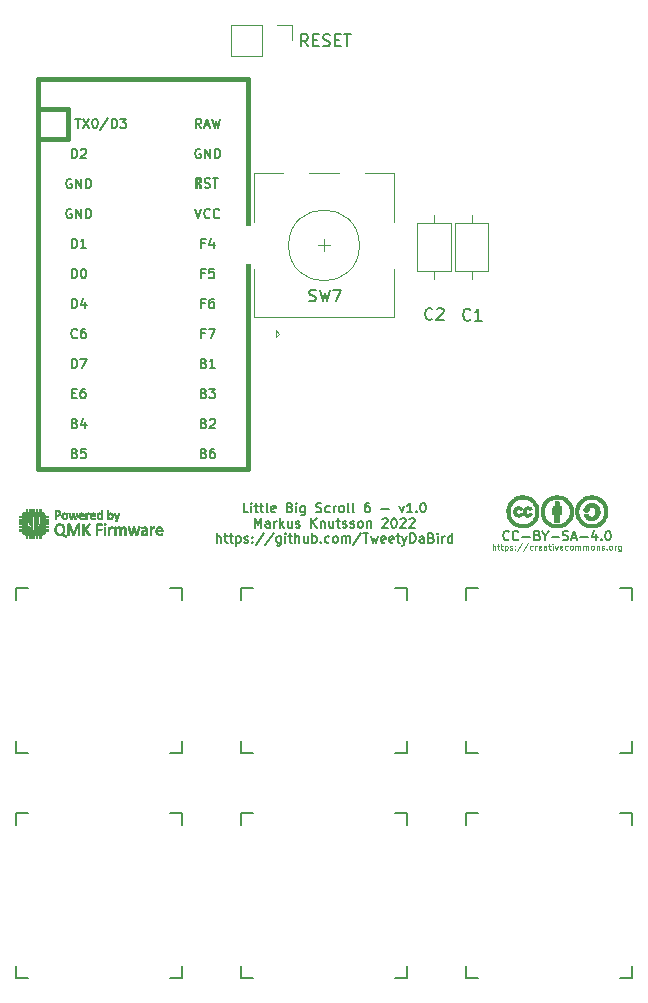
<source format=gto>
%TF.GenerationSoftware,KiCad,Pcbnew,(6.0.1)*%
%TF.CreationDate,2022-01-30T14:08:35+01:00*%
%TF.ProjectId,Little Big Scroll 6,4c697474-6c65-4204-9269-67205363726f,v1.0*%
%TF.SameCoordinates,Original*%
%TF.FileFunction,Legend,Top*%
%TF.FilePolarity,Positive*%
%FSLAX46Y46*%
G04 Gerber Fmt 4.6, Leading zero omitted, Abs format (unit mm)*
G04 Created by KiCad (PCBNEW (6.0.1)) date 2022-01-30 14:08:35*
%MOMM*%
%LPD*%
G01*
G04 APERTURE LIST*
%ADD10C,0.150000*%
%ADD11C,0.100000*%
%ADD12C,0.010000*%
%ADD13C,0.381000*%
%ADD14C,0.120000*%
%ADD15R,1.752600X1.752600*%
%ADD16C,1.752600*%
%ADD17C,3.000000*%
%ADD18C,3.987800*%
%ADD19C,1.701800*%
%ADD20R,2.000000X2.000000*%
%ADD21C,2.000000*%
%ADD22R,2.000000X3.200000*%
%ADD23C,3.700000*%
%ADD24C,1.600000*%
%ADD25O,1.600000X1.600000*%
%ADD26R,1.700000X1.700000*%
%ADD27O,1.700000X1.700000*%
G04 APERTURE END LIST*
D10*
X103845714Y-89763904D02*
X103464761Y-89763904D01*
X103464761Y-88963904D01*
X104112380Y-89763904D02*
X104112380Y-89230571D01*
X104112380Y-88963904D02*
X104074285Y-89002000D01*
X104112380Y-89040095D01*
X104150476Y-89002000D01*
X104112380Y-88963904D01*
X104112380Y-89040095D01*
X104379047Y-89230571D02*
X104683809Y-89230571D01*
X104493333Y-88963904D02*
X104493333Y-89649619D01*
X104531428Y-89725809D01*
X104607619Y-89763904D01*
X104683809Y-89763904D01*
X104836190Y-89230571D02*
X105140952Y-89230571D01*
X104950476Y-88963904D02*
X104950476Y-89649619D01*
X104988571Y-89725809D01*
X105064761Y-89763904D01*
X105140952Y-89763904D01*
X105521904Y-89763904D02*
X105445714Y-89725809D01*
X105407619Y-89649619D01*
X105407619Y-88963904D01*
X106131428Y-89725809D02*
X106055238Y-89763904D01*
X105902857Y-89763904D01*
X105826666Y-89725809D01*
X105788571Y-89649619D01*
X105788571Y-89344857D01*
X105826666Y-89268666D01*
X105902857Y-89230571D01*
X106055238Y-89230571D01*
X106131428Y-89268666D01*
X106169523Y-89344857D01*
X106169523Y-89421047D01*
X105788571Y-89497238D01*
X107388571Y-89344857D02*
X107502857Y-89382952D01*
X107540952Y-89421047D01*
X107579047Y-89497238D01*
X107579047Y-89611523D01*
X107540952Y-89687714D01*
X107502857Y-89725809D01*
X107426666Y-89763904D01*
X107121904Y-89763904D01*
X107121904Y-88963904D01*
X107388571Y-88963904D01*
X107464761Y-89002000D01*
X107502857Y-89040095D01*
X107540952Y-89116285D01*
X107540952Y-89192476D01*
X107502857Y-89268666D01*
X107464761Y-89306761D01*
X107388571Y-89344857D01*
X107121904Y-89344857D01*
X107921904Y-89763904D02*
X107921904Y-89230571D01*
X107921904Y-88963904D02*
X107883809Y-89002000D01*
X107921904Y-89040095D01*
X107960000Y-89002000D01*
X107921904Y-88963904D01*
X107921904Y-89040095D01*
X108645714Y-89230571D02*
X108645714Y-89878190D01*
X108607619Y-89954380D01*
X108569523Y-89992476D01*
X108493333Y-90030571D01*
X108379047Y-90030571D01*
X108302857Y-89992476D01*
X108645714Y-89725809D02*
X108569523Y-89763904D01*
X108417142Y-89763904D01*
X108340952Y-89725809D01*
X108302857Y-89687714D01*
X108264761Y-89611523D01*
X108264761Y-89382952D01*
X108302857Y-89306761D01*
X108340952Y-89268666D01*
X108417142Y-89230571D01*
X108569523Y-89230571D01*
X108645714Y-89268666D01*
X109598095Y-89725809D02*
X109712380Y-89763904D01*
X109902857Y-89763904D01*
X109979047Y-89725809D01*
X110017142Y-89687714D01*
X110055238Y-89611523D01*
X110055238Y-89535333D01*
X110017142Y-89459142D01*
X109979047Y-89421047D01*
X109902857Y-89382952D01*
X109750476Y-89344857D01*
X109674285Y-89306761D01*
X109636190Y-89268666D01*
X109598095Y-89192476D01*
X109598095Y-89116285D01*
X109636190Y-89040095D01*
X109674285Y-89002000D01*
X109750476Y-88963904D01*
X109940952Y-88963904D01*
X110055238Y-89002000D01*
X110740952Y-89725809D02*
X110664761Y-89763904D01*
X110512380Y-89763904D01*
X110436190Y-89725809D01*
X110398095Y-89687714D01*
X110360000Y-89611523D01*
X110360000Y-89382952D01*
X110398095Y-89306761D01*
X110436190Y-89268666D01*
X110512380Y-89230571D01*
X110664761Y-89230571D01*
X110740952Y-89268666D01*
X111083809Y-89763904D02*
X111083809Y-89230571D01*
X111083809Y-89382952D02*
X111121904Y-89306761D01*
X111160000Y-89268666D01*
X111236190Y-89230571D01*
X111312380Y-89230571D01*
X111693333Y-89763904D02*
X111617142Y-89725809D01*
X111579047Y-89687714D01*
X111540952Y-89611523D01*
X111540952Y-89382952D01*
X111579047Y-89306761D01*
X111617142Y-89268666D01*
X111693333Y-89230571D01*
X111807619Y-89230571D01*
X111883809Y-89268666D01*
X111921904Y-89306761D01*
X111960000Y-89382952D01*
X111960000Y-89611523D01*
X111921904Y-89687714D01*
X111883809Y-89725809D01*
X111807619Y-89763904D01*
X111693333Y-89763904D01*
X112417142Y-89763904D02*
X112340952Y-89725809D01*
X112302857Y-89649619D01*
X112302857Y-88963904D01*
X112836190Y-89763904D02*
X112760000Y-89725809D01*
X112721904Y-89649619D01*
X112721904Y-88963904D01*
X114093333Y-88963904D02*
X113940952Y-88963904D01*
X113864761Y-89002000D01*
X113826666Y-89040095D01*
X113750476Y-89154380D01*
X113712380Y-89306761D01*
X113712380Y-89611523D01*
X113750476Y-89687714D01*
X113788571Y-89725809D01*
X113864761Y-89763904D01*
X114017142Y-89763904D01*
X114093333Y-89725809D01*
X114131428Y-89687714D01*
X114169523Y-89611523D01*
X114169523Y-89421047D01*
X114131428Y-89344857D01*
X114093333Y-89306761D01*
X114017142Y-89268666D01*
X113864761Y-89268666D01*
X113788571Y-89306761D01*
X113750476Y-89344857D01*
X113712380Y-89421047D01*
X115121904Y-89459142D02*
X115731428Y-89459142D01*
X116645714Y-89230571D02*
X116836190Y-89763904D01*
X117026666Y-89230571D01*
X117750476Y-89763904D02*
X117293333Y-89763904D01*
X117521904Y-89763904D02*
X117521904Y-88963904D01*
X117445714Y-89078190D01*
X117369523Y-89154380D01*
X117293333Y-89192476D01*
X118093333Y-89687714D02*
X118131428Y-89725809D01*
X118093333Y-89763904D01*
X118055238Y-89725809D01*
X118093333Y-89687714D01*
X118093333Y-89763904D01*
X118626666Y-88963904D02*
X118702857Y-88963904D01*
X118779047Y-89002000D01*
X118817142Y-89040095D01*
X118855238Y-89116285D01*
X118893333Y-89268666D01*
X118893333Y-89459142D01*
X118855238Y-89611523D01*
X118817142Y-89687714D01*
X118779047Y-89725809D01*
X118702857Y-89763904D01*
X118626666Y-89763904D01*
X118550476Y-89725809D01*
X118512380Y-89687714D01*
X118474285Y-89611523D01*
X118436190Y-89459142D01*
X118436190Y-89268666D01*
X118474285Y-89116285D01*
X118512380Y-89040095D01*
X118550476Y-89002000D01*
X118626666Y-88963904D01*
X104417142Y-91051904D02*
X104417142Y-90251904D01*
X104683809Y-90823333D01*
X104950476Y-90251904D01*
X104950476Y-91051904D01*
X105674285Y-91051904D02*
X105674285Y-90632857D01*
X105636190Y-90556666D01*
X105560000Y-90518571D01*
X105407619Y-90518571D01*
X105331428Y-90556666D01*
X105674285Y-91013809D02*
X105598095Y-91051904D01*
X105407619Y-91051904D01*
X105331428Y-91013809D01*
X105293333Y-90937619D01*
X105293333Y-90861428D01*
X105331428Y-90785238D01*
X105407619Y-90747142D01*
X105598095Y-90747142D01*
X105674285Y-90709047D01*
X106055238Y-91051904D02*
X106055238Y-90518571D01*
X106055238Y-90670952D02*
X106093333Y-90594761D01*
X106131428Y-90556666D01*
X106207619Y-90518571D01*
X106283809Y-90518571D01*
X106550476Y-91051904D02*
X106550476Y-90251904D01*
X106626666Y-90747142D02*
X106855238Y-91051904D01*
X106855238Y-90518571D02*
X106550476Y-90823333D01*
X107540952Y-90518571D02*
X107540952Y-91051904D01*
X107198095Y-90518571D02*
X107198095Y-90937619D01*
X107236190Y-91013809D01*
X107312380Y-91051904D01*
X107426666Y-91051904D01*
X107502857Y-91013809D01*
X107540952Y-90975714D01*
X107883809Y-91013809D02*
X107960000Y-91051904D01*
X108112380Y-91051904D01*
X108188571Y-91013809D01*
X108226666Y-90937619D01*
X108226666Y-90899523D01*
X108188571Y-90823333D01*
X108112380Y-90785238D01*
X107998095Y-90785238D01*
X107921904Y-90747142D01*
X107883809Y-90670952D01*
X107883809Y-90632857D01*
X107921904Y-90556666D01*
X107998095Y-90518571D01*
X108112380Y-90518571D01*
X108188571Y-90556666D01*
X109179047Y-91051904D02*
X109179047Y-90251904D01*
X109636190Y-91051904D02*
X109293333Y-90594761D01*
X109636190Y-90251904D02*
X109179047Y-90709047D01*
X109979047Y-90518571D02*
X109979047Y-91051904D01*
X109979047Y-90594761D02*
X110017142Y-90556666D01*
X110093333Y-90518571D01*
X110207619Y-90518571D01*
X110283809Y-90556666D01*
X110321904Y-90632857D01*
X110321904Y-91051904D01*
X111045714Y-90518571D02*
X111045714Y-91051904D01*
X110702857Y-90518571D02*
X110702857Y-90937619D01*
X110740952Y-91013809D01*
X110817142Y-91051904D01*
X110931428Y-91051904D01*
X111007619Y-91013809D01*
X111045714Y-90975714D01*
X111312380Y-90518571D02*
X111617142Y-90518571D01*
X111426666Y-90251904D02*
X111426666Y-90937619D01*
X111464761Y-91013809D01*
X111540952Y-91051904D01*
X111617142Y-91051904D01*
X111845714Y-91013809D02*
X111921904Y-91051904D01*
X112074285Y-91051904D01*
X112150476Y-91013809D01*
X112188571Y-90937619D01*
X112188571Y-90899523D01*
X112150476Y-90823333D01*
X112074285Y-90785238D01*
X111960000Y-90785238D01*
X111883809Y-90747142D01*
X111845714Y-90670952D01*
X111845714Y-90632857D01*
X111883809Y-90556666D01*
X111960000Y-90518571D01*
X112074285Y-90518571D01*
X112150476Y-90556666D01*
X112493333Y-91013809D02*
X112569523Y-91051904D01*
X112721904Y-91051904D01*
X112798095Y-91013809D01*
X112836190Y-90937619D01*
X112836190Y-90899523D01*
X112798095Y-90823333D01*
X112721904Y-90785238D01*
X112607619Y-90785238D01*
X112531428Y-90747142D01*
X112493333Y-90670952D01*
X112493333Y-90632857D01*
X112531428Y-90556666D01*
X112607619Y-90518571D01*
X112721904Y-90518571D01*
X112798095Y-90556666D01*
X113293333Y-91051904D02*
X113217142Y-91013809D01*
X113179047Y-90975714D01*
X113140952Y-90899523D01*
X113140952Y-90670952D01*
X113179047Y-90594761D01*
X113217142Y-90556666D01*
X113293333Y-90518571D01*
X113407619Y-90518571D01*
X113483809Y-90556666D01*
X113521904Y-90594761D01*
X113560000Y-90670952D01*
X113560000Y-90899523D01*
X113521904Y-90975714D01*
X113483809Y-91013809D01*
X113407619Y-91051904D01*
X113293333Y-91051904D01*
X113902857Y-90518571D02*
X113902857Y-91051904D01*
X113902857Y-90594761D02*
X113940952Y-90556666D01*
X114017142Y-90518571D01*
X114131428Y-90518571D01*
X114207619Y-90556666D01*
X114245714Y-90632857D01*
X114245714Y-91051904D01*
X115198095Y-90328095D02*
X115236190Y-90290000D01*
X115312380Y-90251904D01*
X115502857Y-90251904D01*
X115579047Y-90290000D01*
X115617142Y-90328095D01*
X115655238Y-90404285D01*
X115655238Y-90480476D01*
X115617142Y-90594761D01*
X115160000Y-91051904D01*
X115655238Y-91051904D01*
X116150476Y-90251904D02*
X116226666Y-90251904D01*
X116302857Y-90290000D01*
X116340952Y-90328095D01*
X116379047Y-90404285D01*
X116417142Y-90556666D01*
X116417142Y-90747142D01*
X116379047Y-90899523D01*
X116340952Y-90975714D01*
X116302857Y-91013809D01*
X116226666Y-91051904D01*
X116150476Y-91051904D01*
X116074285Y-91013809D01*
X116036190Y-90975714D01*
X115998095Y-90899523D01*
X115960000Y-90747142D01*
X115960000Y-90556666D01*
X115998095Y-90404285D01*
X116036190Y-90328095D01*
X116074285Y-90290000D01*
X116150476Y-90251904D01*
X116721904Y-90328095D02*
X116760000Y-90290000D01*
X116836190Y-90251904D01*
X117026666Y-90251904D01*
X117102857Y-90290000D01*
X117140952Y-90328095D01*
X117179047Y-90404285D01*
X117179047Y-90480476D01*
X117140952Y-90594761D01*
X116683809Y-91051904D01*
X117179047Y-91051904D01*
X117483809Y-90328095D02*
X117521904Y-90290000D01*
X117598095Y-90251904D01*
X117788571Y-90251904D01*
X117864761Y-90290000D01*
X117902857Y-90328095D01*
X117940952Y-90404285D01*
X117940952Y-90480476D01*
X117902857Y-90594761D01*
X117445714Y-91051904D01*
X117940952Y-91051904D01*
X101198095Y-92339904D02*
X101198095Y-91539904D01*
X101540952Y-92339904D02*
X101540952Y-91920857D01*
X101502857Y-91844666D01*
X101426666Y-91806571D01*
X101312380Y-91806571D01*
X101236190Y-91844666D01*
X101198095Y-91882761D01*
X101807619Y-91806571D02*
X102112380Y-91806571D01*
X101921904Y-91539904D02*
X101921904Y-92225619D01*
X101960000Y-92301809D01*
X102036190Y-92339904D01*
X102112380Y-92339904D01*
X102264761Y-91806571D02*
X102569523Y-91806571D01*
X102379047Y-91539904D02*
X102379047Y-92225619D01*
X102417142Y-92301809D01*
X102493333Y-92339904D01*
X102569523Y-92339904D01*
X102836190Y-91806571D02*
X102836190Y-92606571D01*
X102836190Y-91844666D02*
X102912380Y-91806571D01*
X103064761Y-91806571D01*
X103140952Y-91844666D01*
X103179047Y-91882761D01*
X103217142Y-91958952D01*
X103217142Y-92187523D01*
X103179047Y-92263714D01*
X103140952Y-92301809D01*
X103064761Y-92339904D01*
X102912380Y-92339904D01*
X102836190Y-92301809D01*
X103521904Y-92301809D02*
X103598095Y-92339904D01*
X103750476Y-92339904D01*
X103826666Y-92301809D01*
X103864761Y-92225619D01*
X103864761Y-92187523D01*
X103826666Y-92111333D01*
X103750476Y-92073238D01*
X103636190Y-92073238D01*
X103560000Y-92035142D01*
X103521904Y-91958952D01*
X103521904Y-91920857D01*
X103560000Y-91844666D01*
X103636190Y-91806571D01*
X103750476Y-91806571D01*
X103826666Y-91844666D01*
X104207619Y-92263714D02*
X104245714Y-92301809D01*
X104207619Y-92339904D01*
X104169523Y-92301809D01*
X104207619Y-92263714D01*
X104207619Y-92339904D01*
X104207619Y-91844666D02*
X104245714Y-91882761D01*
X104207619Y-91920857D01*
X104169523Y-91882761D01*
X104207619Y-91844666D01*
X104207619Y-91920857D01*
X105160000Y-91501809D02*
X104474285Y-92530380D01*
X105998095Y-91501809D02*
X105312380Y-92530380D01*
X106607619Y-91806571D02*
X106607619Y-92454190D01*
X106569523Y-92530380D01*
X106531428Y-92568476D01*
X106455238Y-92606571D01*
X106340952Y-92606571D01*
X106264761Y-92568476D01*
X106607619Y-92301809D02*
X106531428Y-92339904D01*
X106379047Y-92339904D01*
X106302857Y-92301809D01*
X106264761Y-92263714D01*
X106226666Y-92187523D01*
X106226666Y-91958952D01*
X106264761Y-91882761D01*
X106302857Y-91844666D01*
X106379047Y-91806571D01*
X106531428Y-91806571D01*
X106607619Y-91844666D01*
X106988571Y-92339904D02*
X106988571Y-91806571D01*
X106988571Y-91539904D02*
X106950476Y-91578000D01*
X106988571Y-91616095D01*
X107026666Y-91578000D01*
X106988571Y-91539904D01*
X106988571Y-91616095D01*
X107255238Y-91806571D02*
X107560000Y-91806571D01*
X107369523Y-91539904D02*
X107369523Y-92225619D01*
X107407619Y-92301809D01*
X107483809Y-92339904D01*
X107560000Y-92339904D01*
X107826666Y-92339904D02*
X107826666Y-91539904D01*
X108169523Y-92339904D02*
X108169523Y-91920857D01*
X108131428Y-91844666D01*
X108055238Y-91806571D01*
X107940952Y-91806571D01*
X107864761Y-91844666D01*
X107826666Y-91882761D01*
X108893333Y-91806571D02*
X108893333Y-92339904D01*
X108550476Y-91806571D02*
X108550476Y-92225619D01*
X108588571Y-92301809D01*
X108664761Y-92339904D01*
X108779047Y-92339904D01*
X108855238Y-92301809D01*
X108893333Y-92263714D01*
X109274285Y-92339904D02*
X109274285Y-91539904D01*
X109274285Y-91844666D02*
X109350476Y-91806571D01*
X109502857Y-91806571D01*
X109579047Y-91844666D01*
X109617142Y-91882761D01*
X109655238Y-91958952D01*
X109655238Y-92187523D01*
X109617142Y-92263714D01*
X109579047Y-92301809D01*
X109502857Y-92339904D01*
X109350476Y-92339904D01*
X109274285Y-92301809D01*
X109998095Y-92263714D02*
X110036190Y-92301809D01*
X109998095Y-92339904D01*
X109960000Y-92301809D01*
X109998095Y-92263714D01*
X109998095Y-92339904D01*
X110721904Y-92301809D02*
X110645714Y-92339904D01*
X110493333Y-92339904D01*
X110417142Y-92301809D01*
X110379047Y-92263714D01*
X110340952Y-92187523D01*
X110340952Y-91958952D01*
X110379047Y-91882761D01*
X110417142Y-91844666D01*
X110493333Y-91806571D01*
X110645714Y-91806571D01*
X110721904Y-91844666D01*
X111179047Y-92339904D02*
X111102857Y-92301809D01*
X111064761Y-92263714D01*
X111026666Y-92187523D01*
X111026666Y-91958952D01*
X111064761Y-91882761D01*
X111102857Y-91844666D01*
X111179047Y-91806571D01*
X111293333Y-91806571D01*
X111369523Y-91844666D01*
X111407619Y-91882761D01*
X111445714Y-91958952D01*
X111445714Y-92187523D01*
X111407619Y-92263714D01*
X111369523Y-92301809D01*
X111293333Y-92339904D01*
X111179047Y-92339904D01*
X111788571Y-92339904D02*
X111788571Y-91806571D01*
X111788571Y-91882761D02*
X111826666Y-91844666D01*
X111902857Y-91806571D01*
X112017142Y-91806571D01*
X112093333Y-91844666D01*
X112131428Y-91920857D01*
X112131428Y-92339904D01*
X112131428Y-91920857D02*
X112169523Y-91844666D01*
X112245714Y-91806571D01*
X112360000Y-91806571D01*
X112436190Y-91844666D01*
X112474285Y-91920857D01*
X112474285Y-92339904D01*
X113426666Y-91501809D02*
X112740952Y-92530380D01*
X113579047Y-91539904D02*
X114036190Y-91539904D01*
X113807619Y-92339904D02*
X113807619Y-91539904D01*
X114226666Y-91806571D02*
X114379047Y-92339904D01*
X114531428Y-91958952D01*
X114683809Y-92339904D01*
X114836190Y-91806571D01*
X115445714Y-92301809D02*
X115369523Y-92339904D01*
X115217142Y-92339904D01*
X115140952Y-92301809D01*
X115102857Y-92225619D01*
X115102857Y-91920857D01*
X115140952Y-91844666D01*
X115217142Y-91806571D01*
X115369523Y-91806571D01*
X115445714Y-91844666D01*
X115483809Y-91920857D01*
X115483809Y-91997047D01*
X115102857Y-92073238D01*
X116131428Y-92301809D02*
X116055238Y-92339904D01*
X115902857Y-92339904D01*
X115826666Y-92301809D01*
X115788571Y-92225619D01*
X115788571Y-91920857D01*
X115826666Y-91844666D01*
X115902857Y-91806571D01*
X116055238Y-91806571D01*
X116131428Y-91844666D01*
X116169523Y-91920857D01*
X116169523Y-91997047D01*
X115788571Y-92073238D01*
X116398095Y-91806571D02*
X116702857Y-91806571D01*
X116512380Y-91539904D02*
X116512380Y-92225619D01*
X116550476Y-92301809D01*
X116626666Y-92339904D01*
X116702857Y-92339904D01*
X116893333Y-91806571D02*
X117083809Y-92339904D01*
X117274285Y-91806571D02*
X117083809Y-92339904D01*
X117007619Y-92530380D01*
X116969523Y-92568476D01*
X116893333Y-92606571D01*
X117579047Y-92339904D02*
X117579047Y-91539904D01*
X117769523Y-91539904D01*
X117883809Y-91578000D01*
X117960000Y-91654190D01*
X117998095Y-91730380D01*
X118036190Y-91882761D01*
X118036190Y-91997047D01*
X117998095Y-92149428D01*
X117960000Y-92225619D01*
X117883809Y-92301809D01*
X117769523Y-92339904D01*
X117579047Y-92339904D01*
X118721904Y-92339904D02*
X118721904Y-91920857D01*
X118683809Y-91844666D01*
X118607619Y-91806571D01*
X118455238Y-91806571D01*
X118379047Y-91844666D01*
X118721904Y-92301809D02*
X118645714Y-92339904D01*
X118455238Y-92339904D01*
X118379047Y-92301809D01*
X118340952Y-92225619D01*
X118340952Y-92149428D01*
X118379047Y-92073238D01*
X118455238Y-92035142D01*
X118645714Y-92035142D01*
X118721904Y-91997047D01*
X119369523Y-91920857D02*
X119483809Y-91958952D01*
X119521904Y-91997047D01*
X119560000Y-92073238D01*
X119560000Y-92187523D01*
X119521904Y-92263714D01*
X119483809Y-92301809D01*
X119407619Y-92339904D01*
X119102857Y-92339904D01*
X119102857Y-91539904D01*
X119369523Y-91539904D01*
X119445714Y-91578000D01*
X119483809Y-91616095D01*
X119521904Y-91692285D01*
X119521904Y-91768476D01*
X119483809Y-91844666D01*
X119445714Y-91882761D01*
X119369523Y-91920857D01*
X119102857Y-91920857D01*
X119902857Y-92339904D02*
X119902857Y-91806571D01*
X119902857Y-91539904D02*
X119864761Y-91578000D01*
X119902857Y-91616095D01*
X119940952Y-91578000D01*
X119902857Y-91539904D01*
X119902857Y-91616095D01*
X120283809Y-92339904D02*
X120283809Y-91806571D01*
X120283809Y-91958952D02*
X120321904Y-91882761D01*
X120360000Y-91844666D01*
X120436190Y-91806571D01*
X120512380Y-91806571D01*
X121121904Y-92339904D02*
X121121904Y-91539904D01*
X121121904Y-92301809D02*
X121045714Y-92339904D01*
X120893333Y-92339904D01*
X120817142Y-92301809D01*
X120779047Y-92263714D01*
X120740952Y-92187523D01*
X120740952Y-91958952D01*
X120779047Y-91882761D01*
X120817142Y-91844666D01*
X120893333Y-91806571D01*
X121045714Y-91806571D01*
X121121904Y-91844666D01*
X125928260Y-92062439D02*
X125890164Y-92100534D01*
X125775879Y-92138629D01*
X125699688Y-92138629D01*
X125585403Y-92100534D01*
X125509212Y-92024344D01*
X125471117Y-91948153D01*
X125433022Y-91795772D01*
X125433022Y-91681486D01*
X125471117Y-91529105D01*
X125509212Y-91452915D01*
X125585403Y-91376725D01*
X125699688Y-91338629D01*
X125775879Y-91338629D01*
X125890164Y-91376725D01*
X125928260Y-91414820D01*
X126728260Y-92062439D02*
X126690164Y-92100534D01*
X126575879Y-92138629D01*
X126499688Y-92138629D01*
X126385403Y-92100534D01*
X126309212Y-92024344D01*
X126271117Y-91948153D01*
X126233022Y-91795772D01*
X126233022Y-91681486D01*
X126271117Y-91529105D01*
X126309212Y-91452915D01*
X126385403Y-91376725D01*
X126499688Y-91338629D01*
X126575879Y-91338629D01*
X126690164Y-91376725D01*
X126728260Y-91414820D01*
X127071117Y-91833867D02*
X127680641Y-91833867D01*
X128328260Y-91719582D02*
X128442545Y-91757677D01*
X128480641Y-91795772D01*
X128518736Y-91871963D01*
X128518736Y-91986248D01*
X128480641Y-92062439D01*
X128442545Y-92100534D01*
X128366355Y-92138629D01*
X128061593Y-92138629D01*
X128061593Y-91338629D01*
X128328260Y-91338629D01*
X128404450Y-91376725D01*
X128442545Y-91414820D01*
X128480641Y-91491010D01*
X128480641Y-91567201D01*
X128442545Y-91643391D01*
X128404450Y-91681486D01*
X128328260Y-91719582D01*
X128061593Y-91719582D01*
X129013974Y-91757677D02*
X129013974Y-92138629D01*
X128747307Y-91338629D02*
X129013974Y-91757677D01*
X129280641Y-91338629D01*
X129547307Y-91833867D02*
X130156831Y-91833867D01*
X130499688Y-92100534D02*
X130613974Y-92138629D01*
X130804450Y-92138629D01*
X130880641Y-92100534D01*
X130918736Y-92062439D01*
X130956831Y-91986248D01*
X130956831Y-91910058D01*
X130918736Y-91833867D01*
X130880641Y-91795772D01*
X130804450Y-91757677D01*
X130652069Y-91719582D01*
X130575879Y-91681486D01*
X130537783Y-91643391D01*
X130499688Y-91567201D01*
X130499688Y-91491010D01*
X130537783Y-91414820D01*
X130575879Y-91376725D01*
X130652069Y-91338629D01*
X130842545Y-91338629D01*
X130956831Y-91376725D01*
X131261593Y-91910058D02*
X131642545Y-91910058D01*
X131185403Y-92138629D02*
X131452069Y-91338629D01*
X131718736Y-92138629D01*
X131985403Y-91833867D02*
X132594926Y-91833867D01*
X133318736Y-91605296D02*
X133318736Y-92138629D01*
X133128260Y-91300534D02*
X132937783Y-91871963D01*
X133433022Y-91871963D01*
X133737783Y-92062439D02*
X133775879Y-92100534D01*
X133737783Y-92138629D01*
X133699688Y-92100534D01*
X133737783Y-92062439D01*
X133737783Y-92138629D01*
X134271117Y-91338629D02*
X134347307Y-91338629D01*
X134423498Y-91376725D01*
X134461593Y-91414820D01*
X134499688Y-91491010D01*
X134537783Y-91643391D01*
X134537783Y-91833867D01*
X134499688Y-91986248D01*
X134461593Y-92062439D01*
X134423498Y-92100534D01*
X134347307Y-92138629D01*
X134271117Y-92138629D01*
X134194926Y-92100534D01*
X134156831Y-92062439D01*
X134118736Y-91986248D01*
X134080641Y-91833867D01*
X134080641Y-91643391D01*
X134118736Y-91491010D01*
X134156831Y-91414820D01*
X134194926Y-91376725D01*
X134271117Y-91338629D01*
D11*
X124556831Y-92912915D02*
X124556831Y-92412915D01*
X124771117Y-92912915D02*
X124771117Y-92651010D01*
X124747307Y-92603391D01*
X124699688Y-92579582D01*
X124628260Y-92579582D01*
X124580641Y-92603391D01*
X124556831Y-92627201D01*
X124937783Y-92579582D02*
X125128260Y-92579582D01*
X125009212Y-92412915D02*
X125009212Y-92841486D01*
X125033022Y-92889105D01*
X125080641Y-92912915D01*
X125128260Y-92912915D01*
X125223498Y-92579582D02*
X125413974Y-92579582D01*
X125294926Y-92412915D02*
X125294926Y-92841486D01*
X125318736Y-92889105D01*
X125366355Y-92912915D01*
X125413974Y-92912915D01*
X125580641Y-92579582D02*
X125580641Y-93079582D01*
X125580641Y-92603391D02*
X125628260Y-92579582D01*
X125723498Y-92579582D01*
X125771117Y-92603391D01*
X125794926Y-92627201D01*
X125818736Y-92674820D01*
X125818736Y-92817677D01*
X125794926Y-92865296D01*
X125771117Y-92889105D01*
X125723498Y-92912915D01*
X125628260Y-92912915D01*
X125580641Y-92889105D01*
X126009212Y-92889105D02*
X126056831Y-92912915D01*
X126152069Y-92912915D01*
X126199688Y-92889105D01*
X126223498Y-92841486D01*
X126223498Y-92817677D01*
X126199688Y-92770058D01*
X126152069Y-92746248D01*
X126080641Y-92746248D01*
X126033022Y-92722439D01*
X126009212Y-92674820D01*
X126009212Y-92651010D01*
X126033022Y-92603391D01*
X126080641Y-92579582D01*
X126152069Y-92579582D01*
X126199688Y-92603391D01*
X126437783Y-92865296D02*
X126461593Y-92889105D01*
X126437783Y-92912915D01*
X126413974Y-92889105D01*
X126437783Y-92865296D01*
X126437783Y-92912915D01*
X126437783Y-92603391D02*
X126461593Y-92627201D01*
X126437783Y-92651010D01*
X126413974Y-92627201D01*
X126437783Y-92603391D01*
X126437783Y-92651010D01*
X127033022Y-92389105D02*
X126604450Y-93031963D01*
X127556831Y-92389105D02*
X127128260Y-93031963D01*
X127937783Y-92889105D02*
X127890164Y-92912915D01*
X127794926Y-92912915D01*
X127747307Y-92889105D01*
X127723498Y-92865296D01*
X127699688Y-92817677D01*
X127699688Y-92674820D01*
X127723498Y-92627201D01*
X127747307Y-92603391D01*
X127794926Y-92579582D01*
X127890164Y-92579582D01*
X127937783Y-92603391D01*
X128152069Y-92912915D02*
X128152069Y-92579582D01*
X128152069Y-92674820D02*
X128175879Y-92627201D01*
X128199688Y-92603391D01*
X128247307Y-92579582D01*
X128294926Y-92579582D01*
X128652069Y-92889105D02*
X128604450Y-92912915D01*
X128509212Y-92912915D01*
X128461593Y-92889105D01*
X128437783Y-92841486D01*
X128437783Y-92651010D01*
X128461593Y-92603391D01*
X128509212Y-92579582D01*
X128604450Y-92579582D01*
X128652069Y-92603391D01*
X128675879Y-92651010D01*
X128675879Y-92698629D01*
X128437783Y-92746248D01*
X129104450Y-92912915D02*
X129104450Y-92651010D01*
X129080641Y-92603391D01*
X129033022Y-92579582D01*
X128937783Y-92579582D01*
X128890164Y-92603391D01*
X129104450Y-92889105D02*
X129056831Y-92912915D01*
X128937783Y-92912915D01*
X128890164Y-92889105D01*
X128866355Y-92841486D01*
X128866355Y-92793867D01*
X128890164Y-92746248D01*
X128937783Y-92722439D01*
X129056831Y-92722439D01*
X129104450Y-92698629D01*
X129271117Y-92579582D02*
X129461593Y-92579582D01*
X129342545Y-92412915D02*
X129342545Y-92841486D01*
X129366355Y-92889105D01*
X129413974Y-92912915D01*
X129461593Y-92912915D01*
X129628260Y-92912915D02*
X129628260Y-92579582D01*
X129628260Y-92412915D02*
X129604450Y-92436725D01*
X129628260Y-92460534D01*
X129652069Y-92436725D01*
X129628260Y-92412915D01*
X129628260Y-92460534D01*
X129818736Y-92579582D02*
X129937783Y-92912915D01*
X130056831Y-92579582D01*
X130437783Y-92889105D02*
X130390164Y-92912915D01*
X130294926Y-92912915D01*
X130247307Y-92889105D01*
X130223498Y-92841486D01*
X130223498Y-92651010D01*
X130247307Y-92603391D01*
X130294926Y-92579582D01*
X130390164Y-92579582D01*
X130437783Y-92603391D01*
X130461593Y-92651010D01*
X130461593Y-92698629D01*
X130223498Y-92746248D01*
X130890164Y-92889105D02*
X130842545Y-92912915D01*
X130747307Y-92912915D01*
X130699688Y-92889105D01*
X130675879Y-92865296D01*
X130652069Y-92817677D01*
X130652069Y-92674820D01*
X130675879Y-92627201D01*
X130699688Y-92603391D01*
X130747307Y-92579582D01*
X130842545Y-92579582D01*
X130890164Y-92603391D01*
X131175879Y-92912915D02*
X131128260Y-92889105D01*
X131104450Y-92865296D01*
X131080641Y-92817677D01*
X131080641Y-92674820D01*
X131104450Y-92627201D01*
X131128260Y-92603391D01*
X131175879Y-92579582D01*
X131247307Y-92579582D01*
X131294926Y-92603391D01*
X131318736Y-92627201D01*
X131342545Y-92674820D01*
X131342545Y-92817677D01*
X131318736Y-92865296D01*
X131294926Y-92889105D01*
X131247307Y-92912915D01*
X131175879Y-92912915D01*
X131556831Y-92912915D02*
X131556831Y-92579582D01*
X131556831Y-92627201D02*
X131580641Y-92603391D01*
X131628260Y-92579582D01*
X131699688Y-92579582D01*
X131747307Y-92603391D01*
X131771117Y-92651010D01*
X131771117Y-92912915D01*
X131771117Y-92651010D02*
X131794926Y-92603391D01*
X131842545Y-92579582D01*
X131913974Y-92579582D01*
X131961593Y-92603391D01*
X131985403Y-92651010D01*
X131985403Y-92912915D01*
X132223498Y-92912915D02*
X132223498Y-92579582D01*
X132223498Y-92627201D02*
X132247307Y-92603391D01*
X132294926Y-92579582D01*
X132366355Y-92579582D01*
X132413974Y-92603391D01*
X132437783Y-92651010D01*
X132437783Y-92912915D01*
X132437783Y-92651010D02*
X132461593Y-92603391D01*
X132509212Y-92579582D01*
X132580641Y-92579582D01*
X132628260Y-92603391D01*
X132652069Y-92651010D01*
X132652069Y-92912915D01*
X132961593Y-92912915D02*
X132913974Y-92889105D01*
X132890164Y-92865296D01*
X132866355Y-92817677D01*
X132866355Y-92674820D01*
X132890164Y-92627201D01*
X132913974Y-92603391D01*
X132961593Y-92579582D01*
X133033022Y-92579582D01*
X133080641Y-92603391D01*
X133104450Y-92627201D01*
X133128260Y-92674820D01*
X133128260Y-92817677D01*
X133104450Y-92865296D01*
X133080641Y-92889105D01*
X133033022Y-92912915D01*
X132961593Y-92912915D01*
X133342545Y-92579582D02*
X133342545Y-92912915D01*
X133342545Y-92627201D02*
X133366355Y-92603391D01*
X133413974Y-92579582D01*
X133485403Y-92579582D01*
X133533022Y-92603391D01*
X133556831Y-92651010D01*
X133556831Y-92912915D01*
X133771117Y-92889105D02*
X133818736Y-92912915D01*
X133913974Y-92912915D01*
X133961593Y-92889105D01*
X133985403Y-92841486D01*
X133985403Y-92817677D01*
X133961593Y-92770058D01*
X133913974Y-92746248D01*
X133842545Y-92746248D01*
X133794926Y-92722439D01*
X133771117Y-92674820D01*
X133771117Y-92651010D01*
X133794926Y-92603391D01*
X133842545Y-92579582D01*
X133913974Y-92579582D01*
X133961593Y-92603391D01*
X134199688Y-92865296D02*
X134223498Y-92889105D01*
X134199688Y-92912915D01*
X134175879Y-92889105D01*
X134199688Y-92865296D01*
X134199688Y-92912915D01*
X134509212Y-92912915D02*
X134461593Y-92889105D01*
X134437783Y-92865296D01*
X134413974Y-92817677D01*
X134413974Y-92674820D01*
X134437783Y-92627201D01*
X134461593Y-92603391D01*
X134509212Y-92579582D01*
X134580641Y-92579582D01*
X134628260Y-92603391D01*
X134652069Y-92627201D01*
X134675879Y-92674820D01*
X134675879Y-92817677D01*
X134652069Y-92865296D01*
X134628260Y-92889105D01*
X134580641Y-92912915D01*
X134509212Y-92912915D01*
X134890164Y-92912915D02*
X134890164Y-92579582D01*
X134890164Y-92674820D02*
X134913974Y-92627201D01*
X134937783Y-92603391D01*
X134985403Y-92579582D01*
X135033022Y-92579582D01*
X135413974Y-92579582D02*
X135413974Y-92984344D01*
X135390164Y-93031963D01*
X135366355Y-93055772D01*
X135318736Y-93079582D01*
X135247307Y-93079582D01*
X135199688Y-93055772D01*
X135413974Y-92889105D02*
X135366355Y-92912915D01*
X135271117Y-92912915D01*
X135223498Y-92889105D01*
X135199688Y-92865296D01*
X135175879Y-92817677D01*
X135175879Y-92674820D01*
X135199688Y-92627201D01*
X135223498Y-92603391D01*
X135271117Y-92579582D01*
X135366355Y-92579582D01*
X135413974Y-92603391D01*
D10*
X99354333Y-64051904D02*
X99621000Y-64851904D01*
X99887666Y-64051904D01*
X100611476Y-64775714D02*
X100573380Y-64813809D01*
X100459095Y-64851904D01*
X100382904Y-64851904D01*
X100268619Y-64813809D01*
X100192428Y-64737619D01*
X100154333Y-64661428D01*
X100116238Y-64509047D01*
X100116238Y-64394761D01*
X100154333Y-64242380D01*
X100192428Y-64166190D01*
X100268619Y-64090000D01*
X100382904Y-64051904D01*
X100459095Y-64051904D01*
X100573380Y-64090000D01*
X100611476Y-64128095D01*
X101411476Y-64775714D02*
X101373380Y-64813809D01*
X101259095Y-64851904D01*
X101182904Y-64851904D01*
X101068619Y-64813809D01*
X100992428Y-64737619D01*
X100954333Y-64661428D01*
X100916238Y-64509047D01*
X100916238Y-64394761D01*
X100954333Y-64242380D01*
X100992428Y-64166190D01*
X101068619Y-64090000D01*
X101182904Y-64051904D01*
X101259095Y-64051904D01*
X101373380Y-64090000D01*
X101411476Y-64128095D01*
X100154333Y-69512857D02*
X99887666Y-69512857D01*
X99887666Y-69931904D02*
X99887666Y-69131904D01*
X100268619Y-69131904D01*
X100954333Y-69131904D02*
X100573380Y-69131904D01*
X100535285Y-69512857D01*
X100573380Y-69474761D01*
X100649571Y-69436666D01*
X100840047Y-69436666D01*
X100916238Y-69474761D01*
X100954333Y-69512857D01*
X100992428Y-69589047D01*
X100992428Y-69779523D01*
X100954333Y-69855714D01*
X100916238Y-69893809D01*
X100840047Y-69931904D01*
X100649571Y-69931904D01*
X100573380Y-69893809D01*
X100535285Y-69855714D01*
X100097190Y-82212857D02*
X100211476Y-82250952D01*
X100249571Y-82289047D01*
X100287666Y-82365238D01*
X100287666Y-82479523D01*
X100249571Y-82555714D01*
X100211476Y-82593809D01*
X100135285Y-82631904D01*
X99830523Y-82631904D01*
X99830523Y-81831904D01*
X100097190Y-81831904D01*
X100173380Y-81870000D01*
X100211476Y-81908095D01*
X100249571Y-81984285D01*
X100249571Y-82060476D01*
X100211476Y-82136666D01*
X100173380Y-82174761D01*
X100097190Y-82212857D01*
X99830523Y-82212857D01*
X100592428Y-81908095D02*
X100630523Y-81870000D01*
X100706714Y-81831904D01*
X100897190Y-81831904D01*
X100973380Y-81870000D01*
X101011476Y-81908095D01*
X101049571Y-81984285D01*
X101049571Y-82060476D01*
X101011476Y-82174761D01*
X100554333Y-82631904D01*
X101049571Y-82631904D01*
X88908523Y-67391904D02*
X88908523Y-66591904D01*
X89099000Y-66591904D01*
X89213285Y-66630000D01*
X89289476Y-66706190D01*
X89327571Y-66782380D01*
X89365666Y-66934761D01*
X89365666Y-67049047D01*
X89327571Y-67201428D01*
X89289476Y-67277619D01*
X89213285Y-67353809D01*
X89099000Y-67391904D01*
X88908523Y-67391904D01*
X90127571Y-67391904D02*
X89670428Y-67391904D01*
X89899000Y-67391904D02*
X89899000Y-66591904D01*
X89822809Y-66706190D01*
X89746619Y-66782380D01*
X89670428Y-66820476D01*
X88908523Y-59771904D02*
X88908523Y-58971904D01*
X89099000Y-58971904D01*
X89213285Y-59010000D01*
X89289476Y-59086190D01*
X89327571Y-59162380D01*
X89365666Y-59314761D01*
X89365666Y-59429047D01*
X89327571Y-59581428D01*
X89289476Y-59657619D01*
X89213285Y-59733809D01*
X89099000Y-59771904D01*
X88908523Y-59771904D01*
X89670428Y-59048095D02*
X89708523Y-59010000D01*
X89784714Y-58971904D01*
X89975190Y-58971904D01*
X90051380Y-59010000D01*
X90089476Y-59048095D01*
X90127571Y-59124285D01*
X90127571Y-59200476D01*
X90089476Y-59314761D01*
X89632333Y-59771904D01*
X90127571Y-59771904D01*
X88889476Y-61550000D02*
X88813285Y-61511904D01*
X88699000Y-61511904D01*
X88584714Y-61550000D01*
X88508523Y-61626190D01*
X88470428Y-61702380D01*
X88432333Y-61854761D01*
X88432333Y-61969047D01*
X88470428Y-62121428D01*
X88508523Y-62197619D01*
X88584714Y-62273809D01*
X88699000Y-62311904D01*
X88775190Y-62311904D01*
X88889476Y-62273809D01*
X88927571Y-62235714D01*
X88927571Y-61969047D01*
X88775190Y-61969047D01*
X89270428Y-62311904D02*
X89270428Y-61511904D01*
X89727571Y-62311904D01*
X89727571Y-61511904D01*
X90108523Y-62311904D02*
X90108523Y-61511904D01*
X90299000Y-61511904D01*
X90413285Y-61550000D01*
X90489476Y-61626190D01*
X90527571Y-61702380D01*
X90565666Y-61854761D01*
X90565666Y-61969047D01*
X90527571Y-62121428D01*
X90489476Y-62197619D01*
X90413285Y-62273809D01*
X90299000Y-62311904D01*
X90108523Y-62311904D01*
X100154333Y-66972857D02*
X99887666Y-66972857D01*
X99887666Y-67391904D02*
X99887666Y-66591904D01*
X100268619Y-66591904D01*
X100916238Y-66858571D02*
X100916238Y-67391904D01*
X100725761Y-66553809D02*
X100535285Y-67125238D01*
X101030523Y-67125238D01*
X88908523Y-69931904D02*
X88908523Y-69131904D01*
X89099000Y-69131904D01*
X89213285Y-69170000D01*
X89289476Y-69246190D01*
X89327571Y-69322380D01*
X89365666Y-69474761D01*
X89365666Y-69589047D01*
X89327571Y-69741428D01*
X89289476Y-69817619D01*
X89213285Y-69893809D01*
X89099000Y-69931904D01*
X88908523Y-69931904D01*
X89860904Y-69131904D02*
X89937095Y-69131904D01*
X90013285Y-69170000D01*
X90051380Y-69208095D01*
X90089476Y-69284285D01*
X90127571Y-69436666D01*
X90127571Y-69627142D01*
X90089476Y-69779523D01*
X90051380Y-69855714D01*
X90013285Y-69893809D01*
X89937095Y-69931904D01*
X89860904Y-69931904D01*
X89784714Y-69893809D01*
X89746619Y-69855714D01*
X89708523Y-69779523D01*
X89670428Y-69627142D01*
X89670428Y-69436666D01*
X89708523Y-69284285D01*
X89746619Y-69208095D01*
X89784714Y-69170000D01*
X89860904Y-69131904D01*
X88946619Y-79672857D02*
X89213285Y-79672857D01*
X89327571Y-80091904D02*
X88946619Y-80091904D01*
X88946619Y-79291904D01*
X89327571Y-79291904D01*
X90013285Y-79291904D02*
X89860904Y-79291904D01*
X89784714Y-79330000D01*
X89746619Y-79368095D01*
X89670428Y-79482380D01*
X89632333Y-79634761D01*
X89632333Y-79939523D01*
X89670428Y-80015714D01*
X89708523Y-80053809D01*
X89784714Y-80091904D01*
X89937095Y-80091904D01*
X90013285Y-80053809D01*
X90051380Y-80015714D01*
X90089476Y-79939523D01*
X90089476Y-79749047D01*
X90051380Y-79672857D01*
X90013285Y-79634761D01*
X89937095Y-79596666D01*
X89784714Y-79596666D01*
X89708523Y-79634761D01*
X89670428Y-79672857D01*
X89632333Y-79749047D01*
X100097190Y-77132857D02*
X100211476Y-77170952D01*
X100249571Y-77209047D01*
X100287666Y-77285238D01*
X100287666Y-77399523D01*
X100249571Y-77475714D01*
X100211476Y-77513809D01*
X100135285Y-77551904D01*
X99830523Y-77551904D01*
X99830523Y-76751904D01*
X100097190Y-76751904D01*
X100173380Y-76790000D01*
X100211476Y-76828095D01*
X100249571Y-76904285D01*
X100249571Y-76980476D01*
X100211476Y-77056666D01*
X100173380Y-77094761D01*
X100097190Y-77132857D01*
X99830523Y-77132857D01*
X101049571Y-77551904D02*
X100592428Y-77551904D01*
X100821000Y-77551904D02*
X100821000Y-76751904D01*
X100744809Y-76866190D01*
X100668619Y-76942380D01*
X100592428Y-76980476D01*
X100154333Y-72052857D02*
X99887666Y-72052857D01*
X99887666Y-72471904D02*
X99887666Y-71671904D01*
X100268619Y-71671904D01*
X100916238Y-71671904D02*
X100763857Y-71671904D01*
X100687666Y-71710000D01*
X100649571Y-71748095D01*
X100573380Y-71862380D01*
X100535285Y-72014761D01*
X100535285Y-72319523D01*
X100573380Y-72395714D01*
X100611476Y-72433809D01*
X100687666Y-72471904D01*
X100840047Y-72471904D01*
X100916238Y-72433809D01*
X100954333Y-72395714D01*
X100992428Y-72319523D01*
X100992428Y-72129047D01*
X100954333Y-72052857D01*
X100916238Y-72014761D01*
X100840047Y-71976666D01*
X100687666Y-71976666D01*
X100611476Y-72014761D01*
X100573380Y-72052857D01*
X100535285Y-72129047D01*
X89175190Y-82212857D02*
X89289476Y-82250952D01*
X89327571Y-82289047D01*
X89365666Y-82365238D01*
X89365666Y-82479523D01*
X89327571Y-82555714D01*
X89289476Y-82593809D01*
X89213285Y-82631904D01*
X88908523Y-82631904D01*
X88908523Y-81831904D01*
X89175190Y-81831904D01*
X89251380Y-81870000D01*
X89289476Y-81908095D01*
X89327571Y-81984285D01*
X89327571Y-82060476D01*
X89289476Y-82136666D01*
X89251380Y-82174761D01*
X89175190Y-82212857D01*
X88908523Y-82212857D01*
X90051380Y-82098571D02*
X90051380Y-82631904D01*
X89860904Y-81793809D02*
X89670428Y-82365238D01*
X90165666Y-82365238D01*
X89175190Y-84752857D02*
X89289476Y-84790952D01*
X89327571Y-84829047D01*
X89365666Y-84905238D01*
X89365666Y-85019523D01*
X89327571Y-85095714D01*
X89289476Y-85133809D01*
X89213285Y-85171904D01*
X88908523Y-85171904D01*
X88908523Y-84371904D01*
X89175190Y-84371904D01*
X89251380Y-84410000D01*
X89289476Y-84448095D01*
X89327571Y-84524285D01*
X89327571Y-84600476D01*
X89289476Y-84676666D01*
X89251380Y-84714761D01*
X89175190Y-84752857D01*
X88908523Y-84752857D01*
X90089476Y-84371904D02*
X89708523Y-84371904D01*
X89670428Y-84752857D01*
X89708523Y-84714761D01*
X89784714Y-84676666D01*
X89975190Y-84676666D01*
X90051380Y-84714761D01*
X90089476Y-84752857D01*
X90127571Y-84829047D01*
X90127571Y-85019523D01*
X90089476Y-85095714D01*
X90051380Y-85133809D01*
X89975190Y-85171904D01*
X89784714Y-85171904D01*
X89708523Y-85133809D01*
X89670428Y-85095714D01*
X88908523Y-77551904D02*
X88908523Y-76751904D01*
X89099000Y-76751904D01*
X89213285Y-76790000D01*
X89289476Y-76866190D01*
X89327571Y-76942380D01*
X89365666Y-77094761D01*
X89365666Y-77209047D01*
X89327571Y-77361428D01*
X89289476Y-77437619D01*
X89213285Y-77513809D01*
X89099000Y-77551904D01*
X88908523Y-77551904D01*
X89632333Y-76751904D02*
X90165666Y-76751904D01*
X89822809Y-77551904D01*
X99811476Y-59010000D02*
X99735285Y-58971904D01*
X99621000Y-58971904D01*
X99506714Y-59010000D01*
X99430523Y-59086190D01*
X99392428Y-59162380D01*
X99354333Y-59314761D01*
X99354333Y-59429047D01*
X99392428Y-59581428D01*
X99430523Y-59657619D01*
X99506714Y-59733809D01*
X99621000Y-59771904D01*
X99697190Y-59771904D01*
X99811476Y-59733809D01*
X99849571Y-59695714D01*
X99849571Y-59429047D01*
X99697190Y-59429047D01*
X100192428Y-59771904D02*
X100192428Y-58971904D01*
X100649571Y-59771904D01*
X100649571Y-58971904D01*
X101030523Y-59771904D02*
X101030523Y-58971904D01*
X101221000Y-58971904D01*
X101335285Y-59010000D01*
X101411476Y-59086190D01*
X101449571Y-59162380D01*
X101487666Y-59314761D01*
X101487666Y-59429047D01*
X101449571Y-59581428D01*
X101411476Y-59657619D01*
X101335285Y-59733809D01*
X101221000Y-59771904D01*
X101030523Y-59771904D01*
X100097190Y-79672857D02*
X100211476Y-79710952D01*
X100249571Y-79749047D01*
X100287666Y-79825238D01*
X100287666Y-79939523D01*
X100249571Y-80015714D01*
X100211476Y-80053809D01*
X100135285Y-80091904D01*
X99830523Y-80091904D01*
X99830523Y-79291904D01*
X100097190Y-79291904D01*
X100173380Y-79330000D01*
X100211476Y-79368095D01*
X100249571Y-79444285D01*
X100249571Y-79520476D01*
X100211476Y-79596666D01*
X100173380Y-79634761D01*
X100097190Y-79672857D01*
X99830523Y-79672857D01*
X100554333Y-79291904D02*
X101049571Y-79291904D01*
X100782904Y-79596666D01*
X100897190Y-79596666D01*
X100973380Y-79634761D01*
X101011476Y-79672857D01*
X101049571Y-79749047D01*
X101049571Y-79939523D01*
X101011476Y-80015714D01*
X100973380Y-80053809D01*
X100897190Y-80091904D01*
X100668619Y-80091904D01*
X100592428Y-80053809D01*
X100554333Y-80015714D01*
X89197651Y-56431904D02*
X89654794Y-56431904D01*
X89426223Y-57231904D02*
X89426223Y-56431904D01*
X89845270Y-56431904D02*
X90378604Y-57231904D01*
X90378604Y-56431904D02*
X89845270Y-57231904D01*
X90835747Y-56431904D02*
X90911937Y-56431904D01*
X90988128Y-56470000D01*
X91026223Y-56508095D01*
X91064318Y-56584285D01*
X91102413Y-56736666D01*
X91102413Y-56927142D01*
X91064318Y-57079523D01*
X91026223Y-57155714D01*
X90988128Y-57193809D01*
X90911937Y-57231904D01*
X90835747Y-57231904D01*
X90759556Y-57193809D01*
X90721461Y-57155714D01*
X90683366Y-57079523D01*
X90645270Y-56927142D01*
X90645270Y-56736666D01*
X90683366Y-56584285D01*
X90721461Y-56508095D01*
X90759556Y-56470000D01*
X90835747Y-56431904D01*
X92016699Y-56393809D02*
X91330985Y-57422380D01*
X92283366Y-57231904D02*
X92283366Y-56431904D01*
X92473842Y-56431904D01*
X92588128Y-56470000D01*
X92664318Y-56546190D01*
X92702413Y-56622380D01*
X92740508Y-56774761D01*
X92740508Y-56889047D01*
X92702413Y-57041428D01*
X92664318Y-57117619D01*
X92588128Y-57193809D01*
X92473842Y-57231904D01*
X92283366Y-57231904D01*
X93007175Y-56431904D02*
X93502413Y-56431904D01*
X93235747Y-56736666D01*
X93350032Y-56736666D01*
X93426223Y-56774761D01*
X93464318Y-56812857D01*
X93502413Y-56889047D01*
X93502413Y-57079523D01*
X93464318Y-57155714D01*
X93426223Y-57193809D01*
X93350032Y-57231904D01*
X93121461Y-57231904D01*
X93045270Y-57193809D01*
X93007175Y-57155714D01*
X100097190Y-84752857D02*
X100211476Y-84790952D01*
X100249571Y-84829047D01*
X100287666Y-84905238D01*
X100287666Y-85019523D01*
X100249571Y-85095714D01*
X100211476Y-85133809D01*
X100135285Y-85171904D01*
X99830523Y-85171904D01*
X99830523Y-84371904D01*
X100097190Y-84371904D01*
X100173380Y-84410000D01*
X100211476Y-84448095D01*
X100249571Y-84524285D01*
X100249571Y-84600476D01*
X100211476Y-84676666D01*
X100173380Y-84714761D01*
X100097190Y-84752857D01*
X99830523Y-84752857D01*
X100973380Y-84371904D02*
X100821000Y-84371904D01*
X100744809Y-84410000D01*
X100706714Y-84448095D01*
X100630523Y-84562380D01*
X100592428Y-84714761D01*
X100592428Y-85019523D01*
X100630523Y-85095714D01*
X100668619Y-85133809D01*
X100744809Y-85171904D01*
X100897190Y-85171904D01*
X100973380Y-85133809D01*
X101011476Y-85095714D01*
X101049571Y-85019523D01*
X101049571Y-84829047D01*
X101011476Y-84752857D01*
X100973380Y-84714761D01*
X100897190Y-84676666D01*
X100744809Y-84676666D01*
X100668619Y-84714761D01*
X100630523Y-84752857D01*
X100592428Y-84829047D01*
X88889476Y-64090000D02*
X88813285Y-64051904D01*
X88699000Y-64051904D01*
X88584714Y-64090000D01*
X88508523Y-64166190D01*
X88470428Y-64242380D01*
X88432333Y-64394761D01*
X88432333Y-64509047D01*
X88470428Y-64661428D01*
X88508523Y-64737619D01*
X88584714Y-64813809D01*
X88699000Y-64851904D01*
X88775190Y-64851904D01*
X88889476Y-64813809D01*
X88927571Y-64775714D01*
X88927571Y-64509047D01*
X88775190Y-64509047D01*
X89270428Y-64851904D02*
X89270428Y-64051904D01*
X89727571Y-64851904D01*
X89727571Y-64051904D01*
X90108523Y-64851904D02*
X90108523Y-64051904D01*
X90299000Y-64051904D01*
X90413285Y-64090000D01*
X90489476Y-64166190D01*
X90527571Y-64242380D01*
X90565666Y-64394761D01*
X90565666Y-64509047D01*
X90527571Y-64661428D01*
X90489476Y-64737619D01*
X90413285Y-64813809D01*
X90299000Y-64851904D01*
X90108523Y-64851904D01*
X100154333Y-74592857D02*
X99887666Y-74592857D01*
X99887666Y-75011904D02*
X99887666Y-74211904D01*
X100268619Y-74211904D01*
X100497190Y-74211904D02*
X101030523Y-74211904D01*
X100687666Y-75011904D01*
X100159786Y-62243809D02*
X100274072Y-62281904D01*
X100464548Y-62281904D01*
X100540739Y-62243809D01*
X100578834Y-62205714D01*
X100616929Y-62129523D01*
X100616929Y-62053333D01*
X100578834Y-61977142D01*
X100540739Y-61939047D01*
X100464548Y-61900952D01*
X100312167Y-61862857D01*
X100235977Y-61824761D01*
X100197881Y-61786666D01*
X100159786Y-61710476D01*
X100159786Y-61634285D01*
X100197881Y-61558095D01*
X100235977Y-61520000D01*
X100312167Y-61481904D01*
X100502643Y-61481904D01*
X100616929Y-61520000D01*
X100845500Y-61481904D02*
X101302643Y-61481904D01*
X101074072Y-62281904D02*
X101074072Y-61481904D01*
X89365666Y-74935714D02*
X89327571Y-74973809D01*
X89213285Y-75011904D01*
X89137095Y-75011904D01*
X89022809Y-74973809D01*
X88946619Y-74897619D01*
X88908523Y-74821428D01*
X88870428Y-74669047D01*
X88870428Y-74554761D01*
X88908523Y-74402380D01*
X88946619Y-74326190D01*
X89022809Y-74250000D01*
X89137095Y-74211904D01*
X89213285Y-74211904D01*
X89327571Y-74250000D01*
X89365666Y-74288095D01*
X90051380Y-74211904D02*
X89899000Y-74211904D01*
X89822809Y-74250000D01*
X89784714Y-74288095D01*
X89708523Y-74402380D01*
X89670428Y-74554761D01*
X89670428Y-74859523D01*
X89708523Y-74935714D01*
X89746619Y-74973809D01*
X89822809Y-75011904D01*
X89975190Y-75011904D01*
X90051380Y-74973809D01*
X90089476Y-74935714D01*
X90127571Y-74859523D01*
X90127571Y-74669047D01*
X90089476Y-74592857D01*
X90051380Y-74554761D01*
X89975190Y-74516666D01*
X89822809Y-74516666D01*
X89746619Y-74554761D01*
X89708523Y-74592857D01*
X89670428Y-74669047D01*
X99868619Y-57231904D02*
X99601952Y-56850952D01*
X99411476Y-57231904D02*
X99411476Y-56431904D01*
X99716238Y-56431904D01*
X99792428Y-56470000D01*
X99830523Y-56508095D01*
X99868619Y-56584285D01*
X99868619Y-56698571D01*
X99830523Y-56774761D01*
X99792428Y-56812857D01*
X99716238Y-56850952D01*
X99411476Y-56850952D01*
X100173380Y-57003333D02*
X100554333Y-57003333D01*
X100097190Y-57231904D02*
X100363857Y-56431904D01*
X100630523Y-57231904D01*
X100821000Y-56431904D02*
X101011476Y-57231904D01*
X101163857Y-56660476D01*
X101316238Y-57231904D01*
X101506714Y-56431904D01*
X88908523Y-72471904D02*
X88908523Y-71671904D01*
X89099000Y-71671904D01*
X89213285Y-71710000D01*
X89289476Y-71786190D01*
X89327571Y-71862380D01*
X89365666Y-72014761D01*
X89365666Y-72129047D01*
X89327571Y-72281428D01*
X89289476Y-72357619D01*
X89213285Y-72433809D01*
X89099000Y-72471904D01*
X88908523Y-72471904D01*
X90051380Y-71938571D02*
X90051380Y-72471904D01*
X89860904Y-71633809D02*
X89670428Y-72205238D01*
X90165666Y-72205238D01*
X109006666Y-71864761D02*
X109149523Y-71912380D01*
X109387619Y-71912380D01*
X109482857Y-71864761D01*
X109530476Y-71817142D01*
X109578095Y-71721904D01*
X109578095Y-71626666D01*
X109530476Y-71531428D01*
X109482857Y-71483809D01*
X109387619Y-71436190D01*
X109197142Y-71388571D01*
X109101904Y-71340952D01*
X109054285Y-71293333D01*
X109006666Y-71198095D01*
X109006666Y-71102857D01*
X109054285Y-71007619D01*
X109101904Y-70960000D01*
X109197142Y-70912380D01*
X109435238Y-70912380D01*
X109578095Y-70960000D01*
X109911428Y-70912380D02*
X110149523Y-71912380D01*
X110340000Y-71198095D01*
X110530476Y-71912380D01*
X110768571Y-70912380D01*
X111054285Y-70912380D02*
X111720952Y-70912380D01*
X111292380Y-71912380D01*
X119443333Y-73367142D02*
X119395714Y-73414761D01*
X119252857Y-73462380D01*
X119157619Y-73462380D01*
X119014761Y-73414761D01*
X118919523Y-73319523D01*
X118871904Y-73224285D01*
X118824285Y-73033809D01*
X118824285Y-72890952D01*
X118871904Y-72700476D01*
X118919523Y-72605238D01*
X119014761Y-72510000D01*
X119157619Y-72462380D01*
X119252857Y-72462380D01*
X119395714Y-72510000D01*
X119443333Y-72557619D01*
X119824285Y-72557619D02*
X119871904Y-72510000D01*
X119967142Y-72462380D01*
X120205238Y-72462380D01*
X120300476Y-72510000D01*
X120348095Y-72557619D01*
X120395714Y-72652857D01*
X120395714Y-72748095D01*
X120348095Y-72890952D01*
X119776666Y-73462380D01*
X120395714Y-73462380D01*
X122673333Y-73427142D02*
X122625714Y-73474761D01*
X122482857Y-73522380D01*
X122387619Y-73522380D01*
X122244761Y-73474761D01*
X122149523Y-73379523D01*
X122101904Y-73284285D01*
X122054285Y-73093809D01*
X122054285Y-72950952D01*
X122101904Y-72760476D01*
X122149523Y-72665238D01*
X122244761Y-72570000D01*
X122387619Y-72522380D01*
X122482857Y-72522380D01*
X122625714Y-72570000D01*
X122673333Y-72617619D01*
X123625714Y-73522380D02*
X123054285Y-73522380D01*
X123340000Y-73522380D02*
X123340000Y-72522380D01*
X123244761Y-72665238D01*
X123149523Y-72760476D01*
X123054285Y-72808095D01*
X108917619Y-50292380D02*
X108584285Y-49816190D01*
X108346190Y-50292380D02*
X108346190Y-49292380D01*
X108727142Y-49292380D01*
X108822380Y-49340000D01*
X108870000Y-49387619D01*
X108917619Y-49482857D01*
X108917619Y-49625714D01*
X108870000Y-49720952D01*
X108822380Y-49768571D01*
X108727142Y-49816190D01*
X108346190Y-49816190D01*
X109346190Y-49768571D02*
X109679523Y-49768571D01*
X109822380Y-50292380D02*
X109346190Y-50292380D01*
X109346190Y-49292380D01*
X109822380Y-49292380D01*
X110203333Y-50244761D02*
X110346190Y-50292380D01*
X110584285Y-50292380D01*
X110679523Y-50244761D01*
X110727142Y-50197142D01*
X110774761Y-50101904D01*
X110774761Y-50006666D01*
X110727142Y-49911428D01*
X110679523Y-49863809D01*
X110584285Y-49816190D01*
X110393809Y-49768571D01*
X110298571Y-49720952D01*
X110250952Y-49673333D01*
X110203333Y-49578095D01*
X110203333Y-49482857D01*
X110250952Y-49387619D01*
X110298571Y-49340000D01*
X110393809Y-49292380D01*
X110631904Y-49292380D01*
X110774761Y-49340000D01*
X111203333Y-49768571D02*
X111536666Y-49768571D01*
X111679523Y-50292380D02*
X111203333Y-50292380D01*
X111203333Y-49292380D01*
X111679523Y-49292380D01*
X111965238Y-49292380D02*
X112536666Y-49292380D01*
X112250952Y-50292380D02*
X112250952Y-49292380D01*
D12*
X130018711Y-88806088D02*
X130042720Y-88808573D01*
X130042720Y-88808573D02*
X130062875Y-88814041D01*
X130062875Y-88814041D02*
X130084496Y-88823577D01*
X130084496Y-88823577D02*
X130091536Y-88827124D01*
X130091536Y-88827124D02*
X130126864Y-88849325D01*
X130126864Y-88849325D02*
X130152004Y-88875807D01*
X130152004Y-88875807D02*
X130168398Y-88909145D01*
X130168398Y-88909145D02*
X130177487Y-88951912D01*
X130177487Y-88951912D02*
X130180133Y-88985353D01*
X130180133Y-88985353D02*
X130180513Y-89022971D01*
X130180513Y-89022971D02*
X130178594Y-89057279D01*
X130178594Y-89057279D02*
X130174689Y-89082928D01*
X130174689Y-89082928D02*
X130174317Y-89084382D01*
X130174317Y-89084382D02*
X130159278Y-89117049D01*
X130159278Y-89117049D02*
X130133977Y-89148247D01*
X130133977Y-89148247D02*
X130102458Y-89174053D01*
X130102458Y-89174053D02*
X130068763Y-89190541D01*
X130068763Y-89190541D02*
X130063387Y-89192065D01*
X130063387Y-89192065D02*
X130029161Y-89197488D01*
X130029161Y-89197488D02*
X129987729Y-89199460D01*
X129987729Y-89199460D02*
X129945690Y-89198001D01*
X129945690Y-89198001D02*
X129909643Y-89193133D01*
X129909643Y-89193133D02*
X129902864Y-89191526D01*
X129902864Y-89191526D02*
X129878541Y-89180466D01*
X129878541Y-89180466D02*
X129851193Y-89160662D01*
X129851193Y-89160662D02*
X129840040Y-89150548D01*
X129840040Y-89150548D02*
X129817719Y-89125649D01*
X129817719Y-89125649D02*
X129802644Y-89099656D01*
X129802644Y-89099656D02*
X129793834Y-89069264D01*
X129793834Y-89069264D02*
X129790304Y-89031168D01*
X129790304Y-89031168D02*
X129790926Y-88985353D01*
X129790926Y-88985353D02*
X129796103Y-88935215D01*
X129796103Y-88935215D02*
X129807664Y-88896151D01*
X129807664Y-88896151D02*
X129827051Y-88865586D01*
X129827051Y-88865586D02*
X129855705Y-88840947D01*
X129855705Y-88840947D02*
X129879523Y-88827124D01*
X129879523Y-88827124D02*
X129902507Y-88816255D01*
X129902507Y-88816255D02*
X129922537Y-88809757D01*
X129922537Y-88809757D02*
X129944930Y-88806546D01*
X129944930Y-88806546D02*
X129975007Y-88805536D01*
X129975007Y-88805536D02*
X129985530Y-88805501D01*
X129985530Y-88805501D02*
X130018711Y-88806088D01*
X130018711Y-88806088D02*
X130018711Y-88806088D01*
G36*
X130018711Y-88806088D02*
G01*
X130042720Y-88808573D01*
X130062875Y-88814041D01*
X130084496Y-88823577D01*
X130091536Y-88827124D01*
X130126864Y-88849325D01*
X130152004Y-88875807D01*
X130168398Y-88909145D01*
X130177487Y-88951912D01*
X130180133Y-88985353D01*
X130180513Y-89022971D01*
X130178594Y-89057279D01*
X130174689Y-89082928D01*
X130174317Y-89084382D01*
X130159278Y-89117049D01*
X130133977Y-89148247D01*
X130102458Y-89174053D01*
X130068763Y-89190541D01*
X130063387Y-89192065D01*
X130029161Y-89197488D01*
X129987729Y-89199460D01*
X129945690Y-89198001D01*
X129909643Y-89193133D01*
X129902864Y-89191526D01*
X129878541Y-89180466D01*
X129851193Y-89160662D01*
X129840040Y-89150548D01*
X129817719Y-89125649D01*
X129802644Y-89099656D01*
X129793834Y-89069264D01*
X129790304Y-89031168D01*
X129790926Y-88985353D01*
X129796103Y-88935215D01*
X129807664Y-88896151D01*
X129827051Y-88865586D01*
X129855705Y-88840947D01*
X129879523Y-88827124D01*
X129902507Y-88816255D01*
X129922537Y-88809757D01*
X129944930Y-88806546D01*
X129975007Y-88805536D01*
X129985530Y-88805501D01*
X130018711Y-88806088D01*
G37*
X130018711Y-88806088D02*
X130042720Y-88808573D01*
X130062875Y-88814041D01*
X130084496Y-88823577D01*
X130091536Y-88827124D01*
X130126864Y-88849325D01*
X130152004Y-88875807D01*
X130168398Y-88909145D01*
X130177487Y-88951912D01*
X130180133Y-88985353D01*
X130180513Y-89022971D01*
X130178594Y-89057279D01*
X130174689Y-89082928D01*
X130174317Y-89084382D01*
X130159278Y-89117049D01*
X130133977Y-89148247D01*
X130102458Y-89174053D01*
X130068763Y-89190541D01*
X130063387Y-89192065D01*
X130029161Y-89197488D01*
X129987729Y-89199460D01*
X129945690Y-89198001D01*
X129909643Y-89193133D01*
X129902864Y-89191526D01*
X129878541Y-89180466D01*
X129851193Y-89160662D01*
X129840040Y-89150548D01*
X129817719Y-89125649D01*
X129802644Y-89099656D01*
X129793834Y-89069264D01*
X129790304Y-89031168D01*
X129790926Y-88985353D01*
X129796103Y-88935215D01*
X129807664Y-88896151D01*
X129827051Y-88865586D01*
X129855705Y-88840947D01*
X129879523Y-88827124D01*
X129902507Y-88816255D01*
X129922537Y-88809757D01*
X129944930Y-88806546D01*
X129975007Y-88805536D01*
X129985530Y-88805501D01*
X130018711Y-88806088D01*
X127137002Y-88337067D02*
X127190887Y-88337376D01*
X127190887Y-88337376D02*
X127234343Y-88338036D01*
X127234343Y-88338036D02*
X127269413Y-88339147D01*
X127269413Y-88339147D02*
X127298140Y-88340807D01*
X127298140Y-88340807D02*
X127322565Y-88343117D01*
X127322565Y-88343117D02*
X127344733Y-88346174D01*
X127344733Y-88346174D02*
X127366684Y-88350079D01*
X127366684Y-88350079D02*
X127375447Y-88351816D01*
X127375447Y-88351816D02*
X127497695Y-88383769D01*
X127497695Y-88383769D02*
X127618045Y-88429361D01*
X127618045Y-88429361D02*
X127735147Y-88487730D01*
X127735147Y-88487730D02*
X127847648Y-88558012D01*
X127847648Y-88558012D02*
X127954200Y-88639342D01*
X127954200Y-88639342D02*
X128053451Y-88730857D01*
X128053451Y-88730857D02*
X128144052Y-88831692D01*
X128144052Y-88831692D02*
X128163205Y-88855702D01*
X128163205Y-88855702D02*
X128238841Y-88964214D01*
X128238841Y-88964214D02*
X128303954Y-89081875D01*
X128303954Y-89081875D02*
X128357833Y-89207138D01*
X128357833Y-89207138D02*
X128399768Y-89338456D01*
X128399768Y-89338456D02*
X128415985Y-89405676D01*
X128415985Y-89405676D02*
X128420678Y-89436402D01*
X128420678Y-89436402D02*
X128424436Y-89479029D01*
X128424436Y-89479029D02*
X128427260Y-89530971D01*
X128427260Y-89530971D02*
X128429153Y-89589644D01*
X128429153Y-89589644D02*
X128430117Y-89652465D01*
X128430117Y-89652465D02*
X128430155Y-89716848D01*
X128430155Y-89716848D02*
X128429269Y-89780210D01*
X128429269Y-89780210D02*
X128427460Y-89839966D01*
X128427460Y-89839966D02*
X128424732Y-89893533D01*
X128424732Y-89893533D02*
X128421087Y-89938326D01*
X128421087Y-89938326D02*
X128416527Y-89971760D01*
X128416527Y-89971760D02*
X128415472Y-89977011D01*
X128415472Y-89977011D02*
X128378628Y-90113879D01*
X128378628Y-90113879D02*
X128329105Y-90243696D01*
X128329105Y-90243696D02*
X128266940Y-90366396D01*
X128266940Y-90366396D02*
X128192167Y-90481915D01*
X128192167Y-90481915D02*
X128104822Y-90590186D01*
X128104822Y-90590186D02*
X128049761Y-90648298D01*
X128049761Y-90648298D02*
X128009354Y-90687136D01*
X128009354Y-90687136D02*
X127969538Y-90722712D01*
X127969538Y-90722712D02*
X127932817Y-90752929D01*
X127932817Y-90752929D02*
X127901695Y-90775691D01*
X127901695Y-90775691D02*
X127886376Y-90785103D01*
X127886376Y-90785103D02*
X127873625Y-90792715D01*
X127873625Y-90792715D02*
X127852121Y-90806197D01*
X127852121Y-90806197D02*
X127825227Y-90823421D01*
X127825227Y-90823421D02*
X127804758Y-90836720D01*
X127804758Y-90836720D02*
X127716294Y-90888715D01*
X127716294Y-90888715D02*
X127618030Y-90936178D01*
X127618030Y-90936178D02*
X127514425Y-90977298D01*
X127514425Y-90977298D02*
X127409934Y-91010263D01*
X127409934Y-91010263D02*
X127331904Y-91028905D01*
X127331904Y-91028905D02*
X127306764Y-91033634D01*
X127306764Y-91033634D02*
X127282468Y-91037241D01*
X127282468Y-91037241D02*
X127256563Y-91039859D01*
X127256563Y-91039859D02*
X127226599Y-91041621D01*
X127226599Y-91041621D02*
X127190123Y-91042658D01*
X127190123Y-91042658D02*
X127144685Y-91043103D01*
X127144685Y-91043103D02*
X127087833Y-91043089D01*
X127087833Y-91043089D02*
X127070647Y-91043026D01*
X127070647Y-91043026D02*
X126998028Y-91042266D01*
X126998028Y-91042266D02*
X126936024Y-91040667D01*
X126936024Y-91040667D02*
X126885696Y-91038274D01*
X126885696Y-91038274D02*
X126848107Y-91035134D01*
X126848107Y-91035134D02*
X126830897Y-91032693D01*
X126830897Y-91032693D02*
X126711001Y-91004089D01*
X126711001Y-91004089D02*
X126590818Y-90962519D01*
X126590818Y-90962519D02*
X126473266Y-90909174D01*
X126473266Y-90909174D02*
X126361261Y-90845242D01*
X126361261Y-90845242D02*
X126344054Y-90834113D01*
X126344054Y-90834113D02*
X126316663Y-90816313D01*
X126316663Y-90816313D02*
X126293880Y-90801927D01*
X126293880Y-90801927D02*
X126278323Y-90792580D01*
X126278323Y-90792580D02*
X126272727Y-90789811D01*
X126272727Y-90789811D02*
X126264408Y-90785211D01*
X126264408Y-90785211D02*
X126247736Y-90772721D01*
X126247736Y-90772721D02*
X126225017Y-90754306D01*
X126225017Y-90754306D02*
X126198553Y-90731931D01*
X126198553Y-90731931D02*
X126170648Y-90707562D01*
X126170648Y-90707562D02*
X126143605Y-90683163D01*
X126143605Y-90683163D02*
X126119729Y-90660701D01*
X126119729Y-90660701D02*
X126109220Y-90650327D01*
X126109220Y-90650327D02*
X126015148Y-90545571D01*
X126015148Y-90545571D02*
X125933125Y-90433381D01*
X125933125Y-90433381D02*
X125862866Y-90313242D01*
X125862866Y-90313242D02*
X125804083Y-90184638D01*
X125804083Y-90184638D02*
X125756491Y-90047055D01*
X125756491Y-90047055D02*
X125739207Y-89984268D01*
X125739207Y-89984268D02*
X125734459Y-89964270D01*
X125734459Y-89964270D02*
X125730685Y-89944271D01*
X125730685Y-89944271D02*
X125727735Y-89922155D01*
X125727735Y-89922155D02*
X125725462Y-89895805D01*
X125725462Y-89895805D02*
X125723715Y-89863107D01*
X125723715Y-89863107D02*
X125722347Y-89821942D01*
X125722347Y-89821942D02*
X125721207Y-89770196D01*
X125721207Y-89770196D02*
X125720298Y-89715754D01*
X125720298Y-89715754D02*
X125719858Y-89685262D01*
X125719858Y-89685262D02*
X125979367Y-89685262D01*
X125979367Y-89685262D02*
X125985651Y-89807020D01*
X125985651Y-89807020D02*
X126005582Y-89926928D01*
X126005582Y-89926928D02*
X126038853Y-90043476D01*
X126038853Y-90043476D02*
X126085160Y-90155155D01*
X126085160Y-90155155D02*
X126119610Y-90220125D01*
X126119610Y-90220125D02*
X126174837Y-90307393D01*
X126174837Y-90307393D02*
X126235675Y-90386770D01*
X126235675Y-90386770D02*
X126304301Y-90460587D01*
X126304301Y-90460587D02*
X126382889Y-90531170D01*
X126382889Y-90531170D02*
X126473616Y-90600849D01*
X126473616Y-90600849D02*
X126478883Y-90604617D01*
X126478883Y-90604617D02*
X126516507Y-90628771D01*
X126516507Y-90628771D02*
X126563804Y-90655119D01*
X126563804Y-90655119D02*
X126616566Y-90681613D01*
X126616566Y-90681613D02*
X126670582Y-90706209D01*
X126670582Y-90706209D02*
X126721643Y-90726862D01*
X126721643Y-90726862D02*
X126752618Y-90737637D01*
X126752618Y-90737637D02*
X126834785Y-90758632D01*
X126834785Y-90758632D02*
X126926393Y-90773032D01*
X126926393Y-90773032D02*
X127023832Y-90780591D01*
X127023832Y-90780591D02*
X127123492Y-90781066D01*
X127123492Y-90781066D02*
X127221764Y-90774212D01*
X127221764Y-90774212D02*
X127247131Y-90771134D01*
X127247131Y-90771134D02*
X127337301Y-90755465D01*
X127337301Y-90755465D02*
X127420083Y-90732758D01*
X127420083Y-90732758D02*
X127501627Y-90701215D01*
X127501627Y-90701215D02*
X127528987Y-90688715D01*
X127528987Y-90688715D02*
X127640835Y-90628528D01*
X127640835Y-90628528D02*
X127744698Y-90557810D01*
X127744698Y-90557810D02*
X127839511Y-90477589D01*
X127839511Y-90477589D02*
X127924213Y-90388895D01*
X127924213Y-90388895D02*
X127997738Y-90292757D01*
X127997738Y-90292757D02*
X128059025Y-90190203D01*
X128059025Y-90190203D02*
X128073087Y-90162068D01*
X128073087Y-90162068D02*
X128092616Y-90117908D01*
X128092616Y-90117908D02*
X128111769Y-90068466D01*
X128111769Y-90068466D02*
X128129065Y-90018102D01*
X128129065Y-90018102D02*
X128143022Y-89971179D01*
X128143022Y-89971179D02*
X128152160Y-89932057D01*
X128152160Y-89932057D02*
X128153174Y-89926211D01*
X128153174Y-89926211D02*
X128157129Y-89902816D01*
X128157129Y-89902816D02*
X128160703Y-89883481D01*
X128160703Y-89883481D02*
X128161621Y-89879039D01*
X128161621Y-89879039D02*
X128164321Y-89858783D01*
X128164321Y-89858783D02*
X128166478Y-89827086D01*
X128166478Y-89827086D02*
X128168063Y-89787012D01*
X128168063Y-89787012D02*
X128169048Y-89741624D01*
X128169048Y-89741624D02*
X128169403Y-89693988D01*
X128169403Y-89693988D02*
X128169099Y-89647166D01*
X128169099Y-89647166D02*
X128168106Y-89604223D01*
X128168106Y-89604223D02*
X128166397Y-89568224D01*
X128166397Y-89568224D02*
X128164762Y-89548839D01*
X128164762Y-89548839D02*
X128144621Y-89430899D01*
X128144621Y-89430899D02*
X128110738Y-89315850D01*
X128110738Y-89315850D02*
X128063796Y-89204974D01*
X128063796Y-89204974D02*
X128004480Y-89099550D01*
X128004480Y-89099550D02*
X127933470Y-89000858D01*
X127933470Y-89000858D02*
X127851451Y-88910180D01*
X127851451Y-88910180D02*
X127797501Y-88860378D01*
X127797501Y-88860378D02*
X127706880Y-88787737D01*
X127706880Y-88787737D02*
X127617689Y-88727997D01*
X127617689Y-88727997D02*
X127527785Y-88680369D01*
X127527785Y-88680369D02*
X127435026Y-88644065D01*
X127435026Y-88644065D02*
X127337269Y-88618296D01*
X127337269Y-88618296D02*
X127232370Y-88602275D01*
X127232370Y-88602275D02*
X127118188Y-88595212D01*
X127118188Y-88595212D02*
X127075415Y-88594711D01*
X127075415Y-88594711D02*
X126966475Y-88598253D01*
X126966475Y-88598253D02*
X126867731Y-88609264D01*
X126867731Y-88609264D02*
X126776637Y-88628263D01*
X126776637Y-88628263D02*
X126690647Y-88655768D01*
X126690647Y-88655768D02*
X126614587Y-88688677D01*
X126614587Y-88688677D02*
X126507568Y-88748649D01*
X126507568Y-88748649D02*
X126407211Y-88820712D01*
X126407211Y-88820712D02*
X126314622Y-88903549D01*
X126314622Y-88903549D02*
X126230907Y-88995841D01*
X126230907Y-88995841D02*
X126157171Y-89096272D01*
X126157171Y-89096272D02*
X126094520Y-89203523D01*
X126094520Y-89203523D02*
X126044060Y-89316278D01*
X126044060Y-89316278D02*
X126015051Y-89403064D01*
X126015051Y-89403064D02*
X126009080Y-89424446D01*
X126009080Y-89424446D02*
X126004455Y-89443118D01*
X126004455Y-89443118D02*
X126000590Y-89462432D01*
X126000590Y-89462432D02*
X125996899Y-89485739D01*
X125996899Y-89485739D02*
X125992794Y-89516389D01*
X125992794Y-89516389D02*
X125987690Y-89557734D01*
X125987690Y-89557734D02*
X125987032Y-89563163D01*
X125987032Y-89563163D02*
X125979367Y-89685262D01*
X125979367Y-89685262D02*
X125719858Y-89685262D01*
X125719858Y-89685262D02*
X125719420Y-89654917D01*
X125719420Y-89654917D02*
X125718937Y-89606279D01*
X125718937Y-89606279D02*
X125718967Y-89567525D01*
X125718967Y-89567525D02*
X125719630Y-89536343D01*
X125719630Y-89536343D02*
X125721044Y-89510419D01*
X125721044Y-89510419D02*
X125723330Y-89487439D01*
X125723330Y-89487439D02*
X125726605Y-89465090D01*
X125726605Y-89465090D02*
X125730989Y-89441059D01*
X125730989Y-89441059D02*
X125735635Y-89417787D01*
X125735635Y-89417787D02*
X125769862Y-89285284D01*
X125769862Y-89285284D02*
X125817592Y-89157198D01*
X125817592Y-89157198D02*
X125878280Y-89034292D01*
X125878280Y-89034292D02*
X125951383Y-88917328D01*
X125951383Y-88917328D02*
X126036356Y-88807068D01*
X126036356Y-88807068D02*
X126132656Y-88704277D01*
X126132656Y-88704277D02*
X126239738Y-88609716D01*
X126239738Y-88609716D02*
X126357058Y-88524148D01*
X126357058Y-88524148D02*
X126386856Y-88504922D01*
X126386856Y-88504922D02*
X126463257Y-88461918D01*
X126463257Y-88461918D02*
X126549270Y-88422316D01*
X126549270Y-88422316D02*
X126640070Y-88388040D01*
X126640070Y-88388040D02*
X126730829Y-88361014D01*
X126730829Y-88361014D02*
X126772281Y-88351325D01*
X126772281Y-88351325D02*
X126793139Y-88347255D01*
X126793139Y-88347255D02*
X126814183Y-88344028D01*
X126814183Y-88344028D02*
X126837403Y-88341549D01*
X126837403Y-88341549D02*
X126864785Y-88339721D01*
X126864785Y-88339721D02*
X126898318Y-88338450D01*
X126898318Y-88338450D02*
X126939989Y-88337639D01*
X126939989Y-88337639D02*
X126991786Y-88337195D01*
X126991786Y-88337195D02*
X127055697Y-88337021D01*
X127055697Y-88337021D02*
X127070647Y-88337010D01*
X127070647Y-88337010D02*
X127137002Y-88337067D01*
X127137002Y-88337067D02*
X127137002Y-88337067D01*
G36*
X125718937Y-89606279D02*
G01*
X125718967Y-89567525D01*
X125719630Y-89536343D01*
X125721044Y-89510419D01*
X125723330Y-89487439D01*
X125726605Y-89465090D01*
X125730989Y-89441059D01*
X125735635Y-89417787D01*
X125769862Y-89285284D01*
X125817592Y-89157198D01*
X125878280Y-89034292D01*
X125951383Y-88917328D01*
X126036356Y-88807068D01*
X126132656Y-88704277D01*
X126239738Y-88609716D01*
X126357058Y-88524148D01*
X126386856Y-88504922D01*
X126463257Y-88461918D01*
X126549270Y-88422316D01*
X126640070Y-88388040D01*
X126730829Y-88361014D01*
X126772281Y-88351325D01*
X126793139Y-88347255D01*
X126814183Y-88344028D01*
X126837403Y-88341549D01*
X126864785Y-88339721D01*
X126898318Y-88338450D01*
X126939989Y-88337639D01*
X126991786Y-88337195D01*
X127055697Y-88337021D01*
X127070647Y-88337010D01*
X127137002Y-88337067D01*
X127190887Y-88337376D01*
X127234343Y-88338036D01*
X127269413Y-88339147D01*
X127298140Y-88340807D01*
X127322565Y-88343117D01*
X127344733Y-88346174D01*
X127366684Y-88350079D01*
X127375447Y-88351816D01*
X127497695Y-88383769D01*
X127618045Y-88429361D01*
X127735147Y-88487730D01*
X127847648Y-88558012D01*
X127954200Y-88639342D01*
X128053451Y-88730857D01*
X128144052Y-88831692D01*
X128163205Y-88855702D01*
X128238841Y-88964214D01*
X128303954Y-89081875D01*
X128357833Y-89207138D01*
X128399768Y-89338456D01*
X128415985Y-89405676D01*
X128420678Y-89436402D01*
X128424436Y-89479029D01*
X128427260Y-89530971D01*
X128429153Y-89589644D01*
X128430117Y-89652465D01*
X128430155Y-89716848D01*
X128429269Y-89780210D01*
X128427460Y-89839966D01*
X128424732Y-89893533D01*
X128421087Y-89938326D01*
X128416527Y-89971760D01*
X128415472Y-89977011D01*
X128378628Y-90113879D01*
X128329105Y-90243696D01*
X128266940Y-90366396D01*
X128192167Y-90481915D01*
X128104822Y-90590186D01*
X128049761Y-90648298D01*
X128009354Y-90687136D01*
X127969538Y-90722712D01*
X127932817Y-90752929D01*
X127901695Y-90775691D01*
X127886376Y-90785103D01*
X127873625Y-90792715D01*
X127852121Y-90806197D01*
X127825227Y-90823421D01*
X127804758Y-90836720D01*
X127716294Y-90888715D01*
X127618030Y-90936178D01*
X127514425Y-90977298D01*
X127409934Y-91010263D01*
X127331904Y-91028905D01*
X127306764Y-91033634D01*
X127282468Y-91037241D01*
X127256563Y-91039859D01*
X127226599Y-91041621D01*
X127190123Y-91042658D01*
X127144685Y-91043103D01*
X127087833Y-91043089D01*
X127070647Y-91043026D01*
X126998028Y-91042266D01*
X126936024Y-91040667D01*
X126885696Y-91038274D01*
X126848107Y-91035134D01*
X126830897Y-91032693D01*
X126711001Y-91004089D01*
X126590818Y-90962519D01*
X126473266Y-90909174D01*
X126361261Y-90845242D01*
X126344054Y-90834113D01*
X126316663Y-90816313D01*
X126293880Y-90801927D01*
X126278323Y-90792580D01*
X126272727Y-90789811D01*
X126264408Y-90785211D01*
X126247736Y-90772721D01*
X126225017Y-90754306D01*
X126198553Y-90731931D01*
X126170648Y-90707562D01*
X126143605Y-90683163D01*
X126119729Y-90660701D01*
X126109220Y-90650327D01*
X126015148Y-90545571D01*
X125933125Y-90433381D01*
X125862866Y-90313242D01*
X125804083Y-90184638D01*
X125756491Y-90047055D01*
X125739207Y-89984268D01*
X125734459Y-89964270D01*
X125730685Y-89944271D01*
X125727735Y-89922155D01*
X125725462Y-89895805D01*
X125723715Y-89863107D01*
X125722347Y-89821942D01*
X125721207Y-89770196D01*
X125720298Y-89715754D01*
X125719858Y-89685262D01*
X125979367Y-89685262D01*
X125985651Y-89807020D01*
X126005582Y-89926928D01*
X126038853Y-90043476D01*
X126085160Y-90155155D01*
X126119610Y-90220125D01*
X126174837Y-90307393D01*
X126235675Y-90386770D01*
X126304301Y-90460587D01*
X126382889Y-90531170D01*
X126473616Y-90600849D01*
X126478883Y-90604617D01*
X126516507Y-90628771D01*
X126563804Y-90655119D01*
X126616566Y-90681613D01*
X126670582Y-90706209D01*
X126721643Y-90726862D01*
X126752618Y-90737637D01*
X126834785Y-90758632D01*
X126926393Y-90773032D01*
X127023832Y-90780591D01*
X127123492Y-90781066D01*
X127221764Y-90774212D01*
X127247131Y-90771134D01*
X127337301Y-90755465D01*
X127420083Y-90732758D01*
X127501627Y-90701215D01*
X127528987Y-90688715D01*
X127640835Y-90628528D01*
X127744698Y-90557810D01*
X127839511Y-90477589D01*
X127924213Y-90388895D01*
X127997738Y-90292757D01*
X128059025Y-90190203D01*
X128073087Y-90162068D01*
X128092616Y-90117908D01*
X128111769Y-90068466D01*
X128129065Y-90018102D01*
X128143022Y-89971179D01*
X128152160Y-89932057D01*
X128153174Y-89926211D01*
X128157129Y-89902816D01*
X128160703Y-89883481D01*
X128161621Y-89879039D01*
X128164321Y-89858783D01*
X128166478Y-89827086D01*
X128168063Y-89787012D01*
X128169048Y-89741624D01*
X128169403Y-89693988D01*
X128169099Y-89647166D01*
X128168106Y-89604223D01*
X128166397Y-89568224D01*
X128164762Y-89548839D01*
X128144621Y-89430899D01*
X128110738Y-89315850D01*
X128063796Y-89204974D01*
X128004480Y-89099550D01*
X127933470Y-89000858D01*
X127851451Y-88910180D01*
X127797501Y-88860378D01*
X127706880Y-88787737D01*
X127617689Y-88727997D01*
X127527785Y-88680369D01*
X127435026Y-88644065D01*
X127337269Y-88618296D01*
X127232370Y-88602275D01*
X127118188Y-88595212D01*
X127075415Y-88594711D01*
X126966475Y-88598253D01*
X126867731Y-88609264D01*
X126776637Y-88628263D01*
X126690647Y-88655768D01*
X126614587Y-88688677D01*
X126507568Y-88748649D01*
X126407211Y-88820712D01*
X126314622Y-88903549D01*
X126230907Y-88995841D01*
X126157171Y-89096272D01*
X126094520Y-89203523D01*
X126044060Y-89316278D01*
X126015051Y-89403064D01*
X126009080Y-89424446D01*
X126004455Y-89443118D01*
X126000590Y-89462432D01*
X125996899Y-89485739D01*
X125992794Y-89516389D01*
X125987690Y-89557734D01*
X125987032Y-89563163D01*
X125979367Y-89685262D01*
X125719858Y-89685262D01*
X125719420Y-89654917D01*
X125718937Y-89606279D01*
G37*
X125718937Y-89606279D02*
X125718967Y-89567525D01*
X125719630Y-89536343D01*
X125721044Y-89510419D01*
X125723330Y-89487439D01*
X125726605Y-89465090D01*
X125730989Y-89441059D01*
X125735635Y-89417787D01*
X125769862Y-89285284D01*
X125817592Y-89157198D01*
X125878280Y-89034292D01*
X125951383Y-88917328D01*
X126036356Y-88807068D01*
X126132656Y-88704277D01*
X126239738Y-88609716D01*
X126357058Y-88524148D01*
X126386856Y-88504922D01*
X126463257Y-88461918D01*
X126549270Y-88422316D01*
X126640070Y-88388040D01*
X126730829Y-88361014D01*
X126772281Y-88351325D01*
X126793139Y-88347255D01*
X126814183Y-88344028D01*
X126837403Y-88341549D01*
X126864785Y-88339721D01*
X126898318Y-88338450D01*
X126939989Y-88337639D01*
X126991786Y-88337195D01*
X127055697Y-88337021D01*
X127070647Y-88337010D01*
X127137002Y-88337067D01*
X127190887Y-88337376D01*
X127234343Y-88338036D01*
X127269413Y-88339147D01*
X127298140Y-88340807D01*
X127322565Y-88343117D01*
X127344733Y-88346174D01*
X127366684Y-88350079D01*
X127375447Y-88351816D01*
X127497695Y-88383769D01*
X127618045Y-88429361D01*
X127735147Y-88487730D01*
X127847648Y-88558012D01*
X127954200Y-88639342D01*
X128053451Y-88730857D01*
X128144052Y-88831692D01*
X128163205Y-88855702D01*
X128238841Y-88964214D01*
X128303954Y-89081875D01*
X128357833Y-89207138D01*
X128399768Y-89338456D01*
X128415985Y-89405676D01*
X128420678Y-89436402D01*
X128424436Y-89479029D01*
X128427260Y-89530971D01*
X128429153Y-89589644D01*
X128430117Y-89652465D01*
X128430155Y-89716848D01*
X128429269Y-89780210D01*
X128427460Y-89839966D01*
X128424732Y-89893533D01*
X128421087Y-89938326D01*
X128416527Y-89971760D01*
X128415472Y-89977011D01*
X128378628Y-90113879D01*
X128329105Y-90243696D01*
X128266940Y-90366396D01*
X128192167Y-90481915D01*
X128104822Y-90590186D01*
X128049761Y-90648298D01*
X128009354Y-90687136D01*
X127969538Y-90722712D01*
X127932817Y-90752929D01*
X127901695Y-90775691D01*
X127886376Y-90785103D01*
X127873625Y-90792715D01*
X127852121Y-90806197D01*
X127825227Y-90823421D01*
X127804758Y-90836720D01*
X127716294Y-90888715D01*
X127618030Y-90936178D01*
X127514425Y-90977298D01*
X127409934Y-91010263D01*
X127331904Y-91028905D01*
X127306764Y-91033634D01*
X127282468Y-91037241D01*
X127256563Y-91039859D01*
X127226599Y-91041621D01*
X127190123Y-91042658D01*
X127144685Y-91043103D01*
X127087833Y-91043089D01*
X127070647Y-91043026D01*
X126998028Y-91042266D01*
X126936024Y-91040667D01*
X126885696Y-91038274D01*
X126848107Y-91035134D01*
X126830897Y-91032693D01*
X126711001Y-91004089D01*
X126590818Y-90962519D01*
X126473266Y-90909174D01*
X126361261Y-90845242D01*
X126344054Y-90834113D01*
X126316663Y-90816313D01*
X126293880Y-90801927D01*
X126278323Y-90792580D01*
X126272727Y-90789811D01*
X126264408Y-90785211D01*
X126247736Y-90772721D01*
X126225017Y-90754306D01*
X126198553Y-90731931D01*
X126170648Y-90707562D01*
X126143605Y-90683163D01*
X126119729Y-90660701D01*
X126109220Y-90650327D01*
X126015148Y-90545571D01*
X125933125Y-90433381D01*
X125862866Y-90313242D01*
X125804083Y-90184638D01*
X125756491Y-90047055D01*
X125739207Y-89984268D01*
X125734459Y-89964270D01*
X125730685Y-89944271D01*
X125727735Y-89922155D01*
X125725462Y-89895805D01*
X125723715Y-89863107D01*
X125722347Y-89821942D01*
X125721207Y-89770196D01*
X125720298Y-89715754D01*
X125719858Y-89685262D01*
X125979367Y-89685262D01*
X125985651Y-89807020D01*
X126005582Y-89926928D01*
X126038853Y-90043476D01*
X126085160Y-90155155D01*
X126119610Y-90220125D01*
X126174837Y-90307393D01*
X126235675Y-90386770D01*
X126304301Y-90460587D01*
X126382889Y-90531170D01*
X126473616Y-90600849D01*
X126478883Y-90604617D01*
X126516507Y-90628771D01*
X126563804Y-90655119D01*
X126616566Y-90681613D01*
X126670582Y-90706209D01*
X126721643Y-90726862D01*
X126752618Y-90737637D01*
X126834785Y-90758632D01*
X126926393Y-90773032D01*
X127023832Y-90780591D01*
X127123492Y-90781066D01*
X127221764Y-90774212D01*
X127247131Y-90771134D01*
X127337301Y-90755465D01*
X127420083Y-90732758D01*
X127501627Y-90701215D01*
X127528987Y-90688715D01*
X127640835Y-90628528D01*
X127744698Y-90557810D01*
X127839511Y-90477589D01*
X127924213Y-90388895D01*
X127997738Y-90292757D01*
X128059025Y-90190203D01*
X128073087Y-90162068D01*
X128092616Y-90117908D01*
X128111769Y-90068466D01*
X128129065Y-90018102D01*
X128143022Y-89971179D01*
X128152160Y-89932057D01*
X128153174Y-89926211D01*
X128157129Y-89902816D01*
X128160703Y-89883481D01*
X128161621Y-89879039D01*
X128164321Y-89858783D01*
X128166478Y-89827086D01*
X128168063Y-89787012D01*
X128169048Y-89741624D01*
X128169403Y-89693988D01*
X128169099Y-89647166D01*
X128168106Y-89604223D01*
X128166397Y-89568224D01*
X128164762Y-89548839D01*
X128144621Y-89430899D01*
X128110738Y-89315850D01*
X128063796Y-89204974D01*
X128004480Y-89099550D01*
X127933470Y-89000858D01*
X127851451Y-88910180D01*
X127797501Y-88860378D01*
X127706880Y-88787737D01*
X127617689Y-88727997D01*
X127527785Y-88680369D01*
X127435026Y-88644065D01*
X127337269Y-88618296D01*
X127232370Y-88602275D01*
X127118188Y-88595212D01*
X127075415Y-88594711D01*
X126966475Y-88598253D01*
X126867731Y-88609264D01*
X126776637Y-88628263D01*
X126690647Y-88655768D01*
X126614587Y-88688677D01*
X126507568Y-88748649D01*
X126407211Y-88820712D01*
X126314622Y-88903549D01*
X126230907Y-88995841D01*
X126157171Y-89096272D01*
X126094520Y-89203523D01*
X126044060Y-89316278D01*
X126015051Y-89403064D01*
X126009080Y-89424446D01*
X126004455Y-89443118D01*
X126000590Y-89462432D01*
X125996899Y-89485739D01*
X125992794Y-89516389D01*
X125987690Y-89557734D01*
X125987032Y-89563163D01*
X125979367Y-89685262D01*
X125719858Y-89685262D01*
X125719420Y-89654917D01*
X125718937Y-89606279D01*
X130064124Y-89258584D02*
X130129518Y-89258782D01*
X130129518Y-89258782D02*
X130183022Y-89259304D01*
X130183022Y-89259304D02*
X130225949Y-89260310D01*
X130225949Y-89260310D02*
X130259613Y-89261957D01*
X130259613Y-89261957D02*
X130285326Y-89264405D01*
X130285326Y-89264405D02*
X130304400Y-89267810D01*
X130304400Y-89267810D02*
X130318148Y-89272332D01*
X130318148Y-89272332D02*
X130327883Y-89278129D01*
X130327883Y-89278129D02*
X130334916Y-89285359D01*
X130334916Y-89285359D02*
X130340562Y-89294180D01*
X130340562Y-89294180D02*
X130344635Y-89301859D01*
X130344635Y-89301859D02*
X130347421Y-89309093D01*
X130347421Y-89309093D02*
X130349708Y-89319891D01*
X130349708Y-89319891D02*
X130351543Y-89335594D01*
X130351543Y-89335594D02*
X130352972Y-89357544D01*
X130352972Y-89357544D02*
X130354040Y-89387084D01*
X130354040Y-89387084D02*
X130354796Y-89425555D01*
X130354796Y-89425555D02*
X130355283Y-89474298D01*
X130355283Y-89474298D02*
X130355550Y-89534656D01*
X130355550Y-89534656D02*
X130355642Y-89607971D01*
X130355642Y-89607971D02*
X130355644Y-89621050D01*
X130355644Y-89621050D02*
X130355644Y-89918954D01*
X130355644Y-89918954D02*
X130203392Y-89918954D01*
X130203392Y-89918954D02*
X130201503Y-90247339D01*
X130201503Y-90247339D02*
X130199615Y-90575725D01*
X130199615Y-90575725D02*
X129988661Y-90577647D01*
X129988661Y-90577647D02*
X129934714Y-90577973D01*
X129934714Y-90577973D02*
X129885526Y-90577953D01*
X129885526Y-90577953D02*
X129842954Y-90577614D01*
X129842954Y-90577614D02*
X129808859Y-90576982D01*
X129808859Y-90576982D02*
X129785097Y-90576082D01*
X129785097Y-90576082D02*
X129773528Y-90574941D01*
X129773528Y-90574941D02*
X129772761Y-90574623D01*
X129772761Y-90574623D02*
X129771738Y-90566562D01*
X129771738Y-90566562D02*
X129770787Y-90545467D01*
X129770787Y-90545467D02*
X129769930Y-90512820D01*
X129769930Y-90512820D02*
X129769188Y-90470100D01*
X129769188Y-90470100D02*
X129768584Y-90418788D01*
X129768584Y-90418788D02*
X129768140Y-90360365D01*
X129768140Y-90360365D02*
X129767879Y-90296311D01*
X129767879Y-90296311D02*
X129767815Y-90244316D01*
X129767815Y-90244316D02*
X129767815Y-89918954D01*
X129767815Y-89918954D02*
X129615415Y-89918954D01*
X129615415Y-89918954D02*
X129615415Y-89621050D01*
X129615415Y-89621050D02*
X129615483Y-89545529D01*
X129615483Y-89545529D02*
X129615719Y-89483179D01*
X129615719Y-89483179D02*
X129616168Y-89432660D01*
X129616168Y-89432660D02*
X129616877Y-89392629D01*
X129616877Y-89392629D02*
X129617892Y-89361745D01*
X129617892Y-89361745D02*
X129619260Y-89338665D01*
X129619260Y-89338665D02*
X129621027Y-89322048D01*
X129621027Y-89322048D02*
X129623238Y-89310553D01*
X129623238Y-89310553D02*
X129625941Y-89302837D01*
X129625941Y-89302837D02*
X129626424Y-89301859D01*
X129626424Y-89301859D02*
X129631888Y-89291753D01*
X129631888Y-89291753D02*
X129637765Y-89283355D01*
X129637765Y-89283355D02*
X129645367Y-89276509D01*
X129645367Y-89276509D02*
X129656008Y-89271055D01*
X129656008Y-89271055D02*
X129670999Y-89266835D01*
X129670999Y-89266835D02*
X129691654Y-89263691D01*
X129691654Y-89263691D02*
X129719284Y-89261464D01*
X129719284Y-89261464D02*
X129755203Y-89259996D01*
X129755203Y-89259996D02*
X129800723Y-89259130D01*
X129800723Y-89259130D02*
X129857157Y-89258706D01*
X129857157Y-89258706D02*
X129925817Y-89258567D01*
X129925817Y-89258567D02*
X129985530Y-89258554D01*
X129985530Y-89258554D02*
X130064124Y-89258584D01*
X130064124Y-89258584D02*
X130064124Y-89258584D01*
G36*
X130064124Y-89258584D02*
G01*
X130129518Y-89258782D01*
X130183022Y-89259304D01*
X130225949Y-89260310D01*
X130259613Y-89261957D01*
X130285326Y-89264405D01*
X130304400Y-89267810D01*
X130318148Y-89272332D01*
X130327883Y-89278129D01*
X130334916Y-89285359D01*
X130340562Y-89294180D01*
X130344635Y-89301859D01*
X130347421Y-89309093D01*
X130349708Y-89319891D01*
X130351543Y-89335594D01*
X130352972Y-89357544D01*
X130354040Y-89387084D01*
X130354796Y-89425555D01*
X130355283Y-89474298D01*
X130355550Y-89534656D01*
X130355642Y-89607971D01*
X130355644Y-89621050D01*
X130355644Y-89918954D01*
X130203392Y-89918954D01*
X130201503Y-90247339D01*
X130199615Y-90575725D01*
X129988661Y-90577647D01*
X129934714Y-90577973D01*
X129885526Y-90577953D01*
X129842954Y-90577614D01*
X129808859Y-90576982D01*
X129785097Y-90576082D01*
X129773528Y-90574941D01*
X129772761Y-90574623D01*
X129771738Y-90566562D01*
X129770787Y-90545467D01*
X129769930Y-90512820D01*
X129769188Y-90470100D01*
X129768584Y-90418788D01*
X129768140Y-90360365D01*
X129767879Y-90296311D01*
X129767815Y-90244316D01*
X129767815Y-89918954D01*
X129615415Y-89918954D01*
X129615415Y-89621050D01*
X129615483Y-89545529D01*
X129615719Y-89483179D01*
X129616168Y-89432660D01*
X129616877Y-89392629D01*
X129617892Y-89361745D01*
X129619260Y-89338665D01*
X129621027Y-89322048D01*
X129623238Y-89310553D01*
X129625941Y-89302837D01*
X129626424Y-89301859D01*
X129631888Y-89291753D01*
X129637765Y-89283355D01*
X129645367Y-89276509D01*
X129656008Y-89271055D01*
X129670999Y-89266835D01*
X129691654Y-89263691D01*
X129719284Y-89261464D01*
X129755203Y-89259996D01*
X129800723Y-89259130D01*
X129857157Y-89258706D01*
X129925817Y-89258567D01*
X129985530Y-89258554D01*
X130064124Y-89258584D01*
G37*
X130064124Y-89258584D02*
X130129518Y-89258782D01*
X130183022Y-89259304D01*
X130225949Y-89260310D01*
X130259613Y-89261957D01*
X130285326Y-89264405D01*
X130304400Y-89267810D01*
X130318148Y-89272332D01*
X130327883Y-89278129D01*
X130334916Y-89285359D01*
X130340562Y-89294180D01*
X130344635Y-89301859D01*
X130347421Y-89309093D01*
X130349708Y-89319891D01*
X130351543Y-89335594D01*
X130352972Y-89357544D01*
X130354040Y-89387084D01*
X130354796Y-89425555D01*
X130355283Y-89474298D01*
X130355550Y-89534656D01*
X130355642Y-89607971D01*
X130355644Y-89621050D01*
X130355644Y-89918954D01*
X130203392Y-89918954D01*
X130201503Y-90247339D01*
X130199615Y-90575725D01*
X129988661Y-90577647D01*
X129934714Y-90577973D01*
X129885526Y-90577953D01*
X129842954Y-90577614D01*
X129808859Y-90576982D01*
X129785097Y-90576082D01*
X129773528Y-90574941D01*
X129772761Y-90574623D01*
X129771738Y-90566562D01*
X129770787Y-90545467D01*
X129769930Y-90512820D01*
X129769188Y-90470100D01*
X129768584Y-90418788D01*
X129768140Y-90360365D01*
X129767879Y-90296311D01*
X129767815Y-90244316D01*
X129767815Y-89918954D01*
X129615415Y-89918954D01*
X129615415Y-89621050D01*
X129615483Y-89545529D01*
X129615719Y-89483179D01*
X129616168Y-89432660D01*
X129616877Y-89392629D01*
X129617892Y-89361745D01*
X129619260Y-89338665D01*
X129621027Y-89322048D01*
X129623238Y-89310553D01*
X129625941Y-89302837D01*
X129626424Y-89301859D01*
X129631888Y-89291753D01*
X129637765Y-89283355D01*
X129645367Y-89276509D01*
X129656008Y-89271055D01*
X129670999Y-89266835D01*
X129691654Y-89263691D01*
X129719284Y-89261464D01*
X129755203Y-89259996D01*
X129800723Y-89259130D01*
X129857157Y-89258706D01*
X129925817Y-89258567D01*
X129985530Y-89258554D01*
X130064124Y-89258584D01*
X127510844Y-89260602D02*
X127580258Y-89267396D01*
X127580258Y-89267396D02*
X127639943Y-89281531D01*
X127639943Y-89281531D02*
X127693224Y-89304006D01*
X127693224Y-89304006D02*
X127730171Y-89326378D01*
X127730171Y-89326378D02*
X127755309Y-89345738D01*
X127755309Y-89345738D02*
X127781652Y-89369580D01*
X127781652Y-89369580D02*
X127806822Y-89395292D01*
X127806822Y-89395292D02*
X127828441Y-89420260D01*
X127828441Y-89420260D02*
X127844131Y-89441872D01*
X127844131Y-89441872D02*
X127851517Y-89457516D01*
X127851517Y-89457516D02*
X127851790Y-89460019D01*
X127851790Y-89460019D02*
X127846310Y-89468478D01*
X127846310Y-89468478D02*
X127829548Y-89481138D01*
X127829548Y-89481138D02*
X127800808Y-89498457D01*
X127800808Y-89498457D02*
X127759394Y-89520892D01*
X127759394Y-89520892D02*
X127757765Y-89521745D01*
X127757765Y-89521745D02*
X127663879Y-89570851D01*
X127663879Y-89570851D02*
X127633799Y-89530133D01*
X127633799Y-89530133D02*
X127601895Y-89495046D01*
X127601895Y-89495046D02*
X127566710Y-89473108D01*
X127566710Y-89473108D02*
X127525710Y-89462977D01*
X127525710Y-89462977D02*
X127505168Y-89461913D01*
X127505168Y-89461913D02*
X127456372Y-89468010D01*
X127456372Y-89468010D02*
X127415172Y-89486213D01*
X127415172Y-89486213D02*
X127382490Y-89515741D01*
X127382490Y-89515741D02*
X127359248Y-89555812D01*
X127359248Y-89555812D02*
X127348021Y-89595207D01*
X127348021Y-89595207D02*
X127345379Y-89619098D01*
X127345379Y-89619098D02*
X127343813Y-89652553D01*
X127343813Y-89652553D02*
X127343344Y-89690658D01*
X127343344Y-89690658D02*
X127343989Y-89728500D01*
X127343989Y-89728500D02*
X127345767Y-89761167D01*
X127345767Y-89761167D02*
X127347336Y-89775895D01*
X127347336Y-89775895D02*
X127358275Y-89814126D01*
X127358275Y-89814126D02*
X127378679Y-89851170D01*
X127378679Y-89851170D02*
X127405617Y-89883075D01*
X127405617Y-89883075D02*
X127436155Y-89905890D01*
X127436155Y-89905890D02*
X127447816Y-89911251D01*
X127447816Y-89911251D02*
X127474518Y-89917003D01*
X127474518Y-89917003D02*
X127508767Y-89918664D01*
X127508767Y-89918664D02*
X127544232Y-89916393D01*
X127544232Y-89916393D02*
X127574582Y-89910346D01*
X127574582Y-89910346D02*
X127581454Y-89907936D01*
X127581454Y-89907936D02*
X127596543Y-89900027D01*
X127596543Y-89900027D02*
X127611453Y-89887596D01*
X127611453Y-89887596D02*
X127628179Y-89868447D01*
X127628179Y-89868447D02*
X127648715Y-89840385D01*
X127648715Y-89840385D02*
X127666070Y-89814797D01*
X127666070Y-89814797D02*
X127670389Y-89809837D01*
X127670389Y-89809837D02*
X127676475Y-89807943D01*
X127676475Y-89807943D02*
X127686529Y-89809817D01*
X127686529Y-89809817D02*
X127702751Y-89816161D01*
X127702751Y-89816161D02*
X127727339Y-89827679D01*
X127727339Y-89827679D02*
X127762495Y-89845071D01*
X127762495Y-89845071D02*
X127765289Y-89846467D01*
X127765289Y-89846467D02*
X127798142Y-89862964D01*
X127798142Y-89862964D02*
X127826055Y-89877129D01*
X127826055Y-89877129D02*
X127846598Y-89887717D01*
X127846598Y-89887717D02*
X127857340Y-89893485D01*
X127857340Y-89893485D02*
X127858306Y-89894104D01*
X127858306Y-89894104D02*
X127857140Y-89902145D01*
X127857140Y-89902145D02*
X127847993Y-89918100D01*
X127847993Y-89918100D02*
X127832872Y-89939350D01*
X127832872Y-89939350D02*
X127813779Y-89963275D01*
X127813779Y-89963275D02*
X127792720Y-89987257D01*
X127792720Y-89987257D02*
X127771701Y-90008674D01*
X127771701Y-90008674D02*
X127767941Y-90012179D01*
X127767941Y-90012179D02*
X127708140Y-90058037D01*
X127708140Y-90058037D02*
X127641872Y-90092800D01*
X127641872Y-90092800D02*
X127587333Y-90111138D01*
X127587333Y-90111138D02*
X127549872Y-90117542D01*
X127549872Y-90117542D02*
X127504167Y-90120717D01*
X127504167Y-90120717D02*
X127456147Y-90120564D01*
X127456147Y-90120564D02*
X127411739Y-90116987D01*
X127411739Y-90116987D02*
X127394730Y-90114276D01*
X127394730Y-90114276D02*
X127326860Y-90094370D01*
X127326860Y-90094370D02*
X127263755Y-90062506D01*
X127263755Y-90062506D02*
X127207610Y-90020319D01*
X127207610Y-90020319D02*
X127160620Y-89969442D01*
X127160620Y-89969442D02*
X127126585Y-89914801D01*
X127126585Y-89914801D02*
X127105479Y-89866384D01*
X127105479Y-89866384D02*
X127091263Y-89818736D01*
X127091263Y-89818736D02*
X127082988Y-89767320D01*
X127082988Y-89767320D02*
X127079700Y-89707598D01*
X127079700Y-89707598D02*
X127079545Y-89690354D01*
X127079545Y-89690354D02*
X127082578Y-89615872D01*
X127082578Y-89615872D02*
X127092524Y-89552115D01*
X127092524Y-89552115D02*
X127110294Y-89496592D01*
X127110294Y-89496592D02*
X127136797Y-89446814D01*
X127136797Y-89446814D02*
X127172944Y-89400290D01*
X127172944Y-89400290D02*
X127193263Y-89379097D01*
X127193263Y-89379097D02*
X127248491Y-89331310D01*
X127248491Y-89331310D02*
X127305171Y-89296449D01*
X127305171Y-89296449D02*
X127365701Y-89273619D01*
X127365701Y-89273619D02*
X127432479Y-89261925D01*
X127432479Y-89261925D02*
X127507904Y-89260473D01*
X127507904Y-89260473D02*
X127510844Y-89260602D01*
X127510844Y-89260602D02*
X127510844Y-89260602D01*
G36*
X127510844Y-89260602D02*
G01*
X127580258Y-89267396D01*
X127639943Y-89281531D01*
X127693224Y-89304006D01*
X127730171Y-89326378D01*
X127755309Y-89345738D01*
X127781652Y-89369580D01*
X127806822Y-89395292D01*
X127828441Y-89420260D01*
X127844131Y-89441872D01*
X127851517Y-89457516D01*
X127851790Y-89460019D01*
X127846310Y-89468478D01*
X127829548Y-89481138D01*
X127800808Y-89498457D01*
X127759394Y-89520892D01*
X127757765Y-89521745D01*
X127663879Y-89570851D01*
X127633799Y-89530133D01*
X127601895Y-89495046D01*
X127566710Y-89473108D01*
X127525710Y-89462977D01*
X127505168Y-89461913D01*
X127456372Y-89468010D01*
X127415172Y-89486213D01*
X127382490Y-89515741D01*
X127359248Y-89555812D01*
X127348021Y-89595207D01*
X127345379Y-89619098D01*
X127343813Y-89652553D01*
X127343344Y-89690658D01*
X127343989Y-89728500D01*
X127345767Y-89761167D01*
X127347336Y-89775895D01*
X127358275Y-89814126D01*
X127378679Y-89851170D01*
X127405617Y-89883075D01*
X127436155Y-89905890D01*
X127447816Y-89911251D01*
X127474518Y-89917003D01*
X127508767Y-89918664D01*
X127544232Y-89916393D01*
X127574582Y-89910346D01*
X127581454Y-89907936D01*
X127596543Y-89900027D01*
X127611453Y-89887596D01*
X127628179Y-89868447D01*
X127648715Y-89840385D01*
X127666070Y-89814797D01*
X127670389Y-89809837D01*
X127676475Y-89807943D01*
X127686529Y-89809817D01*
X127702751Y-89816161D01*
X127727339Y-89827679D01*
X127762495Y-89845071D01*
X127765289Y-89846467D01*
X127798142Y-89862964D01*
X127826055Y-89877129D01*
X127846598Y-89887717D01*
X127857340Y-89893485D01*
X127858306Y-89894104D01*
X127857140Y-89902145D01*
X127847993Y-89918100D01*
X127832872Y-89939350D01*
X127813779Y-89963275D01*
X127792720Y-89987257D01*
X127771701Y-90008674D01*
X127767941Y-90012179D01*
X127708140Y-90058037D01*
X127641872Y-90092800D01*
X127587333Y-90111138D01*
X127549872Y-90117542D01*
X127504167Y-90120717D01*
X127456147Y-90120564D01*
X127411739Y-90116987D01*
X127394730Y-90114276D01*
X127326860Y-90094370D01*
X127263755Y-90062506D01*
X127207610Y-90020319D01*
X127160620Y-89969442D01*
X127126585Y-89914801D01*
X127105479Y-89866384D01*
X127091263Y-89818736D01*
X127082988Y-89767320D01*
X127079700Y-89707598D01*
X127079545Y-89690354D01*
X127082578Y-89615872D01*
X127092524Y-89552115D01*
X127110294Y-89496592D01*
X127136797Y-89446814D01*
X127172944Y-89400290D01*
X127193263Y-89379097D01*
X127248491Y-89331310D01*
X127305171Y-89296449D01*
X127365701Y-89273619D01*
X127432479Y-89261925D01*
X127507904Y-89260473D01*
X127510844Y-89260602D01*
G37*
X127510844Y-89260602D02*
X127580258Y-89267396D01*
X127639943Y-89281531D01*
X127693224Y-89304006D01*
X127730171Y-89326378D01*
X127755309Y-89345738D01*
X127781652Y-89369580D01*
X127806822Y-89395292D01*
X127828441Y-89420260D01*
X127844131Y-89441872D01*
X127851517Y-89457516D01*
X127851790Y-89460019D01*
X127846310Y-89468478D01*
X127829548Y-89481138D01*
X127800808Y-89498457D01*
X127759394Y-89520892D01*
X127757765Y-89521745D01*
X127663879Y-89570851D01*
X127633799Y-89530133D01*
X127601895Y-89495046D01*
X127566710Y-89473108D01*
X127525710Y-89462977D01*
X127505168Y-89461913D01*
X127456372Y-89468010D01*
X127415172Y-89486213D01*
X127382490Y-89515741D01*
X127359248Y-89555812D01*
X127348021Y-89595207D01*
X127345379Y-89619098D01*
X127343813Y-89652553D01*
X127343344Y-89690658D01*
X127343989Y-89728500D01*
X127345767Y-89761167D01*
X127347336Y-89775895D01*
X127358275Y-89814126D01*
X127378679Y-89851170D01*
X127405617Y-89883075D01*
X127436155Y-89905890D01*
X127447816Y-89911251D01*
X127474518Y-89917003D01*
X127508767Y-89918664D01*
X127544232Y-89916393D01*
X127574582Y-89910346D01*
X127581454Y-89907936D01*
X127596543Y-89900027D01*
X127611453Y-89887596D01*
X127628179Y-89868447D01*
X127648715Y-89840385D01*
X127666070Y-89814797D01*
X127670389Y-89809837D01*
X127676475Y-89807943D01*
X127686529Y-89809817D01*
X127702751Y-89816161D01*
X127727339Y-89827679D01*
X127762495Y-89845071D01*
X127765289Y-89846467D01*
X127798142Y-89862964D01*
X127826055Y-89877129D01*
X127846598Y-89887717D01*
X127857340Y-89893485D01*
X127858306Y-89894104D01*
X127857140Y-89902145D01*
X127847993Y-89918100D01*
X127832872Y-89939350D01*
X127813779Y-89963275D01*
X127792720Y-89987257D01*
X127771701Y-90008674D01*
X127767941Y-90012179D01*
X127708140Y-90058037D01*
X127641872Y-90092800D01*
X127587333Y-90111138D01*
X127549872Y-90117542D01*
X127504167Y-90120717D01*
X127456147Y-90120564D01*
X127411739Y-90116987D01*
X127394730Y-90114276D01*
X127326860Y-90094370D01*
X127263755Y-90062506D01*
X127207610Y-90020319D01*
X127160620Y-89969442D01*
X127126585Y-89914801D01*
X127105479Y-89866384D01*
X127091263Y-89818736D01*
X127082988Y-89767320D01*
X127079700Y-89707598D01*
X127079545Y-89690354D01*
X127082578Y-89615872D01*
X127092524Y-89552115D01*
X127110294Y-89496592D01*
X127136797Y-89446814D01*
X127172944Y-89400290D01*
X127193263Y-89379097D01*
X127248491Y-89331310D01*
X127305171Y-89296449D01*
X127365701Y-89273619D01*
X127432479Y-89261925D01*
X127507904Y-89260473D01*
X127510844Y-89260602D01*
X132952980Y-88965349D02*
X133050976Y-88977827D01*
X133050976Y-88977827D02*
X133104938Y-88989866D01*
X133104938Y-88989866D02*
X133167819Y-89010584D01*
X133167819Y-89010584D02*
X133232784Y-89040099D01*
X133232784Y-89040099D02*
X133295957Y-89076134D01*
X133295957Y-89076134D02*
X133353458Y-89116414D01*
X133353458Y-89116414D02*
X133401410Y-89158664D01*
X133401410Y-89158664D02*
X133412327Y-89170236D01*
X133412327Y-89170236D02*
X133450143Y-89217827D01*
X133450143Y-89217827D02*
X133487665Y-89275111D01*
X133487665Y-89275111D02*
X133522250Y-89337460D01*
X133522250Y-89337460D02*
X133551253Y-89400245D01*
X133551253Y-89400245D02*
X133565778Y-89438855D01*
X133565778Y-89438855D02*
X133583079Y-89504396D01*
X133583079Y-89504396D02*
X133594841Y-89579410D01*
X133594841Y-89579410D02*
X133600959Y-89659915D01*
X133600959Y-89659915D02*
X133601327Y-89741925D01*
X133601327Y-89741925D02*
X133595840Y-89821457D01*
X133595840Y-89821457D02*
X133584395Y-89894526D01*
X133584395Y-89894526D02*
X133578449Y-89919816D01*
X133578449Y-89919816D02*
X133546146Y-90016813D01*
X133546146Y-90016813D02*
X133502314Y-90106027D01*
X133502314Y-90106027D02*
X133447743Y-90186656D01*
X133447743Y-90186656D02*
X133383221Y-90257899D01*
X133383221Y-90257899D02*
X133309535Y-90318955D01*
X133309535Y-90318955D02*
X133227475Y-90369023D01*
X133227475Y-90369023D02*
X133137828Y-90407301D01*
X133137828Y-90407301D02*
X133082628Y-90423794D01*
X133082628Y-90423794D02*
X133034668Y-90433500D01*
X133034668Y-90433500D02*
X132979263Y-90440710D01*
X132979263Y-90440710D02*
X132921066Y-90445142D01*
X132921066Y-90445142D02*
X132864728Y-90446515D01*
X132864728Y-90446515D02*
X132814902Y-90444546D01*
X132814902Y-90444546D02*
X132789644Y-90441574D01*
X132789644Y-90441574D02*
X132703838Y-90421132D01*
X132703838Y-90421132D02*
X132621686Y-90388653D01*
X132621686Y-90388653D02*
X132545008Y-90345420D01*
X132545008Y-90345420D02*
X132475625Y-90292715D01*
X132475625Y-90292715D02*
X132415357Y-90231820D01*
X132415357Y-90231820D02*
X132366024Y-90164017D01*
X132366024Y-90164017D02*
X132346947Y-90129760D01*
X132346947Y-90129760D02*
X132332479Y-90097212D01*
X132332479Y-90097212D02*
X132317916Y-90057845D01*
X132317916Y-90057845D02*
X132304408Y-90015572D01*
X132304408Y-90015572D02*
X132293103Y-89974304D01*
X132293103Y-89974304D02*
X132285151Y-89937955D01*
X132285151Y-89937955D02*
X132281702Y-89910436D01*
X132281702Y-89910436D02*
X132281644Y-89907467D01*
X132281644Y-89907467D02*
X132283430Y-89904171D01*
X132283430Y-89904171D02*
X132289844Y-89901684D01*
X132289844Y-89901684D02*
X132302472Y-89899930D01*
X132302472Y-89899930D02*
X132322899Y-89898832D01*
X132322899Y-89898832D02*
X132352710Y-89898315D01*
X132352710Y-89898315D02*
X132393491Y-89898302D01*
X132393491Y-89898302D02*
X132446827Y-89898719D01*
X132446827Y-89898719D02*
X132461258Y-89898870D01*
X132461258Y-89898870D02*
X132640872Y-89900811D01*
X132640872Y-89900811D02*
X132642049Y-89924232D01*
X132642049Y-89924232D02*
X132648812Y-89962655D01*
X132648812Y-89962655D02*
X132663928Y-90004168D01*
X132663928Y-90004168D02*
X132684871Y-90042256D01*
X132684871Y-90042256D02*
X132691350Y-90051309D01*
X132691350Y-90051309D02*
X132726049Y-90085473D01*
X132726049Y-90085473D02*
X132770621Y-90112156D01*
X132770621Y-90112156D02*
X132822197Y-90130830D01*
X132822197Y-90130830D02*
X132877908Y-90140967D01*
X132877908Y-90140967D02*
X132934886Y-90142037D01*
X132934886Y-90142037D02*
X132990262Y-90133513D01*
X132990262Y-90133513D02*
X133039837Y-90115526D01*
X133039837Y-90115526D02*
X133089768Y-90084186D01*
X133089768Y-90084186D02*
X133132095Y-90042669D01*
X133132095Y-90042669D02*
X133167497Y-89990040D01*
X133167497Y-89990040D02*
X133196654Y-89925362D01*
X133196654Y-89925362D02*
X133212071Y-89878183D01*
X133212071Y-89878183D02*
X133218283Y-89854949D01*
X133218283Y-89854949D02*
X133222727Y-89832970D01*
X133222727Y-89832970D02*
X133225682Y-89809102D01*
X133225682Y-89809102D02*
X133227426Y-89780199D01*
X133227426Y-89780199D02*
X133228239Y-89743118D01*
X133228239Y-89743118D02*
X133228398Y-89694714D01*
X133228398Y-89694714D02*
X133228397Y-89693982D01*
X133228397Y-89693982D02*
X133227449Y-89630315D01*
X133227449Y-89630315D02*
X133224471Y-89578002D01*
X133224471Y-89578002D02*
X133218962Y-89533964D01*
X133218962Y-89533964D02*
X133210419Y-89495122D01*
X133210419Y-89495122D02*
X133198338Y-89458397D01*
X133198338Y-89458397D02*
X133184653Y-89425975D01*
X133184653Y-89425975D02*
X133152662Y-89371660D01*
X133152662Y-89371660D02*
X133111864Y-89328739D01*
X133111864Y-89328739D02*
X133062756Y-89297468D01*
X133062756Y-89297468D02*
X133005838Y-89278101D01*
X133005838Y-89278101D02*
X132941607Y-89270896D01*
X132941607Y-89270896D02*
X132887821Y-89273755D01*
X132887821Y-89273755D02*
X132844953Y-89279904D01*
X132844953Y-89279904D02*
X132811630Y-89287767D01*
X132811630Y-89287767D02*
X132782885Y-89298814D01*
X132782885Y-89298814D02*
X132757370Y-89312374D01*
X132757370Y-89312374D02*
X132717058Y-89343226D01*
X132717058Y-89343226D02*
X132683039Y-89383294D01*
X132683039Y-89383294D02*
X132658343Y-89428475D01*
X132658343Y-89428475D02*
X132648439Y-89459939D01*
X132648439Y-89459939D02*
X132643348Y-89483525D01*
X132643348Y-89483525D02*
X132691096Y-89483525D01*
X132691096Y-89483525D02*
X132717066Y-89484065D01*
X132717066Y-89484065D02*
X132731617Y-89486232D01*
X132731617Y-89486232D02*
X132737821Y-89490847D01*
X132737821Y-89490847D02*
X132738844Y-89496299D01*
X132738844Y-89496299D02*
X132733854Y-89504819D01*
X132733854Y-89504819D02*
X132720006Y-89521623D01*
X132720006Y-89521623D02*
X132698978Y-89545021D01*
X132698978Y-89545021D02*
X132672450Y-89573325D01*
X132672450Y-89573325D02*
X132642102Y-89604845D01*
X132642102Y-89604845D02*
X132609612Y-89637892D01*
X132609612Y-89637892D02*
X132576661Y-89670776D01*
X132576661Y-89670776D02*
X132544928Y-89701809D01*
X132544928Y-89701809D02*
X132516092Y-89729302D01*
X132516092Y-89729302D02*
X132491833Y-89751564D01*
X132491833Y-89751564D02*
X132473830Y-89766908D01*
X132473830Y-89766908D02*
X132463762Y-89773643D01*
X132463762Y-89773643D02*
X132462927Y-89773811D01*
X132462927Y-89773811D02*
X132454486Y-89768790D01*
X132454486Y-89768790D02*
X132437813Y-89754854D01*
X132437813Y-89754854D02*
X132414586Y-89733693D01*
X132414586Y-89733693D02*
X132386484Y-89706997D01*
X132386484Y-89706997D02*
X132355183Y-89676457D01*
X132355183Y-89676457D02*
X132322363Y-89643762D01*
X132322363Y-89643762D02*
X132289700Y-89610603D01*
X132289700Y-89610603D02*
X132258872Y-89578670D01*
X132258872Y-89578670D02*
X132231558Y-89549653D01*
X132231558Y-89549653D02*
X132209434Y-89525243D01*
X132209434Y-89525243D02*
X132194179Y-89507128D01*
X132194179Y-89507128D02*
X132187471Y-89497001D01*
X132187471Y-89497001D02*
X132187301Y-89496153D01*
X132187301Y-89496153D02*
X132189198Y-89489594D01*
X132189198Y-89489594D02*
X132196838Y-89485762D01*
X132196838Y-89485762D02*
X132213143Y-89483968D01*
X132213143Y-89483968D02*
X132240905Y-89483525D01*
X132240905Y-89483525D02*
X132294510Y-89483525D01*
X132294510Y-89483525D02*
X132299417Y-89450803D01*
X132299417Y-89450803D02*
X132308079Y-89411533D01*
X132308079Y-89411533D02*
X132322710Y-89365001D01*
X132322710Y-89365001D02*
X132341555Y-89316236D01*
X132341555Y-89316236D02*
X132361436Y-89273068D01*
X132361436Y-89273068D02*
X132406756Y-89198757D01*
X132406756Y-89198757D02*
X132462379Y-89133878D01*
X132462379Y-89133878D02*
X132527242Y-89078837D01*
X132527242Y-89078837D02*
X132600283Y-89034037D01*
X132600283Y-89034037D02*
X132680440Y-88999884D01*
X132680440Y-88999884D02*
X132766650Y-88976782D01*
X132766650Y-88976782D02*
X132857851Y-88965135D01*
X132857851Y-88965135D02*
X132952980Y-88965349D01*
X132952980Y-88965349D02*
X132952980Y-88965349D01*
G36*
X132952980Y-88965349D02*
G01*
X133050976Y-88977827D01*
X133104938Y-88989866D01*
X133167819Y-89010584D01*
X133232784Y-89040099D01*
X133295957Y-89076134D01*
X133353458Y-89116414D01*
X133401410Y-89158664D01*
X133412327Y-89170236D01*
X133450143Y-89217827D01*
X133487665Y-89275111D01*
X133522250Y-89337460D01*
X133551253Y-89400245D01*
X133565778Y-89438855D01*
X133583079Y-89504396D01*
X133594841Y-89579410D01*
X133600959Y-89659915D01*
X133601327Y-89741925D01*
X133595840Y-89821457D01*
X133584395Y-89894526D01*
X133578449Y-89919816D01*
X133546146Y-90016813D01*
X133502314Y-90106027D01*
X133447743Y-90186656D01*
X133383221Y-90257899D01*
X133309535Y-90318955D01*
X133227475Y-90369023D01*
X133137828Y-90407301D01*
X133082628Y-90423794D01*
X133034668Y-90433500D01*
X132979263Y-90440710D01*
X132921066Y-90445142D01*
X132864728Y-90446515D01*
X132814902Y-90444546D01*
X132789644Y-90441574D01*
X132703838Y-90421132D01*
X132621686Y-90388653D01*
X132545008Y-90345420D01*
X132475625Y-90292715D01*
X132415357Y-90231820D01*
X132366024Y-90164017D01*
X132346947Y-90129760D01*
X132332479Y-90097212D01*
X132317916Y-90057845D01*
X132304408Y-90015572D01*
X132293103Y-89974304D01*
X132285151Y-89937955D01*
X132281702Y-89910436D01*
X132281644Y-89907467D01*
X132283430Y-89904171D01*
X132289844Y-89901684D01*
X132302472Y-89899930D01*
X132322899Y-89898832D01*
X132352710Y-89898315D01*
X132393491Y-89898302D01*
X132446827Y-89898719D01*
X132461258Y-89898870D01*
X132640872Y-89900811D01*
X132642049Y-89924232D01*
X132648812Y-89962655D01*
X132663928Y-90004168D01*
X132684871Y-90042256D01*
X132691350Y-90051309D01*
X132726049Y-90085473D01*
X132770621Y-90112156D01*
X132822197Y-90130830D01*
X132877908Y-90140967D01*
X132934886Y-90142037D01*
X132990262Y-90133513D01*
X133039837Y-90115526D01*
X133089768Y-90084186D01*
X133132095Y-90042669D01*
X133167497Y-89990040D01*
X133196654Y-89925362D01*
X133212071Y-89878183D01*
X133218283Y-89854949D01*
X133222727Y-89832970D01*
X133225682Y-89809102D01*
X133227426Y-89780199D01*
X133228239Y-89743118D01*
X133228398Y-89694714D01*
X133228397Y-89693982D01*
X133227449Y-89630315D01*
X133224471Y-89578002D01*
X133218962Y-89533964D01*
X133210419Y-89495122D01*
X133198338Y-89458397D01*
X133184653Y-89425975D01*
X133152662Y-89371660D01*
X133111864Y-89328739D01*
X133062756Y-89297468D01*
X133005838Y-89278101D01*
X132941607Y-89270896D01*
X132887821Y-89273755D01*
X132844953Y-89279904D01*
X132811630Y-89287767D01*
X132782885Y-89298814D01*
X132757370Y-89312374D01*
X132717058Y-89343226D01*
X132683039Y-89383294D01*
X132658343Y-89428475D01*
X132648439Y-89459939D01*
X132643348Y-89483525D01*
X132691096Y-89483525D01*
X132717066Y-89484065D01*
X132731617Y-89486232D01*
X132737821Y-89490847D01*
X132738844Y-89496299D01*
X132733854Y-89504819D01*
X132720006Y-89521623D01*
X132698978Y-89545021D01*
X132672450Y-89573325D01*
X132642102Y-89604845D01*
X132609612Y-89637892D01*
X132576661Y-89670776D01*
X132544928Y-89701809D01*
X132516092Y-89729302D01*
X132491833Y-89751564D01*
X132473830Y-89766908D01*
X132463762Y-89773643D01*
X132462927Y-89773811D01*
X132454486Y-89768790D01*
X132437813Y-89754854D01*
X132414586Y-89733693D01*
X132386484Y-89706997D01*
X132355183Y-89676457D01*
X132322363Y-89643762D01*
X132289700Y-89610603D01*
X132258872Y-89578670D01*
X132231558Y-89549653D01*
X132209434Y-89525243D01*
X132194179Y-89507128D01*
X132187471Y-89497001D01*
X132187301Y-89496153D01*
X132189198Y-89489594D01*
X132196838Y-89485762D01*
X132213143Y-89483968D01*
X132240905Y-89483525D01*
X132294510Y-89483525D01*
X132299417Y-89450803D01*
X132308079Y-89411533D01*
X132322710Y-89365001D01*
X132341555Y-89316236D01*
X132361436Y-89273068D01*
X132406756Y-89198757D01*
X132462379Y-89133878D01*
X132527242Y-89078837D01*
X132600283Y-89034037D01*
X132680440Y-88999884D01*
X132766650Y-88976782D01*
X132857851Y-88965135D01*
X132952980Y-88965349D01*
G37*
X132952980Y-88965349D02*
X133050976Y-88977827D01*
X133104938Y-88989866D01*
X133167819Y-89010584D01*
X133232784Y-89040099D01*
X133295957Y-89076134D01*
X133353458Y-89116414D01*
X133401410Y-89158664D01*
X133412327Y-89170236D01*
X133450143Y-89217827D01*
X133487665Y-89275111D01*
X133522250Y-89337460D01*
X133551253Y-89400245D01*
X133565778Y-89438855D01*
X133583079Y-89504396D01*
X133594841Y-89579410D01*
X133600959Y-89659915D01*
X133601327Y-89741925D01*
X133595840Y-89821457D01*
X133584395Y-89894526D01*
X133578449Y-89919816D01*
X133546146Y-90016813D01*
X133502314Y-90106027D01*
X133447743Y-90186656D01*
X133383221Y-90257899D01*
X133309535Y-90318955D01*
X133227475Y-90369023D01*
X133137828Y-90407301D01*
X133082628Y-90423794D01*
X133034668Y-90433500D01*
X132979263Y-90440710D01*
X132921066Y-90445142D01*
X132864728Y-90446515D01*
X132814902Y-90444546D01*
X132789644Y-90441574D01*
X132703838Y-90421132D01*
X132621686Y-90388653D01*
X132545008Y-90345420D01*
X132475625Y-90292715D01*
X132415357Y-90231820D01*
X132366024Y-90164017D01*
X132346947Y-90129760D01*
X132332479Y-90097212D01*
X132317916Y-90057845D01*
X132304408Y-90015572D01*
X132293103Y-89974304D01*
X132285151Y-89937955D01*
X132281702Y-89910436D01*
X132281644Y-89907467D01*
X132283430Y-89904171D01*
X132289844Y-89901684D01*
X132302472Y-89899930D01*
X132322899Y-89898832D01*
X132352710Y-89898315D01*
X132393491Y-89898302D01*
X132446827Y-89898719D01*
X132461258Y-89898870D01*
X132640872Y-89900811D01*
X132642049Y-89924232D01*
X132648812Y-89962655D01*
X132663928Y-90004168D01*
X132684871Y-90042256D01*
X132691350Y-90051309D01*
X132726049Y-90085473D01*
X132770621Y-90112156D01*
X132822197Y-90130830D01*
X132877908Y-90140967D01*
X132934886Y-90142037D01*
X132990262Y-90133513D01*
X133039837Y-90115526D01*
X133089768Y-90084186D01*
X133132095Y-90042669D01*
X133167497Y-89990040D01*
X133196654Y-89925362D01*
X133212071Y-89878183D01*
X133218283Y-89854949D01*
X133222727Y-89832970D01*
X133225682Y-89809102D01*
X133227426Y-89780199D01*
X133228239Y-89743118D01*
X133228398Y-89694714D01*
X133228397Y-89693982D01*
X133227449Y-89630315D01*
X133224471Y-89578002D01*
X133218962Y-89533964D01*
X133210419Y-89495122D01*
X133198338Y-89458397D01*
X133184653Y-89425975D01*
X133152662Y-89371660D01*
X133111864Y-89328739D01*
X133062756Y-89297468D01*
X133005838Y-89278101D01*
X132941607Y-89270896D01*
X132887821Y-89273755D01*
X132844953Y-89279904D01*
X132811630Y-89287767D01*
X132782885Y-89298814D01*
X132757370Y-89312374D01*
X132717058Y-89343226D01*
X132683039Y-89383294D01*
X132658343Y-89428475D01*
X132648439Y-89459939D01*
X132643348Y-89483525D01*
X132691096Y-89483525D01*
X132717066Y-89484065D01*
X132731617Y-89486232D01*
X132737821Y-89490847D01*
X132738844Y-89496299D01*
X132733854Y-89504819D01*
X132720006Y-89521623D01*
X132698978Y-89545021D01*
X132672450Y-89573325D01*
X132642102Y-89604845D01*
X132609612Y-89637892D01*
X132576661Y-89670776D01*
X132544928Y-89701809D01*
X132516092Y-89729302D01*
X132491833Y-89751564D01*
X132473830Y-89766908D01*
X132463762Y-89773643D01*
X132462927Y-89773811D01*
X132454486Y-89768790D01*
X132437813Y-89754854D01*
X132414586Y-89733693D01*
X132386484Y-89706997D01*
X132355183Y-89676457D01*
X132322363Y-89643762D01*
X132289700Y-89610603D01*
X132258872Y-89578670D01*
X132231558Y-89549653D01*
X132209434Y-89525243D01*
X132194179Y-89507128D01*
X132187471Y-89497001D01*
X132187301Y-89496153D01*
X132189198Y-89489594D01*
X132196838Y-89485762D01*
X132213143Y-89483968D01*
X132240905Y-89483525D01*
X132294510Y-89483525D01*
X132299417Y-89450803D01*
X132308079Y-89411533D01*
X132322710Y-89365001D01*
X132341555Y-89316236D01*
X132361436Y-89273068D01*
X132406756Y-89198757D01*
X132462379Y-89133878D01*
X132527242Y-89078837D01*
X132600283Y-89034037D01*
X132680440Y-88999884D01*
X132766650Y-88976782D01*
X132857851Y-88965135D01*
X132952980Y-88965349D01*
X126783592Y-89264243D02*
X126856893Y-89280986D01*
X126856893Y-89280986D02*
X126922224Y-89308447D01*
X126922224Y-89308447D02*
X126960176Y-89332192D01*
X126960176Y-89332192D02*
X126985376Y-89352854D01*
X126985376Y-89352854D02*
X127010180Y-89377280D01*
X127010180Y-89377280D02*
X127032780Y-89403109D01*
X127032780Y-89403109D02*
X127051370Y-89427980D01*
X127051370Y-89427980D02*
X127064143Y-89449533D01*
X127064143Y-89449533D02*
X127069292Y-89465406D01*
X127069292Y-89465406D02*
X127067215Y-89472035D01*
X127067215Y-89472035D02*
X127060177Y-89476073D01*
X127060177Y-89476073D02*
X127042624Y-89485598D01*
X127042624Y-89485598D02*
X127016893Y-89499357D01*
X127016893Y-89499357D02*
X126985324Y-89516096D01*
X126985324Y-89516096D02*
X126970671Y-89523826D01*
X126970671Y-89523826D02*
X126933990Y-89542974D01*
X126933990Y-89542974D02*
X126907981Y-89555919D01*
X126907981Y-89555919D02*
X126890573Y-89563404D01*
X126890573Y-89563404D02*
X126879694Y-89566171D01*
X126879694Y-89566171D02*
X126873272Y-89564964D01*
X126873272Y-89564964D02*
X126869235Y-89560524D01*
X126869235Y-89560524D02*
X126869071Y-89560252D01*
X126869071Y-89560252D02*
X126839958Y-89517837D01*
X126839958Y-89517837D02*
X126809906Y-89488406D01*
X126809906Y-89488406D02*
X126776700Y-89470481D01*
X126776700Y-89470481D02*
X126738123Y-89462589D01*
X126738123Y-89462589D02*
X126721396Y-89461913D01*
X126721396Y-89461913D02*
X126676940Y-89466897D01*
X126676940Y-89466897D02*
X126640203Y-89482912D01*
X126640203Y-89482912D02*
X126609761Y-89510947D01*
X126609761Y-89510947D02*
X126584191Y-89551989D01*
X126584191Y-89551989D02*
X126580504Y-89559725D01*
X126580504Y-89559725D02*
X126573295Y-89577091D01*
X126573295Y-89577091D02*
X126568485Y-89594373D01*
X126568485Y-89594373D02*
X126565608Y-89615109D01*
X126565608Y-89615109D02*
X126564199Y-89642838D01*
X126564199Y-89642838D02*
X126563790Y-89681098D01*
X126563790Y-89681098D02*
X126563787Y-89686725D01*
X126563787Y-89686725D02*
X126564104Y-89726542D01*
X126564104Y-89726542D02*
X126565367Y-89755391D01*
X126565367Y-89755391D02*
X126568041Y-89776812D01*
X126568041Y-89776812D02*
X126572591Y-89794343D01*
X126572591Y-89794343D02*
X126579483Y-89811523D01*
X126579483Y-89811523D02*
X126580487Y-89813725D01*
X126580487Y-89813725D02*
X126603150Y-89852552D01*
X126603150Y-89852552D02*
X126631234Y-89884611D01*
X126631234Y-89884611D02*
X126661544Y-89906387D01*
X126661544Y-89906387D02*
X126666968Y-89908933D01*
X126666968Y-89908933D02*
X126701134Y-89917550D01*
X126701134Y-89917550D02*
X126741122Y-89918593D01*
X126741122Y-89918593D02*
X126780553Y-89912351D01*
X126780553Y-89912351D02*
X126806790Y-89902625D01*
X126806790Y-89902625D02*
X126830400Y-89885779D01*
X126830400Y-89885779D02*
X126855011Y-89860778D01*
X126855011Y-89860778D02*
X126876061Y-89832874D01*
X126876061Y-89832874D02*
X126888610Y-89808447D01*
X126888610Y-89808447D02*
X126895057Y-89806569D01*
X126895057Y-89806569D02*
X126911491Y-89811220D01*
X126911491Y-89811220D02*
X126938784Y-89822713D01*
X126938784Y-89822713D02*
X126971210Y-89838114D01*
X126971210Y-89838114D02*
X127011206Y-89857720D01*
X127011206Y-89857720D02*
X127039739Y-89872270D01*
X127039739Y-89872270D02*
X127058279Y-89883288D01*
X127058279Y-89883288D02*
X127068297Y-89892303D01*
X127068297Y-89892303D02*
X127071265Y-89900842D01*
X127071265Y-89900842D02*
X127068652Y-89910433D01*
X127068652Y-89910433D02*
X127061931Y-89922602D01*
X127061931Y-89922602D02*
X127058373Y-89928616D01*
X127058373Y-89928616D02*
X127037731Y-89956937D01*
X127037731Y-89956937D02*
X127008085Y-89988840D01*
X127008085Y-89988840D02*
X126973180Y-90020965D01*
X126973180Y-90020965D02*
X126936761Y-90049956D01*
X126936761Y-90049956D02*
X126902572Y-90072453D01*
X126902572Y-90072453D02*
X126891335Y-90078412D01*
X126891335Y-90078412D02*
X126818454Y-90105913D01*
X126818454Y-90105913D02*
X126741348Y-90120033D01*
X126741348Y-90120033D02*
X126661886Y-90120563D01*
X126661886Y-90120563D02*
X126598445Y-90111185D01*
X126598445Y-90111185D02*
X126538047Y-90091466D01*
X126538047Y-90091466D02*
X126478763Y-90059954D01*
X126478763Y-90059954D02*
X126424171Y-90019158D01*
X126424171Y-90019158D02*
X126377850Y-89971588D01*
X126377850Y-89971588D02*
X126355443Y-89940725D01*
X126355443Y-89940725D02*
X126342975Y-89917588D01*
X126342975Y-89917588D02*
X126329244Y-89886678D01*
X126329244Y-89886678D02*
X126316966Y-89854178D01*
X126316966Y-89854178D02*
X126315570Y-89850011D01*
X126315570Y-89850011D02*
X126307471Y-89823668D01*
X126307471Y-89823668D02*
X126301994Y-89800121D01*
X126301994Y-89800121D02*
X126298632Y-89775291D01*
X126298632Y-89775291D02*
X126296877Y-89745099D01*
X126296877Y-89745099D02*
X126296222Y-89705468D01*
X126296222Y-89705468D02*
X126296172Y-89693982D01*
X126296172Y-89693982D02*
X126298955Y-89618465D01*
X126298955Y-89618465D02*
X126308359Y-89553938D01*
X126308359Y-89553938D02*
X126325241Y-89498071D01*
X126325241Y-89498071D02*
X126350460Y-89448534D01*
X126350460Y-89448534D02*
X126384872Y-89402996D01*
X126384872Y-89402996D02*
X126414409Y-89372703D01*
X126414409Y-89372703D02*
X126473459Y-89324903D01*
X126473459Y-89324903D02*
X126535514Y-89290596D01*
X126535514Y-89290596D02*
X126602539Y-89269006D01*
X126602539Y-89269006D02*
X126676505Y-89259359D01*
X126676505Y-89259359D02*
X126703868Y-89258661D01*
X126703868Y-89258661D02*
X126783592Y-89264243D01*
X126783592Y-89264243D02*
X126783592Y-89264243D01*
G36*
X126783592Y-89264243D02*
G01*
X126856893Y-89280986D01*
X126922224Y-89308447D01*
X126960176Y-89332192D01*
X126985376Y-89352854D01*
X127010180Y-89377280D01*
X127032780Y-89403109D01*
X127051370Y-89427980D01*
X127064143Y-89449533D01*
X127069292Y-89465406D01*
X127067215Y-89472035D01*
X127060177Y-89476073D01*
X127042624Y-89485598D01*
X127016893Y-89499357D01*
X126985324Y-89516096D01*
X126970671Y-89523826D01*
X126933990Y-89542974D01*
X126907981Y-89555919D01*
X126890573Y-89563404D01*
X126879694Y-89566171D01*
X126873272Y-89564964D01*
X126869235Y-89560524D01*
X126869071Y-89560252D01*
X126839958Y-89517837D01*
X126809906Y-89488406D01*
X126776700Y-89470481D01*
X126738123Y-89462589D01*
X126721396Y-89461913D01*
X126676940Y-89466897D01*
X126640203Y-89482912D01*
X126609761Y-89510947D01*
X126584191Y-89551989D01*
X126580504Y-89559725D01*
X126573295Y-89577091D01*
X126568485Y-89594373D01*
X126565608Y-89615109D01*
X126564199Y-89642838D01*
X126563790Y-89681098D01*
X126563787Y-89686725D01*
X126564104Y-89726542D01*
X126565367Y-89755391D01*
X126568041Y-89776812D01*
X126572591Y-89794343D01*
X126579483Y-89811523D01*
X126580487Y-89813725D01*
X126603150Y-89852552D01*
X126631234Y-89884611D01*
X126661544Y-89906387D01*
X126666968Y-89908933D01*
X126701134Y-89917550D01*
X126741122Y-89918593D01*
X126780553Y-89912351D01*
X126806790Y-89902625D01*
X126830400Y-89885779D01*
X126855011Y-89860778D01*
X126876061Y-89832874D01*
X126888610Y-89808447D01*
X126895057Y-89806569D01*
X126911491Y-89811220D01*
X126938784Y-89822713D01*
X126971210Y-89838114D01*
X127011206Y-89857720D01*
X127039739Y-89872270D01*
X127058279Y-89883288D01*
X127068297Y-89892303D01*
X127071265Y-89900842D01*
X127068652Y-89910433D01*
X127061931Y-89922602D01*
X127058373Y-89928616D01*
X127037731Y-89956937D01*
X127008085Y-89988840D01*
X126973180Y-90020965D01*
X126936761Y-90049956D01*
X126902572Y-90072453D01*
X126891335Y-90078412D01*
X126818454Y-90105913D01*
X126741348Y-90120033D01*
X126661886Y-90120563D01*
X126598445Y-90111185D01*
X126538047Y-90091466D01*
X126478763Y-90059954D01*
X126424171Y-90019158D01*
X126377850Y-89971588D01*
X126355443Y-89940725D01*
X126342975Y-89917588D01*
X126329244Y-89886678D01*
X126316966Y-89854178D01*
X126315570Y-89850011D01*
X126307471Y-89823668D01*
X126301994Y-89800121D01*
X126298632Y-89775291D01*
X126296877Y-89745099D01*
X126296222Y-89705468D01*
X126296172Y-89693982D01*
X126298955Y-89618465D01*
X126308359Y-89553938D01*
X126325241Y-89498071D01*
X126350460Y-89448534D01*
X126384872Y-89402996D01*
X126414409Y-89372703D01*
X126473459Y-89324903D01*
X126535514Y-89290596D01*
X126602539Y-89269006D01*
X126676505Y-89259359D01*
X126703868Y-89258661D01*
X126783592Y-89264243D01*
G37*
X126783592Y-89264243D02*
X126856893Y-89280986D01*
X126922224Y-89308447D01*
X126960176Y-89332192D01*
X126985376Y-89352854D01*
X127010180Y-89377280D01*
X127032780Y-89403109D01*
X127051370Y-89427980D01*
X127064143Y-89449533D01*
X127069292Y-89465406D01*
X127067215Y-89472035D01*
X127060177Y-89476073D01*
X127042624Y-89485598D01*
X127016893Y-89499357D01*
X126985324Y-89516096D01*
X126970671Y-89523826D01*
X126933990Y-89542974D01*
X126907981Y-89555919D01*
X126890573Y-89563404D01*
X126879694Y-89566171D01*
X126873272Y-89564964D01*
X126869235Y-89560524D01*
X126869071Y-89560252D01*
X126839958Y-89517837D01*
X126809906Y-89488406D01*
X126776700Y-89470481D01*
X126738123Y-89462589D01*
X126721396Y-89461913D01*
X126676940Y-89466897D01*
X126640203Y-89482912D01*
X126609761Y-89510947D01*
X126584191Y-89551989D01*
X126580504Y-89559725D01*
X126573295Y-89577091D01*
X126568485Y-89594373D01*
X126565608Y-89615109D01*
X126564199Y-89642838D01*
X126563790Y-89681098D01*
X126563787Y-89686725D01*
X126564104Y-89726542D01*
X126565367Y-89755391D01*
X126568041Y-89776812D01*
X126572591Y-89794343D01*
X126579483Y-89811523D01*
X126580487Y-89813725D01*
X126603150Y-89852552D01*
X126631234Y-89884611D01*
X126661544Y-89906387D01*
X126666968Y-89908933D01*
X126701134Y-89917550D01*
X126741122Y-89918593D01*
X126780553Y-89912351D01*
X126806790Y-89902625D01*
X126830400Y-89885779D01*
X126855011Y-89860778D01*
X126876061Y-89832874D01*
X126888610Y-89808447D01*
X126895057Y-89806569D01*
X126911491Y-89811220D01*
X126938784Y-89822713D01*
X126971210Y-89838114D01*
X127011206Y-89857720D01*
X127039739Y-89872270D01*
X127058279Y-89883288D01*
X127068297Y-89892303D01*
X127071265Y-89900842D01*
X127068652Y-89910433D01*
X127061931Y-89922602D01*
X127058373Y-89928616D01*
X127037731Y-89956937D01*
X127008085Y-89988840D01*
X126973180Y-90020965D01*
X126936761Y-90049956D01*
X126902572Y-90072453D01*
X126891335Y-90078412D01*
X126818454Y-90105913D01*
X126741348Y-90120033D01*
X126661886Y-90120563D01*
X126598445Y-90111185D01*
X126538047Y-90091466D01*
X126478763Y-90059954D01*
X126424171Y-90019158D01*
X126377850Y-89971588D01*
X126355443Y-89940725D01*
X126342975Y-89917588D01*
X126329244Y-89886678D01*
X126316966Y-89854178D01*
X126315570Y-89850011D01*
X126307471Y-89823668D01*
X126301994Y-89800121D01*
X126298632Y-89775291D01*
X126296877Y-89745099D01*
X126296222Y-89705468D01*
X126296172Y-89693982D01*
X126298955Y-89618465D01*
X126308359Y-89553938D01*
X126325241Y-89498071D01*
X126350460Y-89448534D01*
X126384872Y-89402996D01*
X126414409Y-89372703D01*
X126473459Y-89324903D01*
X126535514Y-89290596D01*
X126602539Y-89269006D01*
X126676505Y-89259359D01*
X126703868Y-89258661D01*
X126783592Y-89264243D01*
X132971498Y-88336991D02*
X133024802Y-88337343D01*
X133024802Y-88337343D02*
X133067751Y-88338057D01*
X133067751Y-88338057D02*
X133102423Y-88339235D01*
X133102423Y-88339235D02*
X133130897Y-88340982D01*
X133130897Y-88340982D02*
X133155251Y-88343402D01*
X133155251Y-88343402D02*
X133177565Y-88346597D01*
X133177565Y-88346597D02*
X133199916Y-88350671D01*
X133199916Y-88350671D02*
X133205790Y-88351846D01*
X133205790Y-88351846D02*
X133307785Y-88377170D01*
X133307785Y-88377170D02*
X133406808Y-88411530D01*
X133406808Y-88411530D02*
X133504884Y-88455886D01*
X133504884Y-88455886D02*
X133604042Y-88511198D01*
X133604042Y-88511198D02*
X133706309Y-88578424D01*
X133706309Y-88578424D02*
X133747545Y-88608131D01*
X133747545Y-88608131D02*
X133791391Y-88643769D01*
X133791391Y-88643769D02*
X133840161Y-88689055D01*
X133840161Y-88689055D02*
X133891325Y-88741182D01*
X133891325Y-88741182D02*
X133942358Y-88797343D01*
X133942358Y-88797343D02*
X133990729Y-88854731D01*
X133990729Y-88854731D02*
X134033911Y-88910539D01*
X134033911Y-88910539D02*
X134069375Y-88961960D01*
X134069375Y-88961960D02*
X134076427Y-88973288D01*
X134076427Y-88973288D02*
X134100801Y-89016389D01*
X134100801Y-89016389D02*
X134127240Y-89068111D01*
X134127240Y-89068111D02*
X134153559Y-89123759D01*
X134153559Y-89123759D02*
X134177578Y-89178637D01*
X134177578Y-89178637D02*
X134197113Y-89228050D01*
X134197113Y-89228050D02*
X134203997Y-89247668D01*
X134203997Y-89247668D02*
X134217571Y-89289988D01*
X134217571Y-89289988D02*
X134228571Y-89328421D01*
X134228571Y-89328421D02*
X134237259Y-89365225D01*
X134237259Y-89365225D02*
X134243899Y-89402658D01*
X134243899Y-89402658D02*
X134248754Y-89442977D01*
X134248754Y-89442977D02*
X134252086Y-89488442D01*
X134252086Y-89488442D02*
X134254160Y-89541309D01*
X134254160Y-89541309D02*
X134255237Y-89603837D01*
X134255237Y-89603837D02*
X134255582Y-89678283D01*
X134255582Y-89678283D02*
X134255587Y-89690354D01*
X134255587Y-89690354D02*
X134255491Y-89756809D01*
X134255491Y-89756809D02*
X134255137Y-89810783D01*
X134255137Y-89810783D02*
X134254429Y-89854307D01*
X134254429Y-89854307D02*
X134253267Y-89889412D01*
X134253267Y-89889412D02*
X134251554Y-89918130D01*
X134251554Y-89918130D02*
X134249191Y-89942492D01*
X134249191Y-89942492D02*
X134246082Y-89964530D01*
X134246082Y-89964530D02*
X134242127Y-89986276D01*
X134242127Y-89986276D02*
X134241062Y-89991578D01*
X134241062Y-89991578D02*
X134208132Y-90118039D01*
X134208132Y-90118039D02*
X134161660Y-90240361D01*
X134161660Y-90240361D02*
X134101467Y-90358893D01*
X134101467Y-90358893D02*
X134027374Y-90473987D01*
X134027374Y-90473987D02*
X133940087Y-90584968D01*
X133940087Y-90584968D02*
X133892722Y-90637749D01*
X133892722Y-90637749D02*
X133846860Y-90683496D01*
X133846860Y-90683496D02*
X133798794Y-90725449D01*
X133798794Y-90725449D02*
X133744815Y-90766848D01*
X133744815Y-90766848D02*
X133682272Y-90810227D01*
X133682272Y-90810227D02*
X133564066Y-90882163D01*
X133564066Y-90882163D02*
X133442099Y-90942794D01*
X133442099Y-90942794D02*
X133318571Y-90991141D01*
X133318571Y-90991141D02*
X133196044Y-91026144D01*
X133196044Y-91026144D02*
X133170096Y-91030287D01*
X133170096Y-91030287D02*
X133132157Y-91033857D01*
X133132157Y-91033857D02*
X133084740Y-91036820D01*
X133084740Y-91036820D02*
X133030359Y-91039144D01*
X133030359Y-91039144D02*
X132971527Y-91040796D01*
X132971527Y-91040796D02*
X132910758Y-91041744D01*
X132910758Y-91041744D02*
X132850564Y-91041955D01*
X132850564Y-91041955D02*
X132793458Y-91041397D01*
X132793458Y-91041397D02*
X132741955Y-91040036D01*
X132741955Y-91040036D02*
X132698567Y-91037842D01*
X132698567Y-91037842D02*
X132665808Y-91034780D01*
X132665808Y-91034780D02*
X132655387Y-91033146D01*
X132655387Y-91033146D02*
X132551758Y-91008733D01*
X132551758Y-91008733D02*
X132447856Y-90975327D01*
X132447856Y-90975327D02*
X132347324Y-90934405D01*
X132347324Y-90934405D02*
X132253808Y-90887446D01*
X132253808Y-90887446D02*
X132173785Y-90837897D01*
X132173785Y-90837897D02*
X132148367Y-90820382D01*
X132148367Y-90820382D02*
X132126509Y-90805467D01*
X132126509Y-90805467D02*
X132111686Y-90795517D01*
X132111686Y-90795517D02*
X132108476Y-90793439D01*
X132108476Y-90793439D02*
X132072735Y-90768127D01*
X132072735Y-90768127D02*
X132030818Y-90733702D01*
X132030818Y-90733702D02*
X131985312Y-90692623D01*
X131985312Y-90692623D02*
X131938805Y-90647347D01*
X131938805Y-90647347D02*
X131893884Y-90600334D01*
X131893884Y-90600334D02*
X131853136Y-90554040D01*
X131853136Y-90554040D02*
X131841127Y-90539439D01*
X131841127Y-90539439D02*
X131756632Y-90423789D01*
X131756632Y-90423789D02*
X131685628Y-90303124D01*
X131685628Y-90303124D02*
X131628232Y-90177687D01*
X131628232Y-90177687D02*
X131584559Y-90047717D01*
X131584559Y-90047717D02*
X131565435Y-89969754D01*
X131565435Y-89969754D02*
X131560661Y-89938294D01*
X131560661Y-89938294D02*
X131556838Y-89894976D01*
X131556838Y-89894976D02*
X131553967Y-89842425D01*
X131553967Y-89842425D02*
X131552048Y-89783264D01*
X131552048Y-89783264D02*
X131551079Y-89720120D01*
X131551079Y-89720120D02*
X131551071Y-89686725D01*
X131551071Y-89686725D02*
X131806872Y-89686725D01*
X131806872Y-89686725D02*
X131811180Y-89803633D01*
X131811180Y-89803633D02*
X131824601Y-89910771D01*
X131824601Y-89910771D02*
X131847485Y-90009940D01*
X131847485Y-90009940D02*
X131880177Y-90102937D01*
X131880177Y-90102937D02*
X131892991Y-90132173D01*
X131892991Y-90132173D02*
X131913236Y-90171505D01*
X131913236Y-90171505D02*
X131939996Y-90216624D01*
X131939996Y-90216624D02*
X131971512Y-90265139D01*
X131971512Y-90265139D02*
X132006023Y-90314659D01*
X132006023Y-90314659D02*
X132041771Y-90362794D01*
X132041771Y-90362794D02*
X132076995Y-90407153D01*
X132076995Y-90407153D02*
X132109934Y-90445345D01*
X132109934Y-90445345D02*
X132138831Y-90474980D01*
X132138831Y-90474980D02*
X132156186Y-90489708D01*
X132156186Y-90489708D02*
X132176957Y-90505912D01*
X132176957Y-90505912D02*
X132202060Y-90526617D01*
X132202060Y-90526617D02*
X132219958Y-90542011D01*
X132219958Y-90542011D02*
X132297044Y-90602506D01*
X132297044Y-90602506D02*
X132382143Y-90656170D01*
X132382143Y-90656170D02*
X132472105Y-90701473D01*
X132472105Y-90701473D02*
X132563782Y-90736888D01*
X132563782Y-90736888D02*
X132654023Y-90760885D01*
X132654023Y-90760885D02*
X132680787Y-90765699D01*
X132680787Y-90765699D02*
X132778568Y-90778517D01*
X132778568Y-90778517D02*
X132869459Y-90784365D01*
X132869459Y-90784365D02*
X132959258Y-90783316D01*
X132959258Y-90783316D02*
X133053765Y-90775443D01*
X133053765Y-90775443D02*
X133090815Y-90770851D01*
X133090815Y-90770851D02*
X133197186Y-90750462D01*
X133197186Y-90750462D02*
X133298519Y-90717947D01*
X133298519Y-90717947D02*
X133397251Y-90672421D01*
X133397251Y-90672421D02*
X133458559Y-90637066D01*
X133458559Y-90637066D02*
X133497721Y-90611190D01*
X133497721Y-90611190D02*
X133543191Y-90578624D01*
X133543191Y-90578624D02*
X133590697Y-90542615D01*
X133590697Y-90542615D02*
X133635967Y-90506408D01*
X133635967Y-90506408D02*
X133674727Y-90473250D01*
X133674727Y-90473250D02*
X133677724Y-90470551D01*
X133677724Y-90470551D02*
X133707147Y-90440779D01*
X133707147Y-90440779D02*
X133741473Y-90400864D01*
X133741473Y-90400864D02*
X133778713Y-90353433D01*
X133778713Y-90353433D02*
X133816875Y-90301115D01*
X133816875Y-90301115D02*
X133853970Y-90246539D01*
X133853970Y-90246539D02*
X133886571Y-90194725D01*
X133886571Y-90194725D02*
X133897665Y-90173307D01*
X133897665Y-90173307D02*
X133911528Y-90142243D01*
X133911528Y-90142243D02*
X133926490Y-90105705D01*
X133926490Y-90105705D02*
X133940882Y-90067865D01*
X133940882Y-90067865D02*
X133953034Y-90032895D01*
X133953034Y-90032895D02*
X133958697Y-90014531D01*
X133958697Y-90014531D02*
X133975106Y-89943652D01*
X133975106Y-89943652D02*
X133987193Y-89862700D01*
X133987193Y-89862700D02*
X133994773Y-89775516D01*
X133994773Y-89775516D02*
X133997659Y-89685940D01*
X133997659Y-89685940D02*
X133995666Y-89597811D01*
X133995666Y-89597811D02*
X133988607Y-89514970D01*
X133988607Y-89514970D02*
X133984360Y-89484407D01*
X133984360Y-89484407D02*
X133959365Y-89371461D01*
X133959365Y-89371461D02*
X133920490Y-89261879D01*
X133920490Y-89261879D02*
X133868110Y-89156297D01*
X133868110Y-89156297D02*
X133802602Y-89055353D01*
X133802602Y-89055353D02*
X133724341Y-88959686D01*
X133724341Y-88959686D02*
X133633703Y-88869931D01*
X133633703Y-88869931D02*
X133609701Y-88848957D01*
X133609701Y-88848957D02*
X133509816Y-88771943D01*
X133509816Y-88771943D02*
X133406694Y-88708392D01*
X133406694Y-88708392D02*
X133301002Y-88658691D01*
X133301002Y-88658691D02*
X133246844Y-88638971D01*
X133246844Y-88638971D02*
X133173869Y-88619732D01*
X133173869Y-88619732D02*
X133090969Y-88606041D01*
X133090969Y-88606041D02*
X133001339Y-88597866D01*
X133001339Y-88597866D02*
X132908176Y-88595175D01*
X132908176Y-88595175D02*
X132814676Y-88597936D01*
X132814676Y-88597936D02*
X132724036Y-88606117D01*
X132724036Y-88606117D02*
X132639452Y-88619685D01*
X132639452Y-88619685D02*
X132564120Y-88638610D01*
X132564120Y-88638610D02*
X132541769Y-88646048D01*
X132541769Y-88646048D02*
X132493430Y-88665425D01*
X132493430Y-88665425D02*
X132440213Y-88690236D01*
X132440213Y-88690236D02*
X132386874Y-88718013D01*
X132386874Y-88718013D02*
X132338167Y-88746286D01*
X132338167Y-88746286D02*
X132300800Y-88771151D01*
X132300800Y-88771151D02*
X132264147Y-88799233D01*
X132264147Y-88799233D02*
X132224259Y-88831963D01*
X132224259Y-88831963D02*
X132183711Y-88867021D01*
X132183711Y-88867021D02*
X132145077Y-88902083D01*
X132145077Y-88902083D02*
X132110932Y-88934827D01*
X132110932Y-88934827D02*
X132083848Y-88962931D01*
X132083848Y-88962931D02*
X132069557Y-88979778D01*
X132069557Y-88979778D02*
X132004043Y-89068736D01*
X132004043Y-89068736D02*
X131949504Y-89151378D01*
X131949504Y-89151378D02*
X131905132Y-89229871D01*
X131905132Y-89229871D02*
X131870124Y-89306382D01*
X131870124Y-89306382D02*
X131843674Y-89383076D01*
X131843674Y-89383076D02*
X131824978Y-89462121D01*
X131824978Y-89462121D02*
X131813230Y-89545681D01*
X131813230Y-89545681D02*
X131807626Y-89635924D01*
X131807626Y-89635924D02*
X131806872Y-89686725D01*
X131806872Y-89686725D02*
X131551071Y-89686725D01*
X131551071Y-89686725D02*
X131551062Y-89655617D01*
X131551062Y-89655617D02*
X131551997Y-89592380D01*
X131551997Y-89592380D02*
X131553883Y-89533033D01*
X131553883Y-89533033D02*
X131556720Y-89480201D01*
X131556720Y-89480201D02*
X131560509Y-89436510D01*
X131560509Y-89436510D02*
X131565249Y-89404583D01*
X131565249Y-89404583D02*
X131565435Y-89403697D01*
X131565435Y-89403697D02*
X131598748Y-89280535D01*
X131598748Y-89280535D02*
X131645441Y-89158759D01*
X131645441Y-89158759D02*
X131704388Y-89040133D01*
X131704388Y-89040133D02*
X131774459Y-88926417D01*
X131774459Y-88926417D02*
X131854525Y-88819374D01*
X131854525Y-88819374D02*
X131943460Y-88720766D01*
X131943460Y-88720766D02*
X132040134Y-88632355D01*
X132040134Y-88632355D02*
X132079182Y-88601405D01*
X132079182Y-88601405D02*
X132158540Y-88543866D01*
X132158540Y-88543866D02*
X132233121Y-88496021D01*
X132233121Y-88496021D02*
X132306674Y-88455818D01*
X132306674Y-88455818D02*
X132382948Y-88421204D01*
X132382948Y-88421204D02*
X132464204Y-88390640D01*
X132464204Y-88390640D02*
X132506722Y-88376471D01*
X132506722Y-88376471D02*
X132545252Y-88364996D01*
X132545252Y-88364996D02*
X132582067Y-88355940D01*
X132582067Y-88355940D02*
X132619437Y-88349025D01*
X132619437Y-88349025D02*
X132659635Y-88343976D01*
X132659635Y-88343976D02*
X132704931Y-88340515D01*
X132704931Y-88340515D02*
X132757599Y-88338367D01*
X132757599Y-88338367D02*
X132819908Y-88337254D01*
X132819908Y-88337254D02*
X132894131Y-88336901D01*
X132894131Y-88336901D02*
X132905758Y-88336897D01*
X132905758Y-88336897D02*
X132971498Y-88336991D01*
X132971498Y-88336991D02*
X132971498Y-88336991D01*
G36*
X131551997Y-89592380D02*
G01*
X131553883Y-89533033D01*
X131556720Y-89480201D01*
X131560509Y-89436510D01*
X131565249Y-89404583D01*
X131565435Y-89403697D01*
X131598748Y-89280535D01*
X131645441Y-89158759D01*
X131704388Y-89040133D01*
X131774459Y-88926417D01*
X131854525Y-88819374D01*
X131943460Y-88720766D01*
X132040134Y-88632355D01*
X132079182Y-88601405D01*
X132158540Y-88543866D01*
X132233121Y-88496021D01*
X132306674Y-88455818D01*
X132382948Y-88421204D01*
X132464204Y-88390640D01*
X132506722Y-88376471D01*
X132545252Y-88364996D01*
X132582067Y-88355940D01*
X132619437Y-88349025D01*
X132659635Y-88343976D01*
X132704931Y-88340515D01*
X132757599Y-88338367D01*
X132819908Y-88337254D01*
X132894131Y-88336901D01*
X132905758Y-88336897D01*
X132971498Y-88336991D01*
X133024802Y-88337343D01*
X133067751Y-88338057D01*
X133102423Y-88339235D01*
X133130897Y-88340982D01*
X133155251Y-88343402D01*
X133177565Y-88346597D01*
X133199916Y-88350671D01*
X133205790Y-88351846D01*
X133307785Y-88377170D01*
X133406808Y-88411530D01*
X133504884Y-88455886D01*
X133604042Y-88511198D01*
X133706309Y-88578424D01*
X133747545Y-88608131D01*
X133791391Y-88643769D01*
X133840161Y-88689055D01*
X133891325Y-88741182D01*
X133942358Y-88797343D01*
X133990729Y-88854731D01*
X134033911Y-88910539D01*
X134069375Y-88961960D01*
X134076427Y-88973288D01*
X134100801Y-89016389D01*
X134127240Y-89068111D01*
X134153559Y-89123759D01*
X134177578Y-89178637D01*
X134197113Y-89228050D01*
X134203997Y-89247668D01*
X134217571Y-89289988D01*
X134228571Y-89328421D01*
X134237259Y-89365225D01*
X134243899Y-89402658D01*
X134248754Y-89442977D01*
X134252086Y-89488442D01*
X134254160Y-89541309D01*
X134255237Y-89603837D01*
X134255582Y-89678283D01*
X134255587Y-89690354D01*
X134255491Y-89756809D01*
X134255137Y-89810783D01*
X134254429Y-89854307D01*
X134253267Y-89889412D01*
X134251554Y-89918130D01*
X134249191Y-89942492D01*
X134246082Y-89964530D01*
X134242127Y-89986276D01*
X134241062Y-89991578D01*
X134208132Y-90118039D01*
X134161660Y-90240361D01*
X134101467Y-90358893D01*
X134027374Y-90473987D01*
X133940087Y-90584968D01*
X133892722Y-90637749D01*
X133846860Y-90683496D01*
X133798794Y-90725449D01*
X133744815Y-90766848D01*
X133682272Y-90810227D01*
X133564066Y-90882163D01*
X133442099Y-90942794D01*
X133318571Y-90991141D01*
X133196044Y-91026144D01*
X133170096Y-91030287D01*
X133132157Y-91033857D01*
X133084740Y-91036820D01*
X133030359Y-91039144D01*
X132971527Y-91040796D01*
X132910758Y-91041744D01*
X132850564Y-91041955D01*
X132793458Y-91041397D01*
X132741955Y-91040036D01*
X132698567Y-91037842D01*
X132665808Y-91034780D01*
X132655387Y-91033146D01*
X132551758Y-91008733D01*
X132447856Y-90975327D01*
X132347324Y-90934405D01*
X132253808Y-90887446D01*
X132173785Y-90837897D01*
X132148367Y-90820382D01*
X132126509Y-90805467D01*
X132111686Y-90795517D01*
X132108476Y-90793439D01*
X132072735Y-90768127D01*
X132030818Y-90733702D01*
X131985312Y-90692623D01*
X131938805Y-90647347D01*
X131893884Y-90600334D01*
X131853136Y-90554040D01*
X131841127Y-90539439D01*
X131756632Y-90423789D01*
X131685628Y-90303124D01*
X131628232Y-90177687D01*
X131584559Y-90047717D01*
X131565435Y-89969754D01*
X131560661Y-89938294D01*
X131556838Y-89894976D01*
X131553967Y-89842425D01*
X131552048Y-89783264D01*
X131551079Y-89720120D01*
X131551071Y-89686725D01*
X131806872Y-89686725D01*
X131811180Y-89803633D01*
X131824601Y-89910771D01*
X131847485Y-90009940D01*
X131880177Y-90102937D01*
X131892991Y-90132173D01*
X131913236Y-90171505D01*
X131939996Y-90216624D01*
X131971512Y-90265139D01*
X132006023Y-90314659D01*
X132041771Y-90362794D01*
X132076995Y-90407153D01*
X132109934Y-90445345D01*
X132138831Y-90474980D01*
X132156186Y-90489708D01*
X132176957Y-90505912D01*
X132202060Y-90526617D01*
X132219958Y-90542011D01*
X132297044Y-90602506D01*
X132382143Y-90656170D01*
X132472105Y-90701473D01*
X132563782Y-90736888D01*
X132654023Y-90760885D01*
X132680787Y-90765699D01*
X132778568Y-90778517D01*
X132869459Y-90784365D01*
X132959258Y-90783316D01*
X133053765Y-90775443D01*
X133090815Y-90770851D01*
X133197186Y-90750462D01*
X133298519Y-90717947D01*
X133397251Y-90672421D01*
X133458559Y-90637066D01*
X133497721Y-90611190D01*
X133543191Y-90578624D01*
X133590697Y-90542615D01*
X133635967Y-90506408D01*
X133674727Y-90473250D01*
X133677724Y-90470551D01*
X133707147Y-90440779D01*
X133741473Y-90400864D01*
X133778713Y-90353433D01*
X133816875Y-90301115D01*
X133853970Y-90246539D01*
X133886571Y-90194725D01*
X133897665Y-90173307D01*
X133911528Y-90142243D01*
X133926490Y-90105705D01*
X133940882Y-90067865D01*
X133953034Y-90032895D01*
X133958697Y-90014531D01*
X133975106Y-89943652D01*
X133987193Y-89862700D01*
X133994773Y-89775516D01*
X133997659Y-89685940D01*
X133995666Y-89597811D01*
X133988607Y-89514970D01*
X133984360Y-89484407D01*
X133959365Y-89371461D01*
X133920490Y-89261879D01*
X133868110Y-89156297D01*
X133802602Y-89055353D01*
X133724341Y-88959686D01*
X133633703Y-88869931D01*
X133609701Y-88848957D01*
X133509816Y-88771943D01*
X133406694Y-88708392D01*
X133301002Y-88658691D01*
X133246844Y-88638971D01*
X133173869Y-88619732D01*
X133090969Y-88606041D01*
X133001339Y-88597866D01*
X132908176Y-88595175D01*
X132814676Y-88597936D01*
X132724036Y-88606117D01*
X132639452Y-88619685D01*
X132564120Y-88638610D01*
X132541769Y-88646048D01*
X132493430Y-88665425D01*
X132440213Y-88690236D01*
X132386874Y-88718013D01*
X132338167Y-88746286D01*
X132300800Y-88771151D01*
X132264147Y-88799233D01*
X132224259Y-88831963D01*
X132183711Y-88867021D01*
X132145077Y-88902083D01*
X132110932Y-88934827D01*
X132083848Y-88962931D01*
X132069557Y-88979778D01*
X132004043Y-89068736D01*
X131949504Y-89151378D01*
X131905132Y-89229871D01*
X131870124Y-89306382D01*
X131843674Y-89383076D01*
X131824978Y-89462121D01*
X131813230Y-89545681D01*
X131807626Y-89635924D01*
X131806872Y-89686725D01*
X131551071Y-89686725D01*
X131551062Y-89655617D01*
X131551997Y-89592380D01*
G37*
X131551997Y-89592380D02*
X131553883Y-89533033D01*
X131556720Y-89480201D01*
X131560509Y-89436510D01*
X131565249Y-89404583D01*
X131565435Y-89403697D01*
X131598748Y-89280535D01*
X131645441Y-89158759D01*
X131704388Y-89040133D01*
X131774459Y-88926417D01*
X131854525Y-88819374D01*
X131943460Y-88720766D01*
X132040134Y-88632355D01*
X132079182Y-88601405D01*
X132158540Y-88543866D01*
X132233121Y-88496021D01*
X132306674Y-88455818D01*
X132382948Y-88421204D01*
X132464204Y-88390640D01*
X132506722Y-88376471D01*
X132545252Y-88364996D01*
X132582067Y-88355940D01*
X132619437Y-88349025D01*
X132659635Y-88343976D01*
X132704931Y-88340515D01*
X132757599Y-88338367D01*
X132819908Y-88337254D01*
X132894131Y-88336901D01*
X132905758Y-88336897D01*
X132971498Y-88336991D01*
X133024802Y-88337343D01*
X133067751Y-88338057D01*
X133102423Y-88339235D01*
X133130897Y-88340982D01*
X133155251Y-88343402D01*
X133177565Y-88346597D01*
X133199916Y-88350671D01*
X133205790Y-88351846D01*
X133307785Y-88377170D01*
X133406808Y-88411530D01*
X133504884Y-88455886D01*
X133604042Y-88511198D01*
X133706309Y-88578424D01*
X133747545Y-88608131D01*
X133791391Y-88643769D01*
X133840161Y-88689055D01*
X133891325Y-88741182D01*
X133942358Y-88797343D01*
X133990729Y-88854731D01*
X134033911Y-88910539D01*
X134069375Y-88961960D01*
X134076427Y-88973288D01*
X134100801Y-89016389D01*
X134127240Y-89068111D01*
X134153559Y-89123759D01*
X134177578Y-89178637D01*
X134197113Y-89228050D01*
X134203997Y-89247668D01*
X134217571Y-89289988D01*
X134228571Y-89328421D01*
X134237259Y-89365225D01*
X134243899Y-89402658D01*
X134248754Y-89442977D01*
X134252086Y-89488442D01*
X134254160Y-89541309D01*
X134255237Y-89603837D01*
X134255582Y-89678283D01*
X134255587Y-89690354D01*
X134255491Y-89756809D01*
X134255137Y-89810783D01*
X134254429Y-89854307D01*
X134253267Y-89889412D01*
X134251554Y-89918130D01*
X134249191Y-89942492D01*
X134246082Y-89964530D01*
X134242127Y-89986276D01*
X134241062Y-89991578D01*
X134208132Y-90118039D01*
X134161660Y-90240361D01*
X134101467Y-90358893D01*
X134027374Y-90473987D01*
X133940087Y-90584968D01*
X133892722Y-90637749D01*
X133846860Y-90683496D01*
X133798794Y-90725449D01*
X133744815Y-90766848D01*
X133682272Y-90810227D01*
X133564066Y-90882163D01*
X133442099Y-90942794D01*
X133318571Y-90991141D01*
X133196044Y-91026144D01*
X133170096Y-91030287D01*
X133132157Y-91033857D01*
X133084740Y-91036820D01*
X133030359Y-91039144D01*
X132971527Y-91040796D01*
X132910758Y-91041744D01*
X132850564Y-91041955D01*
X132793458Y-91041397D01*
X132741955Y-91040036D01*
X132698567Y-91037842D01*
X132665808Y-91034780D01*
X132655387Y-91033146D01*
X132551758Y-91008733D01*
X132447856Y-90975327D01*
X132347324Y-90934405D01*
X132253808Y-90887446D01*
X132173785Y-90837897D01*
X132148367Y-90820382D01*
X132126509Y-90805467D01*
X132111686Y-90795517D01*
X132108476Y-90793439D01*
X132072735Y-90768127D01*
X132030818Y-90733702D01*
X131985312Y-90692623D01*
X131938805Y-90647347D01*
X131893884Y-90600334D01*
X131853136Y-90554040D01*
X131841127Y-90539439D01*
X131756632Y-90423789D01*
X131685628Y-90303124D01*
X131628232Y-90177687D01*
X131584559Y-90047717D01*
X131565435Y-89969754D01*
X131560661Y-89938294D01*
X131556838Y-89894976D01*
X131553967Y-89842425D01*
X131552048Y-89783264D01*
X131551079Y-89720120D01*
X131551071Y-89686725D01*
X131806872Y-89686725D01*
X131811180Y-89803633D01*
X131824601Y-89910771D01*
X131847485Y-90009940D01*
X131880177Y-90102937D01*
X131892991Y-90132173D01*
X131913236Y-90171505D01*
X131939996Y-90216624D01*
X131971512Y-90265139D01*
X132006023Y-90314659D01*
X132041771Y-90362794D01*
X132076995Y-90407153D01*
X132109934Y-90445345D01*
X132138831Y-90474980D01*
X132156186Y-90489708D01*
X132176957Y-90505912D01*
X132202060Y-90526617D01*
X132219958Y-90542011D01*
X132297044Y-90602506D01*
X132382143Y-90656170D01*
X132472105Y-90701473D01*
X132563782Y-90736888D01*
X132654023Y-90760885D01*
X132680787Y-90765699D01*
X132778568Y-90778517D01*
X132869459Y-90784365D01*
X132959258Y-90783316D01*
X133053765Y-90775443D01*
X133090815Y-90770851D01*
X133197186Y-90750462D01*
X133298519Y-90717947D01*
X133397251Y-90672421D01*
X133458559Y-90637066D01*
X133497721Y-90611190D01*
X133543191Y-90578624D01*
X133590697Y-90542615D01*
X133635967Y-90506408D01*
X133674727Y-90473250D01*
X133677724Y-90470551D01*
X133707147Y-90440779D01*
X133741473Y-90400864D01*
X133778713Y-90353433D01*
X133816875Y-90301115D01*
X133853970Y-90246539D01*
X133886571Y-90194725D01*
X133897665Y-90173307D01*
X133911528Y-90142243D01*
X133926490Y-90105705D01*
X133940882Y-90067865D01*
X133953034Y-90032895D01*
X133958697Y-90014531D01*
X133975106Y-89943652D01*
X133987193Y-89862700D01*
X133994773Y-89775516D01*
X133997659Y-89685940D01*
X133995666Y-89597811D01*
X133988607Y-89514970D01*
X133984360Y-89484407D01*
X133959365Y-89371461D01*
X133920490Y-89261879D01*
X133868110Y-89156297D01*
X133802602Y-89055353D01*
X133724341Y-88959686D01*
X133633703Y-88869931D01*
X133609701Y-88848957D01*
X133509816Y-88771943D01*
X133406694Y-88708392D01*
X133301002Y-88658691D01*
X133246844Y-88638971D01*
X133173869Y-88619732D01*
X133090969Y-88606041D01*
X133001339Y-88597866D01*
X132908176Y-88595175D01*
X132814676Y-88597936D01*
X132724036Y-88606117D01*
X132639452Y-88619685D01*
X132564120Y-88638610D01*
X132541769Y-88646048D01*
X132493430Y-88665425D01*
X132440213Y-88690236D01*
X132386874Y-88718013D01*
X132338167Y-88746286D01*
X132300800Y-88771151D01*
X132264147Y-88799233D01*
X132224259Y-88831963D01*
X132183711Y-88867021D01*
X132145077Y-88902083D01*
X132110932Y-88934827D01*
X132083848Y-88962931D01*
X132069557Y-88979778D01*
X132004043Y-89068736D01*
X131949504Y-89151378D01*
X131905132Y-89229871D01*
X131870124Y-89306382D01*
X131843674Y-89383076D01*
X131824978Y-89462121D01*
X131813230Y-89545681D01*
X131807626Y-89635924D01*
X131806872Y-89686725D01*
X131551071Y-89686725D01*
X131551062Y-89655617D01*
X131551997Y-89592380D01*
X130053051Y-88337156D02*
X130114528Y-88337829D01*
X130114528Y-88337829D02*
X130165938Y-88339263D01*
X130165938Y-88339263D02*
X130209503Y-88341689D01*
X130209503Y-88341689D02*
X130247447Y-88345341D01*
X130247447Y-88345341D02*
X130281990Y-88350451D01*
X130281990Y-88350451D02*
X130315355Y-88357253D01*
X130315355Y-88357253D02*
X130349764Y-88365979D01*
X130349764Y-88365979D02*
X130387441Y-88376862D01*
X130387441Y-88376862D02*
X130402097Y-88381312D01*
X130402097Y-88381312D02*
X130488350Y-88411071D01*
X130488350Y-88411071D02*
X130570787Y-88446801D01*
X130570787Y-88446801D02*
X130652583Y-88490144D01*
X130652583Y-88490144D02*
X130736912Y-88542740D01*
X130736912Y-88542740D02*
X130801958Y-88587965D01*
X130801958Y-88587965D02*
X130838646Y-88616511D01*
X130838646Y-88616511D02*
X130880471Y-88652421D01*
X130880471Y-88652421D02*
X130924465Y-88692832D01*
X130924465Y-88692832D02*
X130967655Y-88734883D01*
X130967655Y-88734883D02*
X131007072Y-88775712D01*
X131007072Y-88775712D02*
X131039743Y-88812458D01*
X131039743Y-88812458D02*
X131055507Y-88832196D01*
X131055507Y-88832196D02*
X131075667Y-88858951D01*
X131075667Y-88858951D02*
X131097498Y-88887739D01*
X131097498Y-88887739D02*
X131106968Y-88900156D01*
X131106968Y-88900156D02*
X131147016Y-88958285D01*
X131147016Y-88958285D02*
X131186978Y-89026847D01*
X131186978Y-89026847D02*
X131224939Y-89101879D01*
X131224939Y-89101879D02*
X131258988Y-89179416D01*
X131258988Y-89179416D02*
X131287209Y-89255494D01*
X131287209Y-89255494D02*
X131302129Y-89304497D01*
X131302129Y-89304497D02*
X131313820Y-89348765D01*
X131313820Y-89348765D02*
X131323133Y-89388295D01*
X131323133Y-89388295D02*
X131330292Y-89425534D01*
X131330292Y-89425534D02*
X131335521Y-89462931D01*
X131335521Y-89462931D02*
X131339044Y-89502933D01*
X131339044Y-89502933D02*
X131341085Y-89547988D01*
X131341085Y-89547988D02*
X131341867Y-89600543D01*
X131341867Y-89600543D02*
X131341614Y-89663046D01*
X131341614Y-89663046D02*
X131340740Y-89726639D01*
X131340740Y-89726639D02*
X131339643Y-89788804D01*
X131339643Y-89788804D02*
X131338504Y-89838656D01*
X131338504Y-89838656D02*
X131337153Y-89878398D01*
X131337153Y-89878398D02*
X131335422Y-89910231D01*
X131335422Y-89910231D02*
X131333141Y-89936358D01*
X131333141Y-89936358D02*
X131330140Y-89958980D01*
X131330140Y-89958980D02*
X131326252Y-89980298D01*
X131326252Y-89980298D02*
X131321306Y-90002515D01*
X131321306Y-90002515D02*
X131318714Y-90013297D01*
X131318714Y-90013297D02*
X131279919Y-90145666D01*
X131279919Y-90145666D02*
X131229947Y-90269309D01*
X131229947Y-90269309D02*
X131168102Y-90385542D01*
X131168102Y-90385542D02*
X131093686Y-90495682D01*
X131093686Y-90495682D02*
X131009235Y-90597497D01*
X131009235Y-90597497D02*
X130930591Y-90675783D01*
X130930591Y-90675783D02*
X130840587Y-90750984D01*
X130840587Y-90750984D02*
X130742335Y-90821080D01*
X130742335Y-90821080D02*
X130638951Y-90884054D01*
X130638951Y-90884054D02*
X130533547Y-90937889D01*
X130533547Y-90937889D02*
X130429239Y-90980567D01*
X130429239Y-90980567D02*
X130405401Y-90988701D01*
X130405401Y-90988701D02*
X130354876Y-91004571D01*
X130354876Y-91004571D02*
X130309134Y-91017146D01*
X130309134Y-91017146D02*
X130265429Y-91026778D01*
X130265429Y-91026778D02*
X130221017Y-91033815D01*
X130221017Y-91033815D02*
X130173152Y-91038609D01*
X130173152Y-91038609D02*
X130119089Y-91041509D01*
X130119089Y-91041509D02*
X130056082Y-91042867D01*
X130056082Y-91042867D02*
X129981386Y-91043032D01*
X129981386Y-91043032D02*
X129979718Y-91043026D01*
X129979718Y-91043026D02*
X129898917Y-91042197D01*
X129898917Y-91042197D02*
X129832448Y-91040427D01*
X129832448Y-91040427D02*
X129780357Y-91037716D01*
X129780357Y-91037716D02*
X129742687Y-91034066D01*
X129742687Y-91034066D02*
X129731658Y-91032342D01*
X129731658Y-91032342D02*
X129632958Y-91009087D01*
X129632958Y-91009087D02*
X129530630Y-90975324D01*
X129530630Y-90975324D02*
X129428792Y-90932817D01*
X129428792Y-90932817D02*
X129331563Y-90883330D01*
X129331563Y-90883330D02*
X129243061Y-90828630D01*
X129243061Y-90828630D02*
X129222557Y-90814184D01*
X129222557Y-90814184D02*
X129203460Y-90800934D01*
X129203460Y-90800934D02*
X129189139Y-90792082D01*
X129189139Y-90792082D02*
X129183887Y-90789811D01*
X129183887Y-90789811D02*
X129175054Y-90785161D01*
X129175054Y-90785161D02*
X129157888Y-90772487D01*
X129157888Y-90772487D02*
X129134631Y-90753701D01*
X129134631Y-90753701D02*
X129107528Y-90730717D01*
X129107528Y-90730717D02*
X129078825Y-90705448D01*
X129078825Y-90705448D02*
X129050764Y-90679807D01*
X129050764Y-90679807D02*
X129025591Y-90655707D01*
X129025591Y-90655707D02*
X129019876Y-90650010D01*
X129019876Y-90650010D02*
X128923716Y-90543249D01*
X128923716Y-90543249D02*
X128839726Y-90429083D01*
X128839726Y-90429083D02*
X128768271Y-90308170D01*
X128768271Y-90308170D02*
X128709715Y-90181166D01*
X128709715Y-90181166D02*
X128664423Y-90048727D01*
X128664423Y-90048727D02*
X128646025Y-89977011D01*
X128646025Y-89977011D02*
X128641846Y-89950851D01*
X128641846Y-89950851D02*
X128638159Y-89912773D01*
X128638159Y-89912773D02*
X128635017Y-89865365D01*
X128635017Y-89865365D02*
X128632472Y-89811217D01*
X128632472Y-89811217D02*
X128630575Y-89752918D01*
X128630575Y-89752918D02*
X128629380Y-89693057D01*
X128629380Y-89693057D02*
X128629225Y-89672304D01*
X128629225Y-89672304D02*
X128889330Y-89672304D01*
X128889330Y-89672304D02*
X128891150Y-89766960D01*
X128891150Y-89766960D02*
X128899508Y-89857960D01*
X128899508Y-89857960D02*
X128914402Y-89941520D01*
X128914402Y-89941520D02*
X128923416Y-89976310D01*
X128923416Y-89976310D02*
X128964737Y-90093189D01*
X128964737Y-90093189D02*
X129019088Y-90204805D01*
X129019088Y-90204805D02*
X129085630Y-90310169D01*
X129085630Y-90310169D02*
X129163523Y-90408295D01*
X129163523Y-90408295D02*
X129251928Y-90498192D01*
X129251928Y-90498192D02*
X129350006Y-90578874D01*
X129350006Y-90578874D02*
X129456915Y-90649352D01*
X129456915Y-90649352D02*
X129528023Y-90687869D01*
X129528023Y-90687869D02*
X129603932Y-90722075D01*
X129603932Y-90722075D02*
X129677382Y-90746871D01*
X129677382Y-90746871D02*
X129754783Y-90764215D01*
X129754783Y-90764215D02*
X129800472Y-90771171D01*
X129800472Y-90771171D02*
X129869617Y-90779345D01*
X129869617Y-90779345D02*
X129930251Y-90784126D01*
X129930251Y-90784126D02*
X129987014Y-90785505D01*
X129987014Y-90785505D02*
X130044544Y-90783473D01*
X130044544Y-90783473D02*
X130107481Y-90778020D01*
X130107481Y-90778020D02*
X130170587Y-90770442D01*
X130170587Y-90770442D02*
X130261971Y-90754261D01*
X130261971Y-90754261D02*
X130348349Y-90729783D01*
X130348349Y-90729783D02*
X130432050Y-90695962D01*
X130432050Y-90695962D02*
X130515405Y-90651751D01*
X130515405Y-90651751D02*
X130600743Y-90596105D01*
X130600743Y-90596105D02*
X130664072Y-90548879D01*
X130664072Y-90548879D02*
X130762421Y-90463527D01*
X130762421Y-90463527D02*
X130848726Y-90370539D01*
X130848726Y-90370539D02*
X130922659Y-90270293D01*
X130922659Y-90270293D02*
X130963619Y-90201982D01*
X130963619Y-90201982D02*
X130993552Y-90140703D01*
X130993552Y-90140703D02*
X131020904Y-90071854D01*
X131020904Y-90071854D02*
X131044148Y-90000166D01*
X131044148Y-90000166D02*
X131061757Y-89930371D01*
X131061757Y-89930371D02*
X131072206Y-89867200D01*
X131072206Y-89867200D02*
X131072490Y-89864525D01*
X131072490Y-89864525D02*
X131075483Y-89824010D01*
X131075483Y-89824010D02*
X131077256Y-89774834D01*
X131077256Y-89774834D02*
X131077876Y-89720119D01*
X131077876Y-89720119D02*
X131077407Y-89662989D01*
X131077407Y-89662989D02*
X131075916Y-89606569D01*
X131075916Y-89606569D02*
X131073468Y-89553980D01*
X131073468Y-89553980D02*
X131070129Y-89508346D01*
X131070129Y-89508346D02*
X131065965Y-89472792D01*
X131065965Y-89472792D02*
X131064014Y-89461754D01*
X131064014Y-89461754D02*
X131033382Y-89347722D01*
X131033382Y-89347722D02*
X130989505Y-89237304D01*
X130989505Y-89237304D02*
X130933446Y-89131700D01*
X130933446Y-89131700D02*
X130866273Y-89032110D01*
X130866273Y-89032110D02*
X130789052Y-88939734D01*
X130789052Y-88939734D02*
X130702848Y-88855774D01*
X130702848Y-88855774D02*
X130608727Y-88781428D01*
X130608727Y-88781428D02*
X130507756Y-88717897D01*
X130507756Y-88717897D02*
X130400999Y-88666382D01*
X130400999Y-88666382D02*
X130336297Y-88642299D01*
X130336297Y-88642299D02*
X130264339Y-88622875D01*
X130264339Y-88622875D02*
X130182876Y-88608586D01*
X130182876Y-88608586D02*
X130094997Y-88599438D01*
X130094997Y-88599438D02*
X130003791Y-88595440D01*
X130003791Y-88595440D02*
X129912348Y-88596598D01*
X129912348Y-88596598D02*
X129823756Y-88602920D01*
X129823756Y-88602920D02*
X129741105Y-88614414D01*
X129741105Y-88614414D02*
X129667483Y-88631087D01*
X129667483Y-88631087D02*
X129637187Y-88640607D01*
X129637187Y-88640607D02*
X129531663Y-88684682D01*
X129531663Y-88684682D02*
X129428701Y-88741845D01*
X129428701Y-88741845D02*
X129330153Y-88810685D01*
X129330153Y-88810685D02*
X129237873Y-88889793D01*
X129237873Y-88889793D02*
X129153714Y-88977758D01*
X129153714Y-88977758D02*
X129092400Y-89055047D01*
X129092400Y-89055047D02*
X129053007Y-89114725D01*
X129053007Y-89114725D02*
X129014496Y-89182911D01*
X129014496Y-89182911D02*
X128979064Y-89255069D01*
X128979064Y-89255069D02*
X128948911Y-89326665D01*
X128948911Y-89326665D02*
X128926235Y-89393163D01*
X128926235Y-89393163D02*
X128923113Y-89404258D01*
X128923113Y-89404258D02*
X128905309Y-89487168D01*
X128905309Y-89487168D02*
X128894048Y-89577779D01*
X128894048Y-89577779D02*
X128889330Y-89672304D01*
X128889330Y-89672304D02*
X128629225Y-89672304D01*
X128629225Y-89672304D02*
X128628939Y-89634222D01*
X128628939Y-89634222D02*
X128629303Y-89579004D01*
X128629303Y-89579004D02*
X128630525Y-89529991D01*
X128630525Y-89529991D02*
X128632658Y-89489771D01*
X128632658Y-89489771D02*
X128635624Y-89461754D01*
X128635624Y-89461754D02*
X128645374Y-89408723D01*
X128645374Y-89408723D02*
X128658455Y-89350927D01*
X128658455Y-89350927D02*
X128673483Y-89293809D01*
X128673483Y-89293809D02*
X128689072Y-89242812D01*
X128689072Y-89242812D02*
X128697036Y-89220270D01*
X128697036Y-89220270D02*
X128715399Y-89175722D01*
X128715399Y-89175722D02*
X128738699Y-89125650D01*
X128738699Y-89125650D02*
X128765354Y-89072913D01*
X128765354Y-89072913D02*
X128793786Y-89020372D01*
X128793786Y-89020372D02*
X128822414Y-88970887D01*
X128822414Y-88970887D02*
X128849659Y-88927319D01*
X128849659Y-88927319D02*
X128873940Y-88892529D01*
X128873940Y-88892529D02*
X128886871Y-88876556D01*
X128886871Y-88876556D02*
X128897129Y-88864322D01*
X128897129Y-88864322D02*
X128913656Y-88843929D01*
X128913656Y-88843929D02*
X128933803Y-88818666D01*
X128933803Y-88818666D02*
X128947098Y-88801809D01*
X128947098Y-88801809D02*
X129014165Y-88725628D01*
X129014165Y-88725628D02*
X129093142Y-88651732D01*
X129093142Y-88651732D02*
X129181435Y-88581907D01*
X129181435Y-88581907D02*
X129276447Y-88517941D01*
X129276447Y-88517941D02*
X129375584Y-88461622D01*
X129375584Y-88461622D02*
X129476251Y-88414736D01*
X129476251Y-88414736D02*
X129548138Y-88387851D01*
X129548138Y-88387851D02*
X129589267Y-88374515D01*
X129589267Y-88374515D02*
X129625972Y-88363723D01*
X129625972Y-88363723D02*
X129660510Y-88355208D01*
X129660510Y-88355208D02*
X129695136Y-88348705D01*
X129695136Y-88348705D02*
X129732105Y-88343947D01*
X129732105Y-88343947D02*
X129773674Y-88340669D01*
X129773674Y-88340669D02*
X129822099Y-88338605D01*
X129822099Y-88338605D02*
X129879634Y-88337488D01*
X129879634Y-88337488D02*
X129948537Y-88337053D01*
X129948537Y-88337053D02*
X129979285Y-88337010D01*
X129979285Y-88337010D02*
X130053051Y-88337156D01*
X130053051Y-88337156D02*
X130053051Y-88337156D01*
G36*
X128629303Y-89579004D02*
G01*
X128630525Y-89529991D01*
X128632658Y-89489771D01*
X128635624Y-89461754D01*
X128645374Y-89408723D01*
X128658455Y-89350927D01*
X128673483Y-89293809D01*
X128689072Y-89242812D01*
X128697036Y-89220270D01*
X128715399Y-89175722D01*
X128738699Y-89125650D01*
X128765354Y-89072913D01*
X128793786Y-89020372D01*
X128822414Y-88970887D01*
X128849659Y-88927319D01*
X128873940Y-88892529D01*
X128886871Y-88876556D01*
X128897129Y-88864322D01*
X128913656Y-88843929D01*
X128933803Y-88818666D01*
X128947098Y-88801809D01*
X129014165Y-88725628D01*
X129093142Y-88651732D01*
X129181435Y-88581907D01*
X129276447Y-88517941D01*
X129375584Y-88461622D01*
X129476251Y-88414736D01*
X129548138Y-88387851D01*
X129589267Y-88374515D01*
X129625972Y-88363723D01*
X129660510Y-88355208D01*
X129695136Y-88348705D01*
X129732105Y-88343947D01*
X129773674Y-88340669D01*
X129822099Y-88338605D01*
X129879634Y-88337488D01*
X129948537Y-88337053D01*
X129979285Y-88337010D01*
X130053051Y-88337156D01*
X130114528Y-88337829D01*
X130165938Y-88339263D01*
X130209503Y-88341689D01*
X130247447Y-88345341D01*
X130281990Y-88350451D01*
X130315355Y-88357253D01*
X130349764Y-88365979D01*
X130387441Y-88376862D01*
X130402097Y-88381312D01*
X130488350Y-88411071D01*
X130570787Y-88446801D01*
X130652583Y-88490144D01*
X130736912Y-88542740D01*
X130801958Y-88587965D01*
X130838646Y-88616511D01*
X130880471Y-88652421D01*
X130924465Y-88692832D01*
X130967655Y-88734883D01*
X131007072Y-88775712D01*
X131039743Y-88812458D01*
X131055507Y-88832196D01*
X131075667Y-88858951D01*
X131097498Y-88887739D01*
X131106968Y-88900156D01*
X131147016Y-88958285D01*
X131186978Y-89026847D01*
X131224939Y-89101879D01*
X131258988Y-89179416D01*
X131287209Y-89255494D01*
X131302129Y-89304497D01*
X131313820Y-89348765D01*
X131323133Y-89388295D01*
X131330292Y-89425534D01*
X131335521Y-89462931D01*
X131339044Y-89502933D01*
X131341085Y-89547988D01*
X131341867Y-89600543D01*
X131341614Y-89663046D01*
X131340740Y-89726639D01*
X131339643Y-89788804D01*
X131338504Y-89838656D01*
X131337153Y-89878398D01*
X131335422Y-89910231D01*
X131333141Y-89936358D01*
X131330140Y-89958980D01*
X131326252Y-89980298D01*
X131321306Y-90002515D01*
X131318714Y-90013297D01*
X131279919Y-90145666D01*
X131229947Y-90269309D01*
X131168102Y-90385542D01*
X131093686Y-90495682D01*
X131009235Y-90597497D01*
X130930591Y-90675783D01*
X130840587Y-90750984D01*
X130742335Y-90821080D01*
X130638951Y-90884054D01*
X130533547Y-90937889D01*
X130429239Y-90980567D01*
X130405401Y-90988701D01*
X130354876Y-91004571D01*
X130309134Y-91017146D01*
X130265429Y-91026778D01*
X130221017Y-91033815D01*
X130173152Y-91038609D01*
X130119089Y-91041509D01*
X130056082Y-91042867D01*
X129981386Y-91043032D01*
X129979718Y-91043026D01*
X129898917Y-91042197D01*
X129832448Y-91040427D01*
X129780357Y-91037716D01*
X129742687Y-91034066D01*
X129731658Y-91032342D01*
X129632958Y-91009087D01*
X129530630Y-90975324D01*
X129428792Y-90932817D01*
X129331563Y-90883330D01*
X129243061Y-90828630D01*
X129222557Y-90814184D01*
X129203460Y-90800934D01*
X129189139Y-90792082D01*
X129183887Y-90789811D01*
X129175054Y-90785161D01*
X129157888Y-90772487D01*
X129134631Y-90753701D01*
X129107528Y-90730717D01*
X129078825Y-90705448D01*
X129050764Y-90679807D01*
X129025591Y-90655707D01*
X129019876Y-90650010D01*
X128923716Y-90543249D01*
X128839726Y-90429083D01*
X128768271Y-90308170D01*
X128709715Y-90181166D01*
X128664423Y-90048727D01*
X128646025Y-89977011D01*
X128641846Y-89950851D01*
X128638159Y-89912773D01*
X128635017Y-89865365D01*
X128632472Y-89811217D01*
X128630575Y-89752918D01*
X128629380Y-89693057D01*
X128629225Y-89672304D01*
X128889330Y-89672304D01*
X128891150Y-89766960D01*
X128899508Y-89857960D01*
X128914402Y-89941520D01*
X128923416Y-89976310D01*
X128964737Y-90093189D01*
X129019088Y-90204805D01*
X129085630Y-90310169D01*
X129163523Y-90408295D01*
X129251928Y-90498192D01*
X129350006Y-90578874D01*
X129456915Y-90649352D01*
X129528023Y-90687869D01*
X129603932Y-90722075D01*
X129677382Y-90746871D01*
X129754783Y-90764215D01*
X129800472Y-90771171D01*
X129869617Y-90779345D01*
X129930251Y-90784126D01*
X129987014Y-90785505D01*
X130044544Y-90783473D01*
X130107481Y-90778020D01*
X130170587Y-90770442D01*
X130261971Y-90754261D01*
X130348349Y-90729783D01*
X130432050Y-90695962D01*
X130515405Y-90651751D01*
X130600743Y-90596105D01*
X130664072Y-90548879D01*
X130762421Y-90463527D01*
X130848726Y-90370539D01*
X130922659Y-90270293D01*
X130963619Y-90201982D01*
X130993552Y-90140703D01*
X131020904Y-90071854D01*
X131044148Y-90000166D01*
X131061757Y-89930371D01*
X131072206Y-89867200D01*
X131072490Y-89864525D01*
X131075483Y-89824010D01*
X131077256Y-89774834D01*
X131077876Y-89720119D01*
X131077407Y-89662989D01*
X131075916Y-89606569D01*
X131073468Y-89553980D01*
X131070129Y-89508346D01*
X131065965Y-89472792D01*
X131064014Y-89461754D01*
X131033382Y-89347722D01*
X130989505Y-89237304D01*
X130933446Y-89131700D01*
X130866273Y-89032110D01*
X130789052Y-88939734D01*
X130702848Y-88855774D01*
X130608727Y-88781428D01*
X130507756Y-88717897D01*
X130400999Y-88666382D01*
X130336297Y-88642299D01*
X130264339Y-88622875D01*
X130182876Y-88608586D01*
X130094997Y-88599438D01*
X130003791Y-88595440D01*
X129912348Y-88596598D01*
X129823756Y-88602920D01*
X129741105Y-88614414D01*
X129667483Y-88631087D01*
X129637187Y-88640607D01*
X129531663Y-88684682D01*
X129428701Y-88741845D01*
X129330153Y-88810685D01*
X129237873Y-88889793D01*
X129153714Y-88977758D01*
X129092400Y-89055047D01*
X129053007Y-89114725D01*
X129014496Y-89182911D01*
X128979064Y-89255069D01*
X128948911Y-89326665D01*
X128926235Y-89393163D01*
X128923113Y-89404258D01*
X128905309Y-89487168D01*
X128894048Y-89577779D01*
X128889330Y-89672304D01*
X128629225Y-89672304D01*
X128628939Y-89634222D01*
X128629303Y-89579004D01*
G37*
X128629303Y-89579004D02*
X128630525Y-89529991D01*
X128632658Y-89489771D01*
X128635624Y-89461754D01*
X128645374Y-89408723D01*
X128658455Y-89350927D01*
X128673483Y-89293809D01*
X128689072Y-89242812D01*
X128697036Y-89220270D01*
X128715399Y-89175722D01*
X128738699Y-89125650D01*
X128765354Y-89072913D01*
X128793786Y-89020372D01*
X128822414Y-88970887D01*
X128849659Y-88927319D01*
X128873940Y-88892529D01*
X128886871Y-88876556D01*
X128897129Y-88864322D01*
X128913656Y-88843929D01*
X128933803Y-88818666D01*
X128947098Y-88801809D01*
X129014165Y-88725628D01*
X129093142Y-88651732D01*
X129181435Y-88581907D01*
X129276447Y-88517941D01*
X129375584Y-88461622D01*
X129476251Y-88414736D01*
X129548138Y-88387851D01*
X129589267Y-88374515D01*
X129625972Y-88363723D01*
X129660510Y-88355208D01*
X129695136Y-88348705D01*
X129732105Y-88343947D01*
X129773674Y-88340669D01*
X129822099Y-88338605D01*
X129879634Y-88337488D01*
X129948537Y-88337053D01*
X129979285Y-88337010D01*
X130053051Y-88337156D01*
X130114528Y-88337829D01*
X130165938Y-88339263D01*
X130209503Y-88341689D01*
X130247447Y-88345341D01*
X130281990Y-88350451D01*
X130315355Y-88357253D01*
X130349764Y-88365979D01*
X130387441Y-88376862D01*
X130402097Y-88381312D01*
X130488350Y-88411071D01*
X130570787Y-88446801D01*
X130652583Y-88490144D01*
X130736912Y-88542740D01*
X130801958Y-88587965D01*
X130838646Y-88616511D01*
X130880471Y-88652421D01*
X130924465Y-88692832D01*
X130967655Y-88734883D01*
X131007072Y-88775712D01*
X131039743Y-88812458D01*
X131055507Y-88832196D01*
X131075667Y-88858951D01*
X131097498Y-88887739D01*
X131106968Y-88900156D01*
X131147016Y-88958285D01*
X131186978Y-89026847D01*
X131224939Y-89101879D01*
X131258988Y-89179416D01*
X131287209Y-89255494D01*
X131302129Y-89304497D01*
X131313820Y-89348765D01*
X131323133Y-89388295D01*
X131330292Y-89425534D01*
X131335521Y-89462931D01*
X131339044Y-89502933D01*
X131341085Y-89547988D01*
X131341867Y-89600543D01*
X131341614Y-89663046D01*
X131340740Y-89726639D01*
X131339643Y-89788804D01*
X131338504Y-89838656D01*
X131337153Y-89878398D01*
X131335422Y-89910231D01*
X131333141Y-89936358D01*
X131330140Y-89958980D01*
X131326252Y-89980298D01*
X131321306Y-90002515D01*
X131318714Y-90013297D01*
X131279919Y-90145666D01*
X131229947Y-90269309D01*
X131168102Y-90385542D01*
X131093686Y-90495682D01*
X131009235Y-90597497D01*
X130930591Y-90675783D01*
X130840587Y-90750984D01*
X130742335Y-90821080D01*
X130638951Y-90884054D01*
X130533547Y-90937889D01*
X130429239Y-90980567D01*
X130405401Y-90988701D01*
X130354876Y-91004571D01*
X130309134Y-91017146D01*
X130265429Y-91026778D01*
X130221017Y-91033815D01*
X130173152Y-91038609D01*
X130119089Y-91041509D01*
X130056082Y-91042867D01*
X129981386Y-91043032D01*
X129979718Y-91043026D01*
X129898917Y-91042197D01*
X129832448Y-91040427D01*
X129780357Y-91037716D01*
X129742687Y-91034066D01*
X129731658Y-91032342D01*
X129632958Y-91009087D01*
X129530630Y-90975324D01*
X129428792Y-90932817D01*
X129331563Y-90883330D01*
X129243061Y-90828630D01*
X129222557Y-90814184D01*
X129203460Y-90800934D01*
X129189139Y-90792082D01*
X129183887Y-90789811D01*
X129175054Y-90785161D01*
X129157888Y-90772487D01*
X129134631Y-90753701D01*
X129107528Y-90730717D01*
X129078825Y-90705448D01*
X129050764Y-90679807D01*
X129025591Y-90655707D01*
X129019876Y-90650010D01*
X128923716Y-90543249D01*
X128839726Y-90429083D01*
X128768271Y-90308170D01*
X128709715Y-90181166D01*
X128664423Y-90048727D01*
X128646025Y-89977011D01*
X128641846Y-89950851D01*
X128638159Y-89912773D01*
X128635017Y-89865365D01*
X128632472Y-89811217D01*
X128630575Y-89752918D01*
X128629380Y-89693057D01*
X128629225Y-89672304D01*
X128889330Y-89672304D01*
X128891150Y-89766960D01*
X128899508Y-89857960D01*
X128914402Y-89941520D01*
X128923416Y-89976310D01*
X128964737Y-90093189D01*
X129019088Y-90204805D01*
X129085630Y-90310169D01*
X129163523Y-90408295D01*
X129251928Y-90498192D01*
X129350006Y-90578874D01*
X129456915Y-90649352D01*
X129528023Y-90687869D01*
X129603932Y-90722075D01*
X129677382Y-90746871D01*
X129754783Y-90764215D01*
X129800472Y-90771171D01*
X129869617Y-90779345D01*
X129930251Y-90784126D01*
X129987014Y-90785505D01*
X130044544Y-90783473D01*
X130107481Y-90778020D01*
X130170587Y-90770442D01*
X130261971Y-90754261D01*
X130348349Y-90729783D01*
X130432050Y-90695962D01*
X130515405Y-90651751D01*
X130600743Y-90596105D01*
X130664072Y-90548879D01*
X130762421Y-90463527D01*
X130848726Y-90370539D01*
X130922659Y-90270293D01*
X130963619Y-90201982D01*
X130993552Y-90140703D01*
X131020904Y-90071854D01*
X131044148Y-90000166D01*
X131061757Y-89930371D01*
X131072206Y-89867200D01*
X131072490Y-89864525D01*
X131075483Y-89824010D01*
X131077256Y-89774834D01*
X131077876Y-89720119D01*
X131077407Y-89662989D01*
X131075916Y-89606569D01*
X131073468Y-89553980D01*
X131070129Y-89508346D01*
X131065965Y-89472792D01*
X131064014Y-89461754D01*
X131033382Y-89347722D01*
X130989505Y-89237304D01*
X130933446Y-89131700D01*
X130866273Y-89032110D01*
X130789052Y-88939734D01*
X130702848Y-88855774D01*
X130608727Y-88781428D01*
X130507756Y-88717897D01*
X130400999Y-88666382D01*
X130336297Y-88642299D01*
X130264339Y-88622875D01*
X130182876Y-88608586D01*
X130094997Y-88599438D01*
X130003791Y-88595440D01*
X129912348Y-88596598D01*
X129823756Y-88602920D01*
X129741105Y-88614414D01*
X129667483Y-88631087D01*
X129637187Y-88640607D01*
X129531663Y-88684682D01*
X129428701Y-88741845D01*
X129330153Y-88810685D01*
X129237873Y-88889793D01*
X129153714Y-88977758D01*
X129092400Y-89055047D01*
X129053007Y-89114725D01*
X129014496Y-89182911D01*
X128979064Y-89255069D01*
X128948911Y-89326665D01*
X128926235Y-89393163D01*
X128923113Y-89404258D01*
X128905309Y-89487168D01*
X128894048Y-89577779D01*
X128889330Y-89672304D01*
X128629225Y-89672304D01*
X128628939Y-89634222D01*
X128629303Y-89579004D01*
D13*
X86070000Y-55600000D02*
X86070000Y-86080000D01*
X88610000Y-58140000D02*
X86070000Y-58140000D01*
X88610000Y-55600000D02*
X88610000Y-58140000D01*
X103850000Y-53060000D02*
X86070000Y-53060000D01*
X86070000Y-86080000D02*
X103850000Y-86080000D01*
X88610000Y-55600000D02*
X86070000Y-55600000D01*
X86070000Y-53060000D02*
X86070000Y-55600000D01*
X103850000Y-86080000D02*
X103850000Y-55600000D01*
X103850000Y-55600000D02*
X103850000Y-53060000D01*
D10*
X99491568Y-61479360D02*
X99491568Y-62279360D01*
X99491568Y-62279360D02*
X99391568Y-62279360D01*
X99391568Y-62279360D02*
X99391568Y-61479360D01*
X99391568Y-61479360D02*
X99491568Y-61479360D01*
G36*
X99491568Y-62279360D02*
G01*
X99391568Y-62279360D01*
X99391568Y-61479360D01*
X99491568Y-61479360D01*
X99491568Y-62279360D01*
G37*
X99491568Y-62279360D02*
X99391568Y-62279360D01*
X99391568Y-61479360D01*
X99491568Y-61479360D01*
X99491568Y-62279360D01*
X99891568Y-61479360D02*
X99891568Y-61779360D01*
X99891568Y-61779360D02*
X99791568Y-61779360D01*
X99791568Y-61779360D02*
X99791568Y-61479360D01*
X99791568Y-61479360D02*
X99891568Y-61479360D01*
G36*
X99891568Y-61779360D02*
G01*
X99791568Y-61779360D01*
X99791568Y-61479360D01*
X99891568Y-61479360D01*
X99891568Y-61779360D01*
G37*
X99891568Y-61779360D02*
X99791568Y-61779360D01*
X99791568Y-61479360D01*
X99891568Y-61479360D01*
X99891568Y-61779360D01*
X99891568Y-62079360D02*
X99891568Y-62279360D01*
X99891568Y-62279360D02*
X99791568Y-62279360D01*
X99791568Y-62279360D02*
X99791568Y-62079360D01*
X99791568Y-62079360D02*
X99891568Y-62079360D01*
G36*
X99891568Y-62279360D02*
G01*
X99791568Y-62279360D01*
X99791568Y-62079360D01*
X99891568Y-62079360D01*
X99891568Y-62279360D01*
G37*
X99891568Y-62279360D02*
X99791568Y-62279360D01*
X99791568Y-62079360D01*
X99891568Y-62079360D01*
X99891568Y-62279360D01*
X99891568Y-61479360D02*
X99891568Y-61579360D01*
X99891568Y-61579360D02*
X99391568Y-61579360D01*
X99391568Y-61579360D02*
X99391568Y-61479360D01*
X99391568Y-61479360D02*
X99891568Y-61479360D01*
G36*
X99891568Y-61579360D02*
G01*
X99391568Y-61579360D01*
X99391568Y-61479360D01*
X99891568Y-61479360D01*
X99891568Y-61579360D01*
G37*
X99891568Y-61579360D02*
X99391568Y-61579360D01*
X99391568Y-61479360D01*
X99891568Y-61479360D01*
X99891568Y-61579360D01*
X99691568Y-61879360D02*
X99691568Y-61979360D01*
X99691568Y-61979360D02*
X99591568Y-61979360D01*
X99591568Y-61979360D02*
X99591568Y-61879360D01*
X99591568Y-61879360D02*
X99691568Y-61879360D01*
G36*
X99691568Y-61979360D02*
G01*
X99591568Y-61979360D01*
X99591568Y-61879360D01*
X99691568Y-61879360D01*
X99691568Y-61979360D01*
G37*
X99691568Y-61979360D02*
X99591568Y-61979360D01*
X99591568Y-61879360D01*
X99691568Y-61879360D01*
X99691568Y-61979360D01*
X98220000Y-96160000D02*
X98220000Y-97160000D01*
X85220000Y-96160000D02*
X84220000Y-96160000D01*
X98220000Y-109160000D02*
X98220000Y-110160000D01*
X84220000Y-97160000D02*
X84220000Y-96160000D01*
X84220000Y-110160000D02*
X85220000Y-110160000D01*
X97220000Y-110160000D02*
X98220000Y-110160000D01*
X98220000Y-96160000D02*
X97220000Y-96160000D01*
X84220000Y-110160000D02*
X84220000Y-109160000D01*
X117270000Y-96160000D02*
X116270000Y-96160000D01*
X104270000Y-96160000D02*
X103270000Y-96160000D01*
X117270000Y-109160000D02*
X117270000Y-110160000D01*
X103270000Y-110160000D02*
X104270000Y-110160000D01*
X116270000Y-110160000D02*
X117270000Y-110160000D01*
X103270000Y-97160000D02*
X103270000Y-96160000D01*
X103270000Y-110160000D02*
X103270000Y-109160000D01*
X117270000Y-96160000D02*
X117270000Y-97160000D01*
X122320000Y-110160000D02*
X123320000Y-110160000D01*
X123320000Y-96160000D02*
X122320000Y-96160000D01*
X136320000Y-109160000D02*
X136320000Y-110160000D01*
X136320000Y-96160000D02*
X136320000Y-97160000D01*
X122320000Y-97160000D02*
X122320000Y-96160000D01*
X122320000Y-110160000D02*
X122320000Y-109160000D01*
X136320000Y-96160000D02*
X135320000Y-96160000D01*
X135320000Y-110160000D02*
X136320000Y-110160000D01*
X84220000Y-116210000D02*
X84220000Y-115210000D01*
X84220000Y-129210000D02*
X84220000Y-128210000D01*
X98220000Y-115210000D02*
X97220000Y-115210000D01*
X98220000Y-115210000D02*
X98220000Y-116210000D01*
X84220000Y-129210000D02*
X85220000Y-129210000D01*
X97220000Y-129210000D02*
X98220000Y-129210000D01*
X98220000Y-128210000D02*
X98220000Y-129210000D01*
X85220000Y-115210000D02*
X84220000Y-115210000D01*
X117270000Y-115210000D02*
X116270000Y-115210000D01*
X103270000Y-129210000D02*
X104270000Y-129210000D01*
X103270000Y-116210000D02*
X103270000Y-115210000D01*
X117270000Y-128210000D02*
X117270000Y-129210000D01*
X117270000Y-115210000D02*
X117270000Y-116210000D01*
X116270000Y-129210000D02*
X117270000Y-129210000D01*
X104270000Y-115210000D02*
X103270000Y-115210000D01*
X103270000Y-129210000D02*
X103270000Y-128210000D01*
X136320000Y-115210000D02*
X136320000Y-116210000D01*
X123320000Y-115210000D02*
X122320000Y-115210000D01*
X136320000Y-128210000D02*
X136320000Y-129210000D01*
X135320000Y-129210000D02*
X136320000Y-129210000D01*
X122320000Y-129210000D02*
X122320000Y-128210000D01*
X122320000Y-116210000D02*
X122320000Y-115210000D01*
X136320000Y-115210000D02*
X135320000Y-115210000D01*
X122320000Y-129210000D02*
X123320000Y-129210000D01*
D14*
X110270000Y-67660000D02*
X110270000Y-66660000D01*
X116170000Y-69160000D02*
X116170000Y-73260000D01*
X113770000Y-61060000D02*
X116170000Y-61060000D01*
X104370000Y-65160000D02*
X104370000Y-61060000D01*
X116170000Y-61060000D02*
X116170000Y-65160000D01*
X106170000Y-74360000D02*
X106470000Y-74660000D01*
X104370000Y-61060000D02*
X106770000Y-61060000D01*
X108970000Y-61060000D02*
X111570000Y-61060000D01*
X104370000Y-73260000D02*
X116170000Y-73260000D01*
X109770000Y-67160000D02*
X110770000Y-67160000D01*
X106470000Y-74660000D02*
X106170000Y-74960000D01*
X106170000Y-74960000D02*
X106170000Y-74360000D01*
X104370000Y-69160000D02*
X104370000Y-73260000D01*
X113270000Y-67160000D02*
G75*
G03*
X113270000Y-67160000I-3000000J0D01*
G01*
X118170000Y-65250000D02*
X118170000Y-69290000D01*
X119590000Y-64560000D02*
X119590000Y-65250000D01*
X121010000Y-65250000D02*
X118170000Y-65250000D01*
X119590000Y-69980000D02*
X119590000Y-69290000D01*
X121010000Y-69290000D02*
X121010000Y-65250000D01*
X118170000Y-69290000D02*
X121010000Y-69290000D01*
X122770000Y-64560000D02*
X122770000Y-65250000D01*
X124190000Y-65250000D02*
X121350000Y-65250000D01*
X121350000Y-65250000D02*
X121350000Y-69290000D01*
X121350000Y-69290000D02*
X124190000Y-69290000D01*
X124190000Y-69290000D02*
X124190000Y-65250000D01*
X122770000Y-69980000D02*
X122770000Y-69290000D01*
X107580000Y-48480000D02*
X107580000Y-49810000D01*
X106250000Y-48480000D02*
X107580000Y-48480000D01*
X104980000Y-48480000D02*
X102380000Y-48480000D01*
X104980000Y-51140000D02*
X102380000Y-51140000D01*
X104980000Y-48480000D02*
X104980000Y-51140000D01*
X102380000Y-48480000D02*
X102380000Y-51140000D01*
D12*
X95880758Y-90961145D02*
X95899878Y-90968880D01*
X95899878Y-90968880D02*
X95909611Y-90978984D01*
X95909611Y-90978984D02*
X95912608Y-90997633D01*
X95912608Y-90997633D02*
X95911524Y-91031004D01*
X95911524Y-91031004D02*
X95911441Y-91032583D01*
X95911441Y-91032583D02*
X95909033Y-91066311D01*
X95909033Y-91066311D02*
X95904697Y-91083706D01*
X95904697Y-91083706D02*
X95895904Y-91089592D01*
X95895904Y-91089592D02*
X95881845Y-91089010D01*
X95881845Y-91089010D02*
X95825593Y-91083919D01*
X95825593Y-91083919D02*
X95784030Y-91086292D01*
X95784030Y-91086292D02*
X95751260Y-91098654D01*
X95751260Y-91098654D02*
X95721389Y-91123533D01*
X95721389Y-91123533D02*
X95688522Y-91163457D01*
X95688522Y-91163457D02*
X95679327Y-91175839D01*
X95679327Y-91175839D02*
X95649012Y-91217114D01*
X95649012Y-91217114D02*
X95649012Y-91669545D01*
X95649012Y-91669545D02*
X95621864Y-91679867D01*
X95621864Y-91679867D02*
X95581119Y-91688988D01*
X95581119Y-91688988D02*
X95541649Y-91681725D01*
X95541649Y-91681725D02*
X95535098Y-91679222D01*
X95535098Y-91679222D02*
X95511142Y-91669598D01*
X95511142Y-91669598D02*
X95516720Y-90965230D01*
X95516720Y-90965230D02*
X95562481Y-90961937D01*
X95562481Y-90961937D02*
X95602697Y-90963520D01*
X95602697Y-90963520D02*
X95626780Y-90976807D01*
X95626780Y-90976807D02*
X95637501Y-91003988D01*
X95637501Y-91003988D02*
X95638713Y-91022088D01*
X95638713Y-91022088D02*
X95638998Y-91060480D01*
X95638998Y-91060480D02*
X95667817Y-91026905D01*
X95667817Y-91026905D02*
X95718365Y-90981189D01*
X95718365Y-90981189D02*
X95773690Y-90955642D01*
X95773690Y-90955642D02*
X95832720Y-90950597D01*
X95832720Y-90950597D02*
X95880758Y-90961145D01*
X95880758Y-90961145D02*
X95880758Y-90961145D01*
G36*
X95880758Y-90961145D02*
G01*
X95899878Y-90968880D01*
X95909611Y-90978984D01*
X95912608Y-90997633D01*
X95911524Y-91031004D01*
X95911441Y-91032583D01*
X95909033Y-91066311D01*
X95904697Y-91083706D01*
X95895904Y-91089592D01*
X95881845Y-91089010D01*
X95825593Y-91083919D01*
X95784030Y-91086292D01*
X95751260Y-91098654D01*
X95721389Y-91123533D01*
X95688522Y-91163457D01*
X95679327Y-91175839D01*
X95649012Y-91217114D01*
X95649012Y-91669545D01*
X95621864Y-91679867D01*
X95581119Y-91688988D01*
X95541649Y-91681725D01*
X95535098Y-91679222D01*
X95511142Y-91669598D01*
X95516720Y-90965230D01*
X95562481Y-90961937D01*
X95602697Y-90963520D01*
X95626780Y-90976807D01*
X95637501Y-91003988D01*
X95638713Y-91022088D01*
X95638998Y-91060480D01*
X95667817Y-91026905D01*
X95718365Y-90981189D01*
X95773690Y-90955642D01*
X95832720Y-90950597D01*
X95880758Y-90961145D01*
G37*
X95880758Y-90961145D02*
X95899878Y-90968880D01*
X95909611Y-90978984D01*
X95912608Y-90997633D01*
X95911524Y-91031004D01*
X95911441Y-91032583D01*
X95909033Y-91066311D01*
X95904697Y-91083706D01*
X95895904Y-91089592D01*
X95881845Y-91089010D01*
X95825593Y-91083919D01*
X95784030Y-91086292D01*
X95751260Y-91098654D01*
X95721389Y-91123533D01*
X95688522Y-91163457D01*
X95679327Y-91175839D01*
X95649012Y-91217114D01*
X95649012Y-91669545D01*
X95621864Y-91679867D01*
X95581119Y-91688988D01*
X95541649Y-91681725D01*
X95535098Y-91679222D01*
X95511142Y-91669598D01*
X95516720Y-90965230D01*
X95562481Y-90961937D01*
X95602697Y-90963520D01*
X95626780Y-90976807D01*
X95637501Y-91003988D01*
X95638713Y-91022088D01*
X95638998Y-91060480D01*
X95667817Y-91026905D01*
X95718365Y-90981189D01*
X95773690Y-90955642D01*
X95832720Y-90950597D01*
X95880758Y-90961145D01*
X92016573Y-89687292D02*
X92017996Y-89741048D01*
X92017996Y-89741048D02*
X92019914Y-89786347D01*
X92019914Y-89786347D02*
X92022111Y-89819436D01*
X92022111Y-89819436D02*
X92024372Y-89836563D01*
X92024372Y-89836563D02*
X92025217Y-89838105D01*
X92025217Y-89838105D02*
X92036336Y-89832246D01*
X92036336Y-89832246D02*
X92057756Y-89817459D01*
X92057756Y-89817459D02*
X92068737Y-89809263D01*
X92068737Y-89809263D02*
X92095718Y-89792062D01*
X92095718Y-89792062D02*
X92125109Y-89782378D01*
X92125109Y-89782378D02*
X92165314Y-89777703D01*
X92165314Y-89777703D02*
X92176510Y-89777095D01*
X92176510Y-89777095D02*
X92238842Y-89779813D01*
X92238842Y-89779813D02*
X92287438Y-89796271D01*
X92287438Y-89796271D02*
X92326428Y-89828856D01*
X92326428Y-89828856D02*
X92359941Y-89879955D01*
X92359941Y-89879955D02*
X92362301Y-89884506D01*
X92362301Y-89884506D02*
X92377858Y-89917234D01*
X92377858Y-89917234D02*
X92387322Y-89945667D01*
X92387322Y-89945667D02*
X92392172Y-89977194D01*
X92392172Y-89977194D02*
X92393888Y-90019205D01*
X92393888Y-90019205D02*
X92394031Y-90043053D01*
X92394031Y-90043053D02*
X92389880Y-90124604D01*
X92389880Y-90124604D02*
X92376576Y-90189786D01*
X92376576Y-90189786D02*
X92353095Y-90241774D01*
X92353095Y-90241774D02*
X92318411Y-90283744D01*
X92318411Y-90283744D02*
X92315380Y-90286531D01*
X92315380Y-90286531D02*
X92259813Y-90324200D01*
X92259813Y-90324200D02*
X92199391Y-90342569D01*
X92199391Y-90342569D02*
X92137166Y-90340947D01*
X92137166Y-90340947D02*
X92108887Y-90333335D01*
X92108887Y-90333335D02*
X92078448Y-90319155D01*
X92078448Y-90319155D02*
X92046475Y-90299339D01*
X92046475Y-90299339D02*
X92043444Y-90297127D01*
X92043444Y-90297127D02*
X92009751Y-90272017D01*
X92009751Y-90272017D02*
X92006402Y-90301123D01*
X92006402Y-90301123D02*
X92001984Y-90319919D01*
X92001984Y-90319919D02*
X91990230Y-90328231D01*
X91990230Y-90328231D02*
X91964614Y-90330219D01*
X91964614Y-90330219D02*
X91960720Y-90330230D01*
X91960720Y-90330230D02*
X91918387Y-90330230D01*
X91918387Y-90330230D02*
X91918387Y-90050982D01*
X91918387Y-90050982D02*
X92018928Y-90050982D01*
X92018928Y-90050982D02*
X92019660Y-90094920D01*
X92019660Y-90094920D02*
X92021611Y-90132014D01*
X92021611Y-90132014D02*
X92024413Y-90156196D01*
X92024413Y-90156196D02*
X92025558Y-90160568D01*
X92025558Y-90160568D02*
X92037297Y-90176299D01*
X92037297Y-90176299D02*
X92060456Y-90198419D01*
X92060456Y-90198419D02*
X92079997Y-90214350D01*
X92079997Y-90214350D02*
X92127044Y-90242450D01*
X92127044Y-90242450D02*
X92169351Y-90250506D01*
X92169351Y-90250506D02*
X92208609Y-90238639D01*
X92208609Y-90238639D02*
X92227920Y-90225023D01*
X92227920Y-90225023D02*
X92256269Y-90190298D01*
X92256269Y-90190298D02*
X92274315Y-90141447D01*
X92274315Y-90141447D02*
X92282708Y-90076344D01*
X92282708Y-90076344D02*
X92283512Y-90043087D01*
X92283512Y-90043087D02*
X92278080Y-89977662D01*
X92278080Y-89977662D02*
X92261101Y-89928388D01*
X92261101Y-89928388D02*
X92231548Y-89893048D01*
X92231548Y-89893048D02*
X92206758Y-89877310D01*
X92206758Y-89877310D02*
X92180390Y-89865801D01*
X92180390Y-89865801D02*
X92160179Y-89864318D01*
X92160179Y-89864318D02*
X92134645Y-89872553D01*
X92134645Y-89872553D02*
X92128222Y-89875200D01*
X92128222Y-89875200D02*
X92093708Y-89894145D01*
X92093708Y-89894145D02*
X92059596Y-89919623D01*
X92059596Y-89919623D02*
X92053324Y-89925384D01*
X92053324Y-89925384D02*
X92036778Y-89942343D01*
X92036778Y-89942343D02*
X92026626Y-89957798D01*
X92026626Y-89957798D02*
X92021307Y-89977444D01*
X92021307Y-89977444D02*
X92019261Y-90006980D01*
X92019261Y-90006980D02*
X92018928Y-90050982D01*
X92018928Y-90050982D02*
X91918387Y-90050982D01*
X91918387Y-90050982D02*
X91918387Y-89536480D01*
X91918387Y-89536480D02*
X92013637Y-89536480D01*
X92013637Y-89536480D02*
X92016573Y-89687292D01*
X92016573Y-89687292D02*
X92016573Y-89687292D01*
G36*
X92013637Y-89536480D02*
G01*
X92016573Y-89687292D01*
X92017996Y-89741048D01*
X92019914Y-89786347D01*
X92022111Y-89819436D01*
X92024372Y-89836563D01*
X92025217Y-89838105D01*
X92036336Y-89832246D01*
X92057756Y-89817459D01*
X92068737Y-89809263D01*
X92095718Y-89792062D01*
X92125109Y-89782378D01*
X92165314Y-89777703D01*
X92176510Y-89777095D01*
X92238842Y-89779813D01*
X92287438Y-89796271D01*
X92326428Y-89828856D01*
X92359941Y-89879955D01*
X92362301Y-89884506D01*
X92377858Y-89917234D01*
X92387322Y-89945667D01*
X92392172Y-89977194D01*
X92393888Y-90019205D01*
X92394031Y-90043053D01*
X92389880Y-90124604D01*
X92376576Y-90189786D01*
X92353095Y-90241774D01*
X92318411Y-90283744D01*
X92315380Y-90286531D01*
X92259813Y-90324200D01*
X92199391Y-90342569D01*
X92137166Y-90340947D01*
X92108887Y-90333335D01*
X92078448Y-90319155D01*
X92046475Y-90299339D01*
X92043444Y-90297127D01*
X92009751Y-90272017D01*
X92006402Y-90301123D01*
X92001984Y-90319919D01*
X91990230Y-90328231D01*
X91964614Y-90330219D01*
X91960720Y-90330230D01*
X91918387Y-90330230D01*
X91918387Y-90050982D01*
X92018928Y-90050982D01*
X92019660Y-90094920D01*
X92021611Y-90132014D01*
X92024413Y-90156196D01*
X92025558Y-90160568D01*
X92037297Y-90176299D01*
X92060456Y-90198419D01*
X92079997Y-90214350D01*
X92127044Y-90242450D01*
X92169351Y-90250506D01*
X92208609Y-90238639D01*
X92227920Y-90225023D01*
X92256269Y-90190298D01*
X92274315Y-90141447D01*
X92282708Y-90076344D01*
X92283512Y-90043087D01*
X92278080Y-89977662D01*
X92261101Y-89928388D01*
X92231548Y-89893048D01*
X92206758Y-89877310D01*
X92180390Y-89865801D01*
X92160179Y-89864318D01*
X92134645Y-89872553D01*
X92128222Y-89875200D01*
X92093708Y-89894145D01*
X92059596Y-89919623D01*
X92053324Y-89925384D01*
X92036778Y-89942343D01*
X92026626Y-89957798D01*
X92021307Y-89977444D01*
X92019261Y-90006980D01*
X92018928Y-90050982D01*
X91918387Y-90050982D01*
X91918387Y-89536480D01*
X92013637Y-89536480D01*
G37*
X92013637Y-89536480D02*
X92016573Y-89687292D01*
X92017996Y-89741048D01*
X92019914Y-89786347D01*
X92022111Y-89819436D01*
X92024372Y-89836563D01*
X92025217Y-89838105D01*
X92036336Y-89832246D01*
X92057756Y-89817459D01*
X92068737Y-89809263D01*
X92095718Y-89792062D01*
X92125109Y-89782378D01*
X92165314Y-89777703D01*
X92176510Y-89777095D01*
X92238842Y-89779813D01*
X92287438Y-89796271D01*
X92326428Y-89828856D01*
X92359941Y-89879955D01*
X92362301Y-89884506D01*
X92377858Y-89917234D01*
X92387322Y-89945667D01*
X92392172Y-89977194D01*
X92393888Y-90019205D01*
X92394031Y-90043053D01*
X92389880Y-90124604D01*
X92376576Y-90189786D01*
X92353095Y-90241774D01*
X92318411Y-90283744D01*
X92315380Y-90286531D01*
X92259813Y-90324200D01*
X92199391Y-90342569D01*
X92137166Y-90340947D01*
X92108887Y-90333335D01*
X92078448Y-90319155D01*
X92046475Y-90299339D01*
X92043444Y-90297127D01*
X92009751Y-90272017D01*
X92006402Y-90301123D01*
X92001984Y-90319919D01*
X91990230Y-90328231D01*
X91964614Y-90330219D01*
X91960720Y-90330230D01*
X91918387Y-90330230D01*
X91918387Y-90050982D01*
X92018928Y-90050982D01*
X92019660Y-90094920D01*
X92021611Y-90132014D01*
X92024413Y-90156196D01*
X92025558Y-90160568D01*
X92037297Y-90176299D01*
X92060456Y-90198419D01*
X92079997Y-90214350D01*
X92127044Y-90242450D01*
X92169351Y-90250506D01*
X92208609Y-90238639D01*
X92227920Y-90225023D01*
X92256269Y-90190298D01*
X92274315Y-90141447D01*
X92282708Y-90076344D01*
X92283512Y-90043087D01*
X92278080Y-89977662D01*
X92261101Y-89928388D01*
X92231548Y-89893048D01*
X92206758Y-89877310D01*
X92180390Y-89865801D01*
X92160179Y-89864318D01*
X92134645Y-89872553D01*
X92128222Y-89875200D01*
X92093708Y-89894145D01*
X92059596Y-89919623D01*
X92053324Y-89925384D01*
X92036778Y-89942343D01*
X92026626Y-89957798D01*
X92021307Y-89977444D01*
X92019261Y-90006980D01*
X92018928Y-90050982D01*
X91918387Y-90050982D01*
X91918387Y-89536480D01*
X92013637Y-89536480D01*
X89510796Y-90705609D02*
X89525179Y-90710331D01*
X89525179Y-90710331D02*
X89536357Y-90720734D01*
X89536357Y-90720734D02*
X89544730Y-90738557D01*
X89544730Y-90738557D02*
X89550695Y-90765540D01*
X89550695Y-90765540D02*
X89554653Y-90803423D01*
X89554653Y-90803423D02*
X89557003Y-90853946D01*
X89557003Y-90853946D02*
X89558144Y-90918848D01*
X89558144Y-90918848D02*
X89558475Y-90999869D01*
X89558475Y-90999869D02*
X89558395Y-91098749D01*
X89558395Y-91098749D02*
X89558303Y-91204378D01*
X89558303Y-91204378D02*
X89558303Y-91672782D01*
X89558303Y-91672782D02*
X89526553Y-91681375D01*
X89526553Y-91681375D02*
X89492306Y-91685626D01*
X89492306Y-91685626D02*
X89460407Y-91683608D01*
X89460407Y-91683608D02*
X89426012Y-91677249D01*
X89426012Y-91677249D02*
X89425617Y-91257740D01*
X89425617Y-91257740D02*
X89425222Y-90838230D01*
X89425222Y-90838230D02*
X89257854Y-91253819D01*
X89257854Y-91253819D02*
X89222074Y-91342400D01*
X89222074Y-91342400D02*
X89188549Y-91424890D01*
X89188549Y-91424890D02*
X89158137Y-91499216D01*
X89158137Y-91499216D02*
X89131696Y-91563305D01*
X89131696Y-91563305D02*
X89110083Y-91615083D01*
X89110083Y-91615083D02*
X89094157Y-91652479D01*
X89094157Y-91652479D02*
X89084773Y-91673417D01*
X89084773Y-91673417D02*
X89082727Y-91677153D01*
X89082727Y-91677153D02*
X89065923Y-91682983D01*
X89065923Y-91682983D02*
X89037191Y-91684602D01*
X89037191Y-91684602D02*
X89004660Y-91682550D01*
X89004660Y-91682550D02*
X88976462Y-91677363D01*
X88976462Y-91677363D02*
X88960727Y-91669579D01*
X88960727Y-91669579D02*
X88960366Y-91669056D01*
X88960366Y-91669056D02*
X88954735Y-91656320D01*
X88954735Y-91656320D02*
X88942397Y-91626015D01*
X88942397Y-91626015D02*
X88924215Y-91580339D01*
X88924215Y-91580339D02*
X88901053Y-91521489D01*
X88901053Y-91521489D02*
X88873775Y-91451663D01*
X88873775Y-91451663D02*
X88843245Y-91373057D01*
X88843245Y-91373057D02*
X88810326Y-91287871D01*
X88810326Y-91287871D02*
X88799845Y-91260662D01*
X88799845Y-91260662D02*
X88648137Y-90866526D01*
X88648137Y-90866526D02*
X88645365Y-91268084D01*
X88645365Y-91268084D02*
X88642593Y-91669641D01*
X88642593Y-91669641D02*
X88615571Y-91679915D01*
X88615571Y-91679915D02*
X88588504Y-91687392D01*
X88588504Y-91687392D02*
X88559669Y-91687537D01*
X88559669Y-91687537D02*
X88529074Y-91682719D01*
X88529074Y-91682719D02*
X88505262Y-91678133D01*
X88505262Y-91678133D02*
X88505424Y-91210556D01*
X88505424Y-91210556D02*
X88505665Y-91112702D01*
X88505665Y-91112702D02*
X88506292Y-91021128D01*
X88506292Y-91021128D02*
X88507259Y-90938057D01*
X88507259Y-90938057D02*
X88508523Y-90865714D01*
X88508523Y-90865714D02*
X88510038Y-90806320D01*
X88510038Y-90806320D02*
X88511761Y-90762100D01*
X88511761Y-90762100D02*
X88513648Y-90735277D01*
X88513648Y-90735277D02*
X88515033Y-90728056D01*
X88515033Y-90728056D02*
X88532148Y-90717542D01*
X88532148Y-90717542D02*
X88563889Y-90710634D01*
X88563889Y-90710634D02*
X88603949Y-90707794D01*
X88603949Y-90707794D02*
X88646022Y-90709481D01*
X88646022Y-90709481D02*
X88682607Y-90715829D01*
X88682607Y-90715829D02*
X88695927Y-90719404D01*
X88695927Y-90719404D02*
X88707317Y-90723486D01*
X88707317Y-90723486D02*
X88717705Y-90729895D01*
X88717705Y-90729895D02*
X88728016Y-90740453D01*
X88728016Y-90740453D02*
X88739178Y-90756983D01*
X88739178Y-90756983D02*
X88752117Y-90781306D01*
X88752117Y-90781306D02*
X88767760Y-90815243D01*
X88767760Y-90815243D02*
X88787033Y-90860617D01*
X88787033Y-90860617D02*
X88810862Y-90919250D01*
X88810862Y-90919250D02*
X88840175Y-90992962D01*
X88840175Y-90992962D02*
X88875899Y-91083577D01*
X88875899Y-91083577D02*
X88897292Y-91137921D01*
X88897292Y-91137921D02*
X88932678Y-91227539D01*
X88932678Y-91227539D02*
X88961265Y-91299175D01*
X88961265Y-91299175D02*
X88983879Y-91354594D01*
X88983879Y-91354594D02*
X89001343Y-91395563D01*
X89001343Y-91395563D02*
X89014481Y-91423845D01*
X89014481Y-91423845D02*
X89024117Y-91441207D01*
X89024117Y-91441207D02*
X89031076Y-91449412D01*
X89031076Y-91449412D02*
X89036180Y-91450228D01*
X89036180Y-91450228D02*
X89040255Y-91445418D01*
X89040255Y-91445418D02*
X89040564Y-91444838D01*
X89040564Y-91444838D02*
X89047546Y-91429385D01*
X89047546Y-91429385D02*
X89061480Y-91396833D01*
X89061480Y-91396833D02*
X89081322Y-91349679D01*
X89081322Y-91349679D02*
X89106029Y-91290423D01*
X89106029Y-91290423D02*
X89134557Y-91221564D01*
X89134557Y-91221564D02*
X89165863Y-91145600D01*
X89165863Y-91145600D02*
X89187769Y-91092230D01*
X89187769Y-91092230D02*
X89223295Y-91006601D01*
X89223295Y-91006601D02*
X89256339Y-90929022D01*
X89256339Y-90929022D02*
X89285927Y-90861651D01*
X89285927Y-90861651D02*
X89311084Y-90806648D01*
X89311084Y-90806648D02*
X89330838Y-90766172D01*
X89330838Y-90766172D02*
X89344214Y-90742381D01*
X89344214Y-90742381D02*
X89347540Y-90738040D01*
X89347540Y-90738040D02*
X89365677Y-90723133D01*
X89365677Y-90723133D02*
X89388357Y-90714334D01*
X89388357Y-90714334D02*
X89422280Y-90709575D01*
X89422280Y-90709575D02*
X89444421Y-90708124D01*
X89444421Y-90708124D02*
X89470816Y-90706245D01*
X89470816Y-90706245D02*
X89492807Y-90704826D01*
X89492807Y-90704826D02*
X89510796Y-90705609D01*
X89510796Y-90705609D02*
X89510796Y-90705609D01*
G36*
X89510796Y-90705609D02*
G01*
X89525179Y-90710331D01*
X89536357Y-90720734D01*
X89544730Y-90738557D01*
X89550695Y-90765540D01*
X89554653Y-90803423D01*
X89557003Y-90853946D01*
X89558144Y-90918848D01*
X89558475Y-90999869D01*
X89558395Y-91098749D01*
X89558303Y-91204378D01*
X89558303Y-91672782D01*
X89526553Y-91681375D01*
X89492306Y-91685626D01*
X89460407Y-91683608D01*
X89426012Y-91677249D01*
X89425617Y-91257740D01*
X89425222Y-90838230D01*
X89257854Y-91253819D01*
X89222074Y-91342400D01*
X89188549Y-91424890D01*
X89158137Y-91499216D01*
X89131696Y-91563305D01*
X89110083Y-91615083D01*
X89094157Y-91652479D01*
X89084773Y-91673417D01*
X89082727Y-91677153D01*
X89065923Y-91682983D01*
X89037191Y-91684602D01*
X89004660Y-91682550D01*
X88976462Y-91677363D01*
X88960727Y-91669579D01*
X88960366Y-91669056D01*
X88954735Y-91656320D01*
X88942397Y-91626015D01*
X88924215Y-91580339D01*
X88901053Y-91521489D01*
X88873775Y-91451663D01*
X88843245Y-91373057D01*
X88810326Y-91287871D01*
X88799845Y-91260662D01*
X88648137Y-90866526D01*
X88645365Y-91268084D01*
X88642593Y-91669641D01*
X88615571Y-91679915D01*
X88588504Y-91687392D01*
X88559669Y-91687537D01*
X88529074Y-91682719D01*
X88505262Y-91678133D01*
X88505424Y-91210556D01*
X88505665Y-91112702D01*
X88506292Y-91021128D01*
X88507259Y-90938057D01*
X88508523Y-90865714D01*
X88510038Y-90806320D01*
X88511761Y-90762100D01*
X88513648Y-90735277D01*
X88515033Y-90728056D01*
X88532148Y-90717542D01*
X88563889Y-90710634D01*
X88603949Y-90707794D01*
X88646022Y-90709481D01*
X88682607Y-90715829D01*
X88695927Y-90719404D01*
X88707317Y-90723486D01*
X88717705Y-90729895D01*
X88728016Y-90740453D01*
X88739178Y-90756983D01*
X88752117Y-90781306D01*
X88767760Y-90815243D01*
X88787033Y-90860617D01*
X88810862Y-90919250D01*
X88840175Y-90992962D01*
X88875899Y-91083577D01*
X88897292Y-91137921D01*
X88932678Y-91227539D01*
X88961265Y-91299175D01*
X88983879Y-91354594D01*
X89001343Y-91395563D01*
X89014481Y-91423845D01*
X89024117Y-91441207D01*
X89031076Y-91449412D01*
X89036180Y-91450228D01*
X89040255Y-91445418D01*
X89040564Y-91444838D01*
X89047546Y-91429385D01*
X89061480Y-91396833D01*
X89081322Y-91349679D01*
X89106029Y-91290423D01*
X89134557Y-91221564D01*
X89165863Y-91145600D01*
X89187769Y-91092230D01*
X89223295Y-91006601D01*
X89256339Y-90929022D01*
X89285927Y-90861651D01*
X89311084Y-90806648D01*
X89330838Y-90766172D01*
X89344214Y-90742381D01*
X89347540Y-90738040D01*
X89365677Y-90723133D01*
X89388357Y-90714334D01*
X89422280Y-90709575D01*
X89444421Y-90708124D01*
X89470816Y-90706245D01*
X89492807Y-90704826D01*
X89510796Y-90705609D01*
G37*
X89510796Y-90705609D02*
X89525179Y-90710331D01*
X89536357Y-90720734D01*
X89544730Y-90738557D01*
X89550695Y-90765540D01*
X89554653Y-90803423D01*
X89557003Y-90853946D01*
X89558144Y-90918848D01*
X89558475Y-90999869D01*
X89558395Y-91098749D01*
X89558303Y-91204378D01*
X89558303Y-91672782D01*
X89526553Y-91681375D01*
X89492306Y-91685626D01*
X89460407Y-91683608D01*
X89426012Y-91677249D01*
X89425617Y-91257740D01*
X89425222Y-90838230D01*
X89257854Y-91253819D01*
X89222074Y-91342400D01*
X89188549Y-91424890D01*
X89158137Y-91499216D01*
X89131696Y-91563305D01*
X89110083Y-91615083D01*
X89094157Y-91652479D01*
X89084773Y-91673417D01*
X89082727Y-91677153D01*
X89065923Y-91682983D01*
X89037191Y-91684602D01*
X89004660Y-91682550D01*
X88976462Y-91677363D01*
X88960727Y-91669579D01*
X88960366Y-91669056D01*
X88954735Y-91656320D01*
X88942397Y-91626015D01*
X88924215Y-91580339D01*
X88901053Y-91521489D01*
X88873775Y-91451663D01*
X88843245Y-91373057D01*
X88810326Y-91287871D01*
X88799845Y-91260662D01*
X88648137Y-90866526D01*
X88645365Y-91268084D01*
X88642593Y-91669641D01*
X88615571Y-91679915D01*
X88588504Y-91687392D01*
X88559669Y-91687537D01*
X88529074Y-91682719D01*
X88505262Y-91678133D01*
X88505424Y-91210556D01*
X88505665Y-91112702D01*
X88506292Y-91021128D01*
X88507259Y-90938057D01*
X88508523Y-90865714D01*
X88510038Y-90806320D01*
X88511761Y-90762100D01*
X88513648Y-90735277D01*
X88515033Y-90728056D01*
X88532148Y-90717542D01*
X88563889Y-90710634D01*
X88603949Y-90707794D01*
X88646022Y-90709481D01*
X88682607Y-90715829D01*
X88695927Y-90719404D01*
X88707317Y-90723486D01*
X88717705Y-90729895D01*
X88728016Y-90740453D01*
X88739178Y-90756983D01*
X88752117Y-90781306D01*
X88767760Y-90815243D01*
X88787033Y-90860617D01*
X88810862Y-90919250D01*
X88840175Y-90992962D01*
X88875899Y-91083577D01*
X88897292Y-91137921D01*
X88932678Y-91227539D01*
X88961265Y-91299175D01*
X88983879Y-91354594D01*
X89001343Y-91395563D01*
X89014481Y-91423845D01*
X89024117Y-91441207D01*
X89031076Y-91449412D01*
X89036180Y-91450228D01*
X89040255Y-91445418D01*
X89040564Y-91444838D01*
X89047546Y-91429385D01*
X89061480Y-91396833D01*
X89081322Y-91349679D01*
X89106029Y-91290423D01*
X89134557Y-91221564D01*
X89165863Y-91145600D01*
X89187769Y-91092230D01*
X89223295Y-91006601D01*
X89256339Y-90929022D01*
X89285927Y-90861651D01*
X89311084Y-90806648D01*
X89330838Y-90766172D01*
X89344214Y-90742381D01*
X89347540Y-90738040D01*
X89365677Y-90723133D01*
X89388357Y-90714334D01*
X89422280Y-90709575D01*
X89444421Y-90708124D01*
X89470816Y-90706245D01*
X89492807Y-90704826D01*
X89510796Y-90705609D01*
X92295610Y-90951892D02*
X92329252Y-90957516D01*
X92329252Y-90957516D02*
X92355587Y-90966089D01*
X92355587Y-90966089D02*
X92362535Y-90970230D01*
X92362535Y-90970230D02*
X92371818Y-90987719D01*
X92371818Y-90987719D02*
X92377436Y-91016627D01*
X92377436Y-91016627D02*
X92379002Y-91048975D01*
X92379002Y-91048975D02*
X92376132Y-91076783D01*
X92376132Y-91076783D02*
X92368440Y-91092068D01*
X92368440Y-91092068D02*
X92368422Y-91092079D01*
X92368422Y-91092079D02*
X92352559Y-91093478D01*
X92352559Y-91093478D02*
X92325177Y-91089328D01*
X92325177Y-91089328D02*
X92314084Y-91086621D01*
X92314084Y-91086621D02*
X92280789Y-91080441D01*
X92280789Y-91080441D02*
X92252308Y-91079704D01*
X92252308Y-91079704D02*
X92246706Y-91080641D01*
X92246706Y-91080641D02*
X92217516Y-91096086D01*
X92217516Y-91096086D02*
X92182035Y-91128087D01*
X92182035Y-91128087D02*
X92143016Y-91174064D01*
X92143016Y-91174064D02*
X92133775Y-91186422D01*
X92133775Y-91186422D02*
X92103595Y-91227697D01*
X92103595Y-91227697D02*
X92103595Y-91452417D01*
X92103595Y-91452417D02*
X92103545Y-91526760D01*
X92103545Y-91526760D02*
X92103208Y-91582664D01*
X92103208Y-91582664D02*
X92102302Y-91622856D01*
X92102302Y-91622856D02*
X92100547Y-91650065D01*
X92100547Y-91650065D02*
X92097661Y-91667018D01*
X92097661Y-91667018D02*
X92093364Y-91676443D01*
X92093364Y-91676443D02*
X92087374Y-91681066D01*
X92087374Y-91681066D02*
X92079782Y-91683518D01*
X92079782Y-91683518D02*
X92024640Y-91687983D01*
X92024640Y-91687983D02*
X91994976Y-91682866D01*
X91994976Y-91682866D02*
X91989935Y-91680395D01*
X91989935Y-91680395D02*
X91985923Y-91674484D01*
X91985923Y-91674484D02*
X91982846Y-91663012D01*
X91982846Y-91663012D02*
X91980612Y-91643859D01*
X91980612Y-91643859D02*
X91979127Y-91614906D01*
X91979127Y-91614906D02*
X91978299Y-91574031D01*
X91978299Y-91574031D02*
X91978033Y-91519114D01*
X91978033Y-91519114D02*
X91978237Y-91448037D01*
X91978237Y-91448037D02*
X91978817Y-91358677D01*
X91978817Y-91358677D02*
X91979101Y-91321614D01*
X91979101Y-91321614D02*
X91981887Y-90965230D01*
X91981887Y-90965230D02*
X92087720Y-90965230D01*
X92087720Y-90965230D02*
X92093012Y-91015665D01*
X92093012Y-91015665D02*
X92098303Y-91066099D01*
X92098303Y-91066099D02*
X92127879Y-91028868D01*
X92127879Y-91028868D02*
X92174596Y-90984814D01*
X92174596Y-90984814D02*
X92229204Y-90958421D01*
X92229204Y-90958421D02*
X92288111Y-90951337D01*
X92288111Y-90951337D02*
X92295610Y-90951892D01*
X92295610Y-90951892D02*
X92295610Y-90951892D01*
G36*
X92295610Y-90951892D02*
G01*
X92329252Y-90957516D01*
X92355587Y-90966089D01*
X92362535Y-90970230D01*
X92371818Y-90987719D01*
X92377436Y-91016627D01*
X92379002Y-91048975D01*
X92376132Y-91076783D01*
X92368440Y-91092068D01*
X92368422Y-91092079D01*
X92352559Y-91093478D01*
X92325177Y-91089328D01*
X92314084Y-91086621D01*
X92280789Y-91080441D01*
X92252308Y-91079704D01*
X92246706Y-91080641D01*
X92217516Y-91096086D01*
X92182035Y-91128087D01*
X92143016Y-91174064D01*
X92133775Y-91186422D01*
X92103595Y-91227697D01*
X92103595Y-91452417D01*
X92103545Y-91526760D01*
X92103208Y-91582664D01*
X92102302Y-91622856D01*
X92100547Y-91650065D01*
X92097661Y-91667018D01*
X92093364Y-91676443D01*
X92087374Y-91681066D01*
X92079782Y-91683518D01*
X92024640Y-91687983D01*
X91994976Y-91682866D01*
X91989935Y-91680395D01*
X91985923Y-91674484D01*
X91982846Y-91663012D01*
X91980612Y-91643859D01*
X91979127Y-91614906D01*
X91978299Y-91574031D01*
X91978033Y-91519114D01*
X91978237Y-91448037D01*
X91978817Y-91358677D01*
X91979101Y-91321614D01*
X91981887Y-90965230D01*
X92087720Y-90965230D01*
X92093012Y-91015665D01*
X92098303Y-91066099D01*
X92127879Y-91028868D01*
X92174596Y-90984814D01*
X92229204Y-90958421D01*
X92288111Y-90951337D01*
X92295610Y-90951892D01*
G37*
X92295610Y-90951892D02*
X92329252Y-90957516D01*
X92355587Y-90966089D01*
X92362535Y-90970230D01*
X92371818Y-90987719D01*
X92377436Y-91016627D01*
X92379002Y-91048975D01*
X92376132Y-91076783D01*
X92368440Y-91092068D01*
X92368422Y-91092079D01*
X92352559Y-91093478D01*
X92325177Y-91089328D01*
X92314084Y-91086621D01*
X92280789Y-91080441D01*
X92252308Y-91079704D01*
X92246706Y-91080641D01*
X92217516Y-91096086D01*
X92182035Y-91128087D01*
X92143016Y-91174064D01*
X92133775Y-91186422D01*
X92103595Y-91227697D01*
X92103595Y-91452417D01*
X92103545Y-91526760D01*
X92103208Y-91582664D01*
X92102302Y-91622856D01*
X92100547Y-91650065D01*
X92097661Y-91667018D01*
X92093364Y-91676443D01*
X92087374Y-91681066D01*
X92079782Y-91683518D01*
X92024640Y-91687983D01*
X91994976Y-91682866D01*
X91989935Y-91680395D01*
X91985923Y-91674484D01*
X91982846Y-91663012D01*
X91980612Y-91643859D01*
X91979127Y-91614906D01*
X91978299Y-91574031D01*
X91978033Y-91519114D01*
X91978237Y-91448037D01*
X91978817Y-91358677D01*
X91979101Y-91321614D01*
X91981887Y-90965230D01*
X92087720Y-90965230D01*
X92093012Y-91015665D01*
X92098303Y-91066099D01*
X92127879Y-91028868D01*
X92174596Y-90984814D01*
X92229204Y-90958421D01*
X92288111Y-90951337D01*
X92295610Y-90951892D01*
X93750087Y-90961152D02*
X93760420Y-90967516D01*
X93760420Y-90967516D02*
X93770111Y-90980711D01*
X93770111Y-90980711D02*
X93780248Y-91002837D01*
X93780248Y-91002837D02*
X93791917Y-91035995D01*
X93791917Y-91035995D02*
X93806204Y-91082283D01*
X93806204Y-91082283D02*
X93824195Y-91143802D01*
X93824195Y-91143802D02*
X93846976Y-91222651D01*
X93846976Y-91222651D02*
X93856918Y-91256917D01*
X93856918Y-91256917D02*
X93876929Y-91324785D01*
X93876929Y-91324785D02*
X93895304Y-91385337D01*
X93895304Y-91385337D02*
X93911155Y-91435785D01*
X93911155Y-91435785D02*
X93923592Y-91473337D01*
X93923592Y-91473337D02*
X93931724Y-91495203D01*
X93931724Y-91495203D02*
X93934330Y-91499688D01*
X93934330Y-91499688D02*
X93938808Y-91489906D01*
X93938808Y-91489906D02*
X93947796Y-91462406D01*
X93947796Y-91462406D02*
X93960484Y-91419956D01*
X93960484Y-91419956D02*
X93976062Y-91365325D01*
X93976062Y-91365325D02*
X93993719Y-91301281D01*
X93993719Y-91301281D02*
X94007945Y-91248334D01*
X94007945Y-91248334D02*
X94026893Y-91177748D01*
X94026893Y-91177748D02*
X94044545Y-91113300D01*
X94044545Y-91113300D02*
X94060040Y-91058034D01*
X94060040Y-91058034D02*
X94072516Y-91014996D01*
X94072516Y-91014996D02*
X94081109Y-90987230D01*
X94081109Y-90987230D02*
X94084380Y-90978459D01*
X94084380Y-90978459D02*
X94100450Y-90967130D01*
X94100450Y-90967130D02*
X94128986Y-90960705D01*
X94128986Y-90960705D02*
X94161783Y-90959541D01*
X94161783Y-90959541D02*
X94190635Y-90963992D01*
X94190635Y-90963992D02*
X94206502Y-90973167D01*
X94206502Y-90973167D02*
X94212064Y-90986657D01*
X94212064Y-90986657D02*
X94222425Y-91017604D01*
X94222425Y-91017604D02*
X94236684Y-91063082D01*
X94236684Y-91063082D02*
X94253936Y-91120166D01*
X94253936Y-91120166D02*
X94273279Y-91185928D01*
X94273279Y-91185928D02*
X94288961Y-91240397D01*
X94288961Y-91240397D02*
X94309070Y-91310558D01*
X94309070Y-91310558D02*
X94327453Y-91374067D01*
X94327453Y-91374067D02*
X94343264Y-91428054D01*
X94343264Y-91428054D02*
X94355658Y-91469648D01*
X94355658Y-91469648D02*
X94363788Y-91495981D01*
X94363788Y-91495981D02*
X94366625Y-91504074D01*
X94366625Y-91504074D02*
X94370805Y-91496978D01*
X94370805Y-91496978D02*
X94379939Y-91472044D01*
X94379939Y-91472044D02*
X94393216Y-91431801D01*
X94393216Y-91431801D02*
X94409825Y-91378777D01*
X94409825Y-91378777D02*
X94428957Y-91315503D01*
X94428957Y-91315503D02*
X94449592Y-91245222D01*
X94449592Y-91245222D02*
X94470715Y-91173092D01*
X94470715Y-91173092D02*
X94490339Y-91107606D01*
X94490339Y-91107606D02*
X94507597Y-91051536D01*
X94507597Y-91051536D02*
X94521621Y-91007658D01*
X94521621Y-91007658D02*
X94531546Y-90978744D01*
X94531546Y-90978744D02*
X94536374Y-90967675D01*
X94536374Y-90967675D02*
X94551469Y-90963029D01*
X94551469Y-90963029D02*
X94579695Y-90961367D01*
X94579695Y-90961367D02*
X94597139Y-90961944D01*
X94597139Y-90961944D02*
X94628465Y-90965103D01*
X94628465Y-90965103D02*
X94644367Y-90971470D01*
X94644367Y-90971470D02*
X94650591Y-90984179D01*
X94650591
... [156393 chars truncated]
</source>
